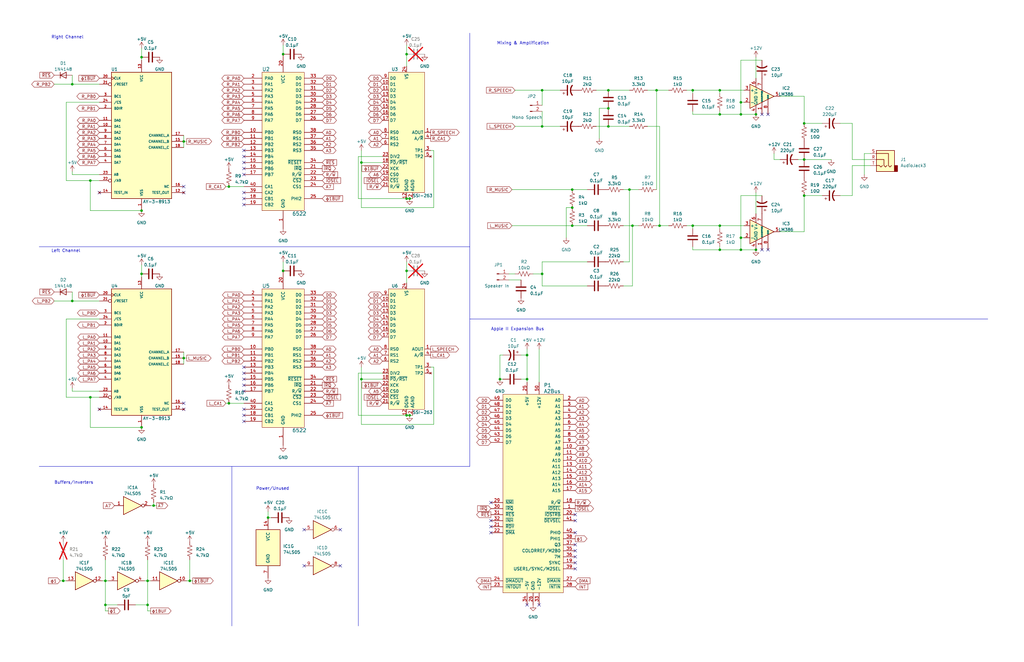
<source format=kicad_sch>
(kicad_sch (version 20230121) (generator eeschema)

  (uuid 8e234327-75e5-4964-aeb5-9946d085f5e3)

  (paper "USLedger")

  (title_block
    (title "Mockingboard")
    (date "2023-06-30")
    (rev "2.2")
    (company "Scott Alfter")
  )

  (lib_symbols
    (symbol "65xx:6522" (pin_names (offset 1.016)) (in_bom yes) (on_board yes)
      (property "Reference" "U" (at -7.62 29.21 0)
        (effects (font (size 1.524 1.524)))
      )
      (property "Value" "6522" (at 6.35 -31.75 0)
        (effects (font (size 1.524 1.524)))
      )
      (property "Footprint" "" (at -12.7 7.62 0)
        (effects (font (size 1.524 1.524)))
      )
      (property "Datasheet" "" (at -12.7 7.62 0)
        (effects (font (size 1.524 1.524)))
      )
      (property "ki_keywords" "CIA, 65xx" (at 0 0 0)
        (effects (font (size 1.27 1.27)) hide)
      )
      (property "ki_description" "Western Digital Design Center - 65C22 CIA, Complex Interface Adapter" (at 0 0 0)
        (effects (font (size 1.27 1.27)) hide)
      )
      (symbol "6522_1_1"
        (rectangle (start -8.89 27.94) (end 8.89 -30.48)
          (stroke (width 0) (type solid))
          (fill (type background))
        )
        (pin output line (at 0 -38.1 90) (length 7.62)
          (name "GND" (effects (font (size 1.27 1.27))))
          (number "1" (effects (font (size 1.27 1.27))))
        )
        (pin bidirectional line (at -16.51 2.54 0) (length 7.62)
          (name "PB0" (effects (font (size 1.27 1.27))))
          (number "10" (effects (font (size 1.27 1.27))))
        )
        (pin bidirectional line (at -16.51 0 0) (length 7.62)
          (name "PB1" (effects (font (size 1.27 1.27))))
          (number "11" (effects (font (size 1.27 1.27))))
        )
        (pin bidirectional line (at -16.51 -2.54 0) (length 7.62)
          (name "PB2" (effects (font (size 1.27 1.27))))
          (number "12" (effects (font (size 1.27 1.27))))
        )
        (pin bidirectional line (at -16.51 -5.08 0) (length 7.62)
          (name "PB3" (effects (font (size 1.27 1.27))))
          (number "13" (effects (font (size 1.27 1.27))))
        )
        (pin bidirectional line (at -16.51 -7.62 0) (length 7.62)
          (name "PB4" (effects (font (size 1.27 1.27))))
          (number "14" (effects (font (size 1.27 1.27))))
        )
        (pin bidirectional line (at -16.51 -10.16 0) (length 7.62)
          (name "PB5" (effects (font (size 1.27 1.27))))
          (number "15" (effects (font (size 1.27 1.27))))
        )
        (pin bidirectional line (at -16.51 -12.7 0) (length 7.62)
          (name "PB6" (effects (font (size 1.27 1.27))))
          (number "16" (effects (font (size 1.27 1.27))))
        )
        (pin bidirectional line (at -16.51 -15.24 0) (length 7.62)
          (name "PB7" (effects (font (size 1.27 1.27))))
          (number "17" (effects (font (size 1.27 1.27))))
        )
        (pin input line (at -16.51 -25.4 0) (length 7.62)
          (name "CB1" (effects (font (size 1.27 1.27))))
          (number "18" (effects (font (size 1.27 1.27))))
        )
        (pin output line (at -16.51 -27.94 0) (length 7.62)
          (name "CB2" (effects (font (size 1.27 1.27))))
          (number "19" (effects (font (size 1.27 1.27))))
        )
        (pin bidirectional line (at -16.51 25.4 0) (length 7.62)
          (name "PA0" (effects (font (size 1.27 1.27))))
          (number "2" (effects (font (size 1.27 1.27))))
        )
        (pin power_in line (at 0 35.56 270) (length 7.62)
          (name "VCC" (effects (font (size 1.27 1.27))))
          (number "20" (effects (font (size 1.27 1.27))))
        )
        (pin output line (at 16.51 -12.7 180) (length 7.62)
          (name "~{IRQ}" (effects (font (size 1.27 1.27))))
          (number "21" (effects (font (size 1.27 1.27))))
        )
        (pin input line (at 16.51 -15.24 180) (length 7.62)
          (name "R/~{W}" (effects (font (size 1.27 1.27))))
          (number "22" (effects (font (size 1.27 1.27))))
        )
        (pin input line (at 16.51 -17.78 180) (length 7.62)
          (name "~{CS2}" (effects (font (size 1.27 1.27))))
          (number "23" (effects (font (size 1.27 1.27))))
        )
        (pin input line (at 16.51 -20.32 180) (length 7.62)
          (name "CS1" (effects (font (size 1.27 1.27))))
          (number "24" (effects (font (size 1.27 1.27))))
        )
        (pin input line (at 16.51 -25.4 180) (length 7.62)
          (name "PHI2" (effects (font (size 1.27 1.27))))
          (number "25" (effects (font (size 1.27 1.27))))
        )
        (pin tri_state line (at 16.51 7.62 180) (length 7.62)
          (name "D7" (effects (font (size 1.27 1.27))))
          (number "26" (effects (font (size 1.27 1.27))))
        )
        (pin tri_state line (at 16.51 10.16 180) (length 7.62)
          (name "D6" (effects (font (size 1.27 1.27))))
          (number "27" (effects (font (size 1.27 1.27))))
        )
        (pin tri_state line (at 16.51 12.7 180) (length 7.62)
          (name "D5" (effects (font (size 1.27 1.27))))
          (number "28" (effects (font (size 1.27 1.27))))
        )
        (pin tri_state line (at 16.51 15.24 180) (length 7.62)
          (name "D4" (effects (font (size 1.27 1.27))))
          (number "29" (effects (font (size 1.27 1.27))))
        )
        (pin bidirectional line (at -16.51 22.86 0) (length 7.62)
          (name "PA1" (effects (font (size 1.27 1.27))))
          (number "3" (effects (font (size 1.27 1.27))))
        )
        (pin tri_state line (at 16.51 17.78 180) (length 7.62)
          (name "D3" (effects (font (size 1.27 1.27))))
          (number "30" (effects (font (size 1.27 1.27))))
        )
        (pin tri_state line (at 16.51 20.32 180) (length 7.62)
          (name "D2" (effects (font (size 1.27 1.27))))
          (number "31" (effects (font (size 1.27 1.27))))
        )
        (pin tri_state line (at 16.51 22.86 180) (length 7.62)
          (name "D1" (effects (font (size 1.27 1.27))))
          (number "32" (effects (font (size 1.27 1.27))))
        )
        (pin tri_state line (at 16.51 25.4 180) (length 7.62)
          (name "D0" (effects (font (size 1.27 1.27))))
          (number "33" (effects (font (size 1.27 1.27))))
        )
        (pin input line (at 16.51 -10.16 180) (length 7.62)
          (name "~{RESET}" (effects (font (size 1.27 1.27))))
          (number "34" (effects (font (size 1.27 1.27))))
        )
        (pin input line (at 16.51 -5.08 180) (length 7.62)
          (name "RS3" (effects (font (size 1.27 1.27))))
          (number "35" (effects (font (size 1.27 1.27))))
        )
        (pin input line (at 16.51 -2.54 180) (length 7.62)
          (name "RS2" (effects (font (size 1.27 1.27))))
          (number "36" (effects (font (size 1.27 1.27))))
        )
        (pin input line (at 16.51 0 180) (length 7.62)
          (name "RS1" (effects (font (size 1.27 1.27))))
          (number "37" (effects (font (size 1.27 1.27))))
        )
        (pin input line (at 16.51 2.54 180) (length 7.62)
          (name "RS0" (effects (font (size 1.27 1.27))))
          (number "38" (effects (font (size 1.27 1.27))))
        )
        (pin output line (at -16.51 -22.86 0) (length 7.62)
          (name "CA2" (effects (font (size 1.27 1.27))))
          (number "39" (effects (font (size 1.27 1.27))))
        )
        (pin bidirectional line (at -16.51 20.32 0) (length 7.62)
          (name "PA2" (effects (font (size 1.27 1.27))))
          (number "4" (effects (font (size 1.27 1.27))))
        )
        (pin input line (at -16.51 -20.32 0) (length 7.62)
          (name "CA1" (effects (font (size 1.27 1.27))))
          (number "40" (effects (font (size 1.27 1.27))))
        )
        (pin bidirectional line (at -16.51 17.78 0) (length 7.62)
          (name "PA3" (effects (font (size 1.27 1.27))))
          (number "5" (effects (font (size 1.27 1.27))))
        )
        (pin bidirectional line (at -16.51 15.24 0) (length 7.62)
          (name "PA4" (effects (font (size 1.27 1.27))))
          (number "6" (effects (font (size 1.27 1.27))))
        )
        (pin bidirectional line (at -16.51 12.7 0) (length 7.62)
          (name "PA5" (effects (font (size 1.27 1.27))))
          (number "7" (effects (font (size 1.27 1.27))))
        )
        (pin bidirectional line (at -16.51 10.16 0) (length 7.62)
          (name "PA6" (effects (font (size 1.27 1.27))))
          (number "8" (effects (font (size 1.27 1.27))))
        )
        (pin bidirectional line (at -16.51 7.62 0) (length 7.62)
          (name "PA7" (effects (font (size 1.27 1.27))))
          (number "9" (effects (font (size 1.27 1.27))))
        )
      )
    )
    (symbol "74xx:74LS05" (pin_names (offset 1.016)) (in_bom yes) (on_board yes)
      (property "Reference" "U" (at 0 1.27 0)
        (effects (font (size 1.27 1.27)))
      )
      (property "Value" "74LS05" (at 0 -1.27 0)
        (effects (font (size 1.27 1.27)))
      )
      (property "Footprint" "" (at 0 0 0)
        (effects (font (size 1.27 1.27)) hide)
      )
      (property "Datasheet" "http://www.ti.com/lit/gpn/sn74LS05" (at 0 0 0)
        (effects (font (size 1.27 1.27)) hide)
      )
      (property "ki_locked" "" (at 0 0 0)
        (effects (font (size 1.27 1.27)))
      )
      (property "ki_keywords" "TTL not inv OpenCol" (at 0 0 0)
        (effects (font (size 1.27 1.27)) hide)
      )
      (property "ki_description" "Inverter Open Collect" (at 0 0 0)
        (effects (font (size 1.27 1.27)) hide)
      )
      (property "ki_fp_filters" "DIP*W7.62mm*" (at 0 0 0)
        (effects (font (size 1.27 1.27)) hide)
      )
      (symbol "74LS05_1_0"
        (polyline
          (pts
            (xy -3.81 3.81)
            (xy -3.81 -3.81)
            (xy 3.81 0)
            (xy -3.81 3.81)
          )
          (stroke (width 0.254) (type default))
          (fill (type background))
        )
        (pin input line (at -7.62 0 0) (length 3.81)
          (name "~" (effects (font (size 1.27 1.27))))
          (number "1" (effects (font (size 1.27 1.27))))
        )
        (pin open_collector inverted (at 7.62 0 180) (length 3.81)
          (name "~" (effects (font (size 1.27 1.27))))
          (number "2" (effects (font (size 1.27 1.27))))
        )
      )
      (symbol "74LS05_2_0"
        (polyline
          (pts
            (xy -3.81 3.81)
            (xy -3.81 -3.81)
            (xy 3.81 0)
            (xy -3.81 3.81)
          )
          (stroke (width 0.254) (type default))
          (fill (type background))
        )
        (pin input line (at -7.62 0 0) (length 3.81)
          (name "~" (effects (font (size 1.27 1.27))))
          (number "3" (effects (font (size 1.27 1.27))))
        )
        (pin open_collector inverted (at 7.62 0 180) (length 3.81)
          (name "~" (effects (font (size 1.27 1.27))))
          (number "4" (effects (font (size 1.27 1.27))))
        )
      )
      (symbol "74LS05_3_0"
        (polyline
          (pts
            (xy -3.81 3.81)
            (xy -3.81 -3.81)
            (xy 3.81 0)
            (xy -3.81 3.81)
          )
          (stroke (width 0.254) (type default))
          (fill (type background))
        )
        (pin input line (at -7.62 0 0) (length 3.81)
          (name "~" (effects (font (size 1.27 1.27))))
          (number "5" (effects (font (size 1.27 1.27))))
        )
        (pin open_collector inverted (at 7.62 0 180) (length 3.81)
          (name "~" (effects (font (size 1.27 1.27))))
          (number "6" (effects (font (size 1.27 1.27))))
        )
      )
      (symbol "74LS05_4_0"
        (polyline
          (pts
            (xy -3.81 3.81)
            (xy -3.81 -3.81)
            (xy 3.81 0)
            (xy -3.81 3.81)
          )
          (stroke (width 0.254) (type default))
          (fill (type background))
        )
        (pin open_collector inverted (at 7.62 0 180) (length 3.81)
          (name "~" (effects (font (size 1.27 1.27))))
          (number "8" (effects (font (size 1.27 1.27))))
        )
        (pin input line (at -7.62 0 0) (length 3.81)
          (name "~" (effects (font (size 1.27 1.27))))
          (number "9" (effects (font (size 1.27 1.27))))
        )
      )
      (symbol "74LS05_5_0"
        (polyline
          (pts
            (xy -3.81 3.81)
            (xy -3.81 -3.81)
            (xy 3.81 0)
            (xy -3.81 3.81)
          )
          (stroke (width 0.254) (type default))
          (fill (type background))
        )
        (pin open_collector inverted (at 7.62 0 180) (length 3.81)
          (name "~" (effects (font (size 1.27 1.27))))
          (number "10" (effects (font (size 1.27 1.27))))
        )
        (pin input line (at -7.62 0 0) (length 3.81)
          (name "~" (effects (font (size 1.27 1.27))))
          (number "11" (effects (font (size 1.27 1.27))))
        )
      )
      (symbol "74LS05_6_0"
        (polyline
          (pts
            (xy -3.81 3.81)
            (xy -3.81 -3.81)
            (xy 3.81 0)
            (xy -3.81 3.81)
          )
          (stroke (width 0.254) (type default))
          (fill (type background))
        )
        (pin open_collector inverted (at 7.62 0 180) (length 3.81)
          (name "~" (effects (font (size 1.27 1.27))))
          (number "12" (effects (font (size 1.27 1.27))))
        )
        (pin input line (at -7.62 0 0) (length 3.81)
          (name "~" (effects (font (size 1.27 1.27))))
          (number "13" (effects (font (size 1.27 1.27))))
        )
      )
      (symbol "74LS05_7_0"
        (pin power_in line (at 0 12.7 270) (length 5.08)
          (name "VCC" (effects (font (size 1.27 1.27))))
          (number "14" (effects (font (size 1.27 1.27))))
        )
        (pin power_in line (at 0 -12.7 90) (length 5.08)
          (name "GND" (effects (font (size 1.27 1.27))))
          (number "7" (effects (font (size 1.27 1.27))))
        )
      )
      (symbol "74LS05_7_1"
        (rectangle (start -5.08 7.62) (end 5.08 -7.62)
          (stroke (width 0.254) (type default))
          (fill (type background))
        )
      )
    )
    (symbol "AY-3-8910:AY-3-8913" (pin_names (offset 1.016)) (in_bom yes) (on_board yes)
      (property "Reference" "U" (at -12.7 30.48 0)
        (effects (font (size 1.27 1.27)) (justify left bottom))
      )
      (property "Value" "AY-3-8913" (at 1.27 -26.67 0)
        (effects (font (size 1.27 1.27)) (justify left bottom))
      )
      (property "Footprint" "Package_DIP:DIP-24_W7.62mm_Socket" (at 20.32 -29.21 0)
        (effects (font (size 1.27 1.27)) (justify bottom) hide)
      )
      (property "Datasheet" "" (at 0 0 0)
        (effects (font (size 1.27 1.27)) hide)
      )
      (symbol "AY-3-8913_0_0"
        (rectangle (start -12.7 29.21) (end 12.7 -24.13)
          (stroke (width 0.254) (type default))
          (fill (type background))
        )
        (pin power_in line (at 0 -29.21 90) (length 5.08)
          (name "VSS" (effects (font (size 1.016 1.016))))
          (number "1" (effects (font (size 1.016 1.016))))
        )
        (pin bidirectional line (at -17.78 6.35 0) (length 5.08)
          (name "DA1" (effects (font (size 1.016 1.016))))
          (number "10" (effects (font (size 1.016 1.016))))
        )
        (pin bidirectional line (at -17.78 8.89 0) (length 5.08)
          (name "DA0" (effects (font (size 1.016 1.016))))
          (number "11" (effects (font (size 1.016 1.016))))
        )
        (pin no_connect line (at 17.78 -21.59 180) (length 5.08)
          (name "TEST_OUT" (effects (font (size 1.016 1.016))))
          (number "12" (effects (font (size 1.016 1.016))))
        )
        (pin power_in line (at 0 34.29 270) (length 5.08)
          (name "VCC" (effects (font (size 1.016 1.016))))
          (number "13" (effects (font (size 1.016 1.016))))
        )
        (pin no_connect line (at -17.78 -21.59 0) (length 5.08)
          (name "TEST_IN" (effects (font (size 1.016 1.016))))
          (number "14" (effects (font (size 1.016 1.016))))
        )
        (pin output line (at 17.78 0 180) (length 5.08)
          (name "CHANNEL_B" (effects (font (size 1.016 1.016))))
          (number "15" (effects (font (size 1.016 1.016))))
        )
        (pin bidirectional line (at 17.78 -19.05 180) (length 5.08)
          (name "NC" (effects (font (size 1.016 1.016))))
          (number "16" (effects (font (size 1.016 1.016))))
        )
        (pin output line (at 17.78 2.54 180) (length 5.08)
          (name "CHANNEL_A" (effects (font (size 1.016 1.016))))
          (number "17" (effects (font (size 1.016 1.016))))
        )
        (pin output line (at 17.78 -2.54 180) (length 5.08)
          (name "CHANNEL_C" (effects (font (size 1.016 1.016))))
          (number "18" (effects (font (size 1.016 1.016))))
        )
        (pin input line (at -17.78 13.97 0) (length 5.08)
          (name "BDIR" (effects (font (size 1.016 1.016))))
          (number "2" (effects (font (size 1.016 1.016))))
        )
        (pin input clock (at -17.78 26.67 0) (length 5.08)
          (name "CLK" (effects (font (size 1.016 1.016))))
          (number "20" (effects (font (size 1.016 1.016))))
        )
        (pin input inverted (at -17.78 24.13 0) (length 5.08)
          (name "/RESET" (effects (font (size 1.016 1.016))))
          (number "21" (effects (font (size 1.016 1.016))))
        )
        (pin bidirectional inverted (at -17.78 -16.51 0) (length 5.08)
          (name "/A9" (effects (font (size 1.016 1.016))))
          (number "22" (effects (font (size 1.016 1.016))))
        )
        (pin bidirectional line (at -17.78 -13.97 0) (length 5.08)
          (name "A8" (effects (font (size 1.016 1.016))))
          (number "23" (effects (font (size 1.016 1.016))))
        )
        (pin input line (at -17.78 16.51 0) (length 5.08)
          (name "/CS" (effects (font (size 1.016 1.016))))
          (number "24" (effects (font (size 1.016 1.016))))
        )
        (pin input line (at -17.78 19.05 0) (length 5.08)
          (name "BC1" (effects (font (size 1.016 1.016))))
          (number "3" (effects (font (size 1.016 1.016))))
        )
        (pin bidirectional line (at -17.78 -8.89 0) (length 5.08)
          (name "DA7" (effects (font (size 1.016 1.016))))
          (number "4" (effects (font (size 1.016 1.016))))
        )
        (pin bidirectional line (at -17.78 -6.35 0) (length 5.08)
          (name "DA6" (effects (font (size 1.016 1.016))))
          (number "5" (effects (font (size 1.016 1.016))))
        )
        (pin bidirectional line (at -17.78 -3.81 0) (length 5.08)
          (name "DA5" (effects (font (size 1.016 1.016))))
          (number "6" (effects (font (size 1.016 1.016))))
        )
        (pin bidirectional line (at -17.78 -1.27 0) (length 5.08)
          (name "DA4" (effects (font (size 1.016 1.016))))
          (number "7" (effects (font (size 1.016 1.016))))
        )
        (pin bidirectional line (at -17.78 1.27 0) (length 5.08)
          (name "DA3" (effects (font (size 1.016 1.016))))
          (number "8" (effects (font (size 1.016 1.016))))
        )
        (pin bidirectional line (at -17.78 3.81 0) (length 5.08)
          (name "DA2" (effects (font (size 1.016 1.016))))
          (number "9" (effects (font (size 1.016 1.016))))
        )
      )
      (symbol "AY-3-8913_1_0"
        (pin power_in line (at 0 -29.21 90) (length 5.08) hide
          (name "VSS" (effects (font (size 1.016 1.016))))
          (number "19" (effects (font (size 1.016 1.016))))
        )
      )
    )
    (symbol "Amplifier_Audio:LM386" (pin_names (offset 0.127)) (in_bom yes) (on_board yes)
      (property "Reference" "U" (at 1.27 7.62 0)
        (effects (font (size 1.27 1.27)) (justify left))
      )
      (property "Value" "LM386" (at 1.27 5.08 0)
        (effects (font (size 1.27 1.27)) (justify left))
      )
      (property "Footprint" "" (at 2.54 2.54 0)
        (effects (font (size 1.27 1.27)) hide)
      )
      (property "Datasheet" "http://www.ti.com/lit/ds/symlink/lm386.pdf" (at 5.08 5.08 0)
        (effects (font (size 1.27 1.27)) hide)
      )
      (property "ki_keywords" "single Power opamp" (at 0 0 0)
        (effects (font (size 1.27 1.27)) hide)
      )
      (property "ki_description" "Low Voltage Audio Power Amplifier, DIP-8/SOIC-8/SSOP-8" (at 0 0 0)
        (effects (font (size 1.27 1.27)) hide)
      )
      (property "ki_fp_filters" "SOIC*3.9x4.9mm*P1.27mm* DIP*W7.62mm* MSSOP*P0.65mm* TSSOP*3x3mm*P0.5mm*" (at 0 0 0)
        (effects (font (size 1.27 1.27)) hide)
      )
      (symbol "LM386_0_1"
        (polyline
          (pts
            (xy 5.08 0)
            (xy -5.08 5.08)
            (xy -5.08 -5.08)
            (xy 5.08 0)
          )
          (stroke (width 0.254) (type default))
          (fill (type background))
        )
      )
      (symbol "LM386_1_1"
        (pin input line (at 0 -7.62 90) (length 5.08)
          (name "GAIN" (effects (font (size 0.508 0.508))))
          (number "1" (effects (font (size 1.27 1.27))))
        )
        (pin input line (at -7.62 -2.54 0) (length 2.54)
          (name "-" (effects (font (size 1.27 1.27))))
          (number "2" (effects (font (size 1.27 1.27))))
        )
        (pin input line (at -7.62 2.54 0) (length 2.54)
          (name "+" (effects (font (size 1.27 1.27))))
          (number "3" (effects (font (size 1.27 1.27))))
        )
        (pin power_in line (at -2.54 -7.62 90) (length 3.81)
          (name "GND" (effects (font (size 1.27 1.27))))
          (number "4" (effects (font (size 1.27 1.27))))
        )
        (pin output line (at 7.62 0 180) (length 2.54)
          (name "~" (effects (font (size 1.27 1.27))))
          (number "5" (effects (font (size 1.27 1.27))))
        )
        (pin power_in line (at -2.54 7.62 270) (length 3.81)
          (name "V+" (effects (font (size 1.27 1.27))))
          (number "6" (effects (font (size 1.27 1.27))))
        )
        (pin input line (at 0 7.62 270) (length 5.08)
          (name "BYPASS" (effects (font (size 0.508 0.508))))
          (number "7" (effects (font (size 1.27 1.27))))
        )
        (pin input line (at 2.54 -7.62 90) (length 6.35)
          (name "GAIN" (effects (font (size 0.508 0.508))))
          (number "8" (effects (font (size 1.27 1.27))))
        )
      )
    )
    (symbol "Connector:Conn_01x02_Pin" (pin_names (offset 1.016) hide) (in_bom yes) (on_board yes)
      (property "Reference" "J" (at 0 2.54 0)
        (effects (font (size 1.27 1.27)))
      )
      (property "Value" "Conn_01x02_Pin" (at 0 -5.08 0)
        (effects (font (size 1.27 1.27)))
      )
      (property "Footprint" "" (at 0 0 0)
        (effects (font (size 1.27 1.27)) hide)
      )
      (property "Datasheet" "~" (at 0 0 0)
        (effects (font (size 1.27 1.27)) hide)
      )
      (property "ki_locked" "" (at 0 0 0)
        (effects (font (size 1.27 1.27)))
      )
      (property "ki_keywords" "connector" (at 0 0 0)
        (effects (font (size 1.27 1.27)) hide)
      )
      (property "ki_description" "Generic connector, single row, 01x02, script generated" (at 0 0 0)
        (effects (font (size 1.27 1.27)) hide)
      )
      (property "ki_fp_filters" "Connector*:*_1x??_*" (at 0 0 0)
        (effects (font (size 1.27 1.27)) hide)
      )
      (symbol "Conn_01x02_Pin_1_1"
        (polyline
          (pts
            (xy 1.27 -2.54)
            (xy 0.8636 -2.54)
          )
          (stroke (width 0.1524) (type default))
          (fill (type none))
        )
        (polyline
          (pts
            (xy 1.27 0)
            (xy 0.8636 0)
          )
          (stroke (width 0.1524) (type default))
          (fill (type none))
        )
        (rectangle (start 0.8636 -2.413) (end 0 -2.667)
          (stroke (width 0.1524) (type default))
          (fill (type outline))
        )
        (rectangle (start 0.8636 0.127) (end 0 -0.127)
          (stroke (width 0.1524) (type default))
          (fill (type outline))
        )
        (pin passive line (at 5.08 0 180) (length 3.81)
          (name "Pin_1" (effects (font (size 1.27 1.27))))
          (number "1" (effects (font (size 1.27 1.27))))
        )
        (pin passive line (at 5.08 -2.54 180) (length 3.81)
          (name "Pin_2" (effects (font (size 1.27 1.27))))
          (number "2" (effects (font (size 1.27 1.27))))
        )
      )
    )
    (symbol "Connector_Audio:AudioJack3" (in_bom yes) (on_board yes)
      (property "Reference" "J" (at 0 8.89 0)
        (effects (font (size 1.27 1.27)))
      )
      (property "Value" "AudioJack3" (at 0 6.35 0)
        (effects (font (size 1.27 1.27)))
      )
      (property "Footprint" "" (at 0 0 0)
        (effects (font (size 1.27 1.27)) hide)
      )
      (property "Datasheet" "~" (at 0 0 0)
        (effects (font (size 1.27 1.27)) hide)
      )
      (property "ki_keywords" "audio jack receptacle stereo headphones phones TRS connector" (at 0 0 0)
        (effects (font (size 1.27 1.27)) hide)
      )
      (property "ki_description" "Audio Jack, 3 Poles (Stereo / TRS)" (at 0 0 0)
        (effects (font (size 1.27 1.27)) hide)
      )
      (property "ki_fp_filters" "Jack*" (at 0 0 0)
        (effects (font (size 1.27 1.27)) hide)
      )
      (symbol "AudioJack3_0_1"
        (rectangle (start -5.08 -5.08) (end -6.35 -2.54)
          (stroke (width 0.254) (type default))
          (fill (type outline))
        )
        (polyline
          (pts
            (xy 0 -2.54)
            (xy 0.635 -3.175)
            (xy 1.27 -2.54)
            (xy 2.54 -2.54)
          )
          (stroke (width 0.254) (type default))
          (fill (type none))
        )
        (polyline
          (pts
            (xy -1.905 -2.54)
            (xy -1.27 -3.175)
            (xy -0.635 -2.54)
            (xy -0.635 0)
            (xy 2.54 0)
          )
          (stroke (width 0.254) (type default))
          (fill (type none))
        )
        (polyline
          (pts
            (xy 2.54 2.54)
            (xy -2.54 2.54)
            (xy -2.54 -2.54)
            (xy -3.175 -3.175)
            (xy -3.81 -2.54)
          )
          (stroke (width 0.254) (type default))
          (fill (type none))
        )
        (rectangle (start 2.54 3.81) (end -5.08 -5.08)
          (stroke (width 0.254) (type default))
          (fill (type background))
        )
      )
      (symbol "AudioJack3_1_1"
        (pin passive line (at 5.08 0 180) (length 2.54)
          (name "~" (effects (font (size 1.27 1.27))))
          (number "R" (effects (font (size 1.27 1.27))))
        )
        (pin passive line (at 5.08 2.54 180) (length 2.54)
          (name "~" (effects (font (size 1.27 1.27))))
          (number "S" (effects (font (size 1.27 1.27))))
        )
        (pin passive line (at 5.08 -2.54 180) (length 2.54)
          (name "~" (effects (font (size 1.27 1.27))))
          (number "T" (effects (font (size 1.27 1.27))))
        )
      )
    )
    (symbol "Device:C" (pin_numbers hide) (pin_names (offset 0.254)) (in_bom yes) (on_board yes)
      (property "Reference" "C" (at 0.635 2.54 0)
        (effects (font (size 1.27 1.27)) (justify left))
      )
      (property "Value" "C" (at 0.635 -2.54 0)
        (effects (font (size 1.27 1.27)) (justify left))
      )
      (property "Footprint" "" (at 0.9652 -3.81 0)
        (effects (font (size 1.27 1.27)) hide)
      )
      (property "Datasheet" "~" (at 0 0 0)
        (effects (font (size 1.27 1.27)) hide)
      )
      (property "ki_keywords" "cap capacitor" (at 0 0 0)
        (effects (font (size 1.27 1.27)) hide)
      )
      (property "ki_description" "Unpolarized capacitor" (at 0 0 0)
        (effects (font (size 1.27 1.27)) hide)
      )
      (property "ki_fp_filters" "C_*" (at 0 0 0)
        (effects (font (size 1.27 1.27)) hide)
      )
      (symbol "C_0_1"
        (polyline
          (pts
            (xy -2.032 -0.762)
            (xy 2.032 -0.762)
          )
          (stroke (width 0.508) (type default))
          (fill (type none))
        )
        (polyline
          (pts
            (xy -2.032 0.762)
            (xy 2.032 0.762)
          )
          (stroke (width 0.508) (type default))
          (fill (type none))
        )
      )
      (symbol "C_1_1"
        (pin passive line (at 0 3.81 270) (length 2.794)
          (name "~" (effects (font (size 1.27 1.27))))
          (number "1" (effects (font (size 1.27 1.27))))
        )
        (pin passive line (at 0 -3.81 90) (length 2.794)
          (name "~" (effects (font (size 1.27 1.27))))
          (number "2" (effects (font (size 1.27 1.27))))
        )
      )
    )
    (symbol "Device:C_Polarized_US" (pin_numbers hide) (pin_names (offset 0.254) hide) (in_bom yes) (on_board yes)
      (property "Reference" "C" (at 0.635 2.54 0)
        (effects (font (size 1.27 1.27)) (justify left))
      )
      (property "Value" "C_Polarized_US" (at 0.635 -2.54 0)
        (effects (font (size 1.27 1.27)) (justify left))
      )
      (property "Footprint" "" (at 0 0 0)
        (effects (font (size 1.27 1.27)) hide)
      )
      (property "Datasheet" "~" (at 0 0 0)
        (effects (font (size 1.27 1.27)) hide)
      )
      (property "ki_keywords" "cap capacitor" (at 0 0 0)
        (effects (font (size 1.27 1.27)) hide)
      )
      (property "ki_description" "Polarized capacitor, US symbol" (at 0 0 0)
        (effects (font (size 1.27 1.27)) hide)
      )
      (property "ki_fp_filters" "CP_*" (at 0 0 0)
        (effects (font (size 1.27 1.27)) hide)
      )
      (symbol "C_Polarized_US_0_1"
        (polyline
          (pts
            (xy -2.032 0.762)
            (xy 2.032 0.762)
          )
          (stroke (width 0.508) (type default))
          (fill (type none))
        )
        (polyline
          (pts
            (xy -1.778 2.286)
            (xy -0.762 2.286)
          )
          (stroke (width 0) (type default))
          (fill (type none))
        )
        (polyline
          (pts
            (xy -1.27 1.778)
            (xy -1.27 2.794)
          )
          (stroke (width 0) (type default))
          (fill (type none))
        )
        (arc (start 2.032 -1.27) (mid 0 -0.5572) (end -2.032 -1.27)
          (stroke (width 0.508) (type default))
          (fill (type none))
        )
      )
      (symbol "C_Polarized_US_1_1"
        (pin passive line (at 0 3.81 270) (length 2.794)
          (name "~" (effects (font (size 1.27 1.27))))
          (number "1" (effects (font (size 1.27 1.27))))
        )
        (pin passive line (at 0 -3.81 90) (length 3.302)
          (name "~" (effects (font (size 1.27 1.27))))
          (number "2" (effects (font (size 1.27 1.27))))
        )
      )
    )
    (symbol "Device:R_US" (pin_numbers hide) (pin_names (offset 0)) (in_bom yes) (on_board yes)
      (property "Reference" "R" (at 2.54 0 90)
        (effects (font (size 1.27 1.27)))
      )
      (property "Value" "R_US" (at -2.54 0 90)
        (effects (font (size 1.27 1.27)))
      )
      (property "Footprint" "" (at 1.016 -0.254 90)
        (effects (font (size 1.27 1.27)) hide)
      )
      (property "Datasheet" "~" (at 0 0 0)
        (effects (font (size 1.27 1.27)) hide)
      )
      (property "ki_keywords" "R res resistor" (at 0 0 0)
        (effects (font (size 1.27 1.27)) hide)
      )
      (property "ki_description" "Resistor, US symbol" (at 0 0 0)
        (effects (font (size 1.27 1.27)) hide)
      )
      (property "ki_fp_filters" "R_*" (at 0 0 0)
        (effects (font (size 1.27 1.27)) hide)
      )
      (symbol "R_US_0_1"
        (polyline
          (pts
            (xy 0 -2.286)
            (xy 0 -2.54)
          )
          (stroke (width 0) (type default))
          (fill (type none))
        )
        (polyline
          (pts
            (xy 0 2.286)
            (xy 0 2.54)
          )
          (stroke (width 0) (type default))
          (fill (type none))
        )
        (polyline
          (pts
            (xy 0 -0.762)
            (xy 1.016 -1.143)
            (xy 0 -1.524)
            (xy -1.016 -1.905)
            (xy 0 -2.286)
          )
          (stroke (width 0) (type default))
          (fill (type none))
        )
        (polyline
          (pts
            (xy 0 0.762)
            (xy 1.016 0.381)
            (xy 0 0)
            (xy -1.016 -0.381)
            (xy 0 -0.762)
          )
          (stroke (width 0) (type default))
          (fill (type none))
        )
        (polyline
          (pts
            (xy 0 2.286)
            (xy 1.016 1.905)
            (xy 0 1.524)
            (xy -1.016 1.143)
            (xy 0 0.762)
          )
          (stroke (width 0) (type default))
          (fill (type none))
        )
      )
      (symbol "R_US_1_1"
        (pin passive line (at 0 3.81 270) (length 1.27)
          (name "~" (effects (font (size 1.27 1.27))))
          (number "1" (effects (font (size 1.27 1.27))))
        )
        (pin passive line (at 0 -3.81 90) (length 1.27)
          (name "~" (effects (font (size 1.27 1.27))))
          (number "2" (effects (font (size 1.27 1.27))))
        )
      )
    )
    (symbol "Diode:1N4148" (pin_numbers hide) (pin_names hide) (in_bom yes) (on_board yes)
      (property "Reference" "D" (at 0 2.54 0)
        (effects (font (size 1.27 1.27)))
      )
      (property "Value" "1N4148" (at 0 -2.54 0)
        (effects (font (size 1.27 1.27)))
      )
      (property "Footprint" "Diode_THT:D_DO-35_SOD27_P7.62mm_Horizontal" (at 0 0 0)
        (effects (font (size 1.27 1.27)) hide)
      )
      (property "Datasheet" "https://assets.nexperia.com/documents/data-sheet/1N4148_1N4448.pdf" (at 0 0 0)
        (effects (font (size 1.27 1.27)) hide)
      )
      (property "Sim.Device" "D" (at 0 0 0)
        (effects (font (size 1.27 1.27)) hide)
      )
      (property "Sim.Pins" "1=K 2=A" (at 0 0 0)
        (effects (font (size 1.27 1.27)) hide)
      )
      (property "ki_keywords" "diode" (at 0 0 0)
        (effects (font (size 1.27 1.27)) hide)
      )
      (property "ki_description" "100V 0.15A standard switching diode, DO-35" (at 0 0 0)
        (effects (font (size 1.27 1.27)) hide)
      )
      (property "ki_fp_filters" "D*DO?35*" (at 0 0 0)
        (effects (font (size 1.27 1.27)) hide)
      )
      (symbol "1N4148_0_1"
        (polyline
          (pts
            (xy -1.27 1.27)
            (xy -1.27 -1.27)
          )
          (stroke (width 0.254) (type default))
          (fill (type none))
        )
        (polyline
          (pts
            (xy 1.27 0)
            (xy -1.27 0)
          )
          (stroke (width 0) (type default))
          (fill (type none))
        )
        (polyline
          (pts
            (xy 1.27 1.27)
            (xy 1.27 -1.27)
            (xy -1.27 0)
            (xy 1.27 1.27)
          )
          (stroke (width 0.254) (type default))
          (fill (type none))
        )
      )
      (symbol "1N4148_1_1"
        (pin passive line (at -3.81 0 0) (length 2.54)
          (name "K" (effects (font (size 1.27 1.27))))
          (number "1" (effects (font (size 1.27 1.27))))
        )
        (pin passive line (at 3.81 0 180) (length 2.54)
          (name "A" (effects (font (size 1.27 1.27))))
          (number "2" (effects (font (size 1.27 1.27))))
        )
      )
    )
    (symbol "SSI-263_1" (in_bom yes) (on_board yes)
      (property "Reference" "U3" (at -6.35 26.67 0)
        (effects (font (size 1.27 1.27)) (justify left))
      )
      (property "Value" "SSI-263" (at 2.54 -26.67 0)
        (effects (font (size 1.27 1.27)) (justify left))
      )
      (property "Footprint" "Package_DIP:DIP-24_W15.24mm_Socket" (at 22.86 -29.21 0)
        (effects (font (size 1.27 1.27)) hide)
      )
      (property "Datasheet" "" (at 0 3.81 0)
        (effects (font (size 1.27 1.27)) hide)
      )
      (property "ki_description" "phoneme speech synthesizer" (at 0 0 0)
        (effects (font (size 1.27 1.27)) hide)
      )
      (symbol "SSI-263_1_1_1"
        (rectangle (start -7.62 25.4) (end 7.62 -25.4)
          (stroke (width 0) (type default))
          (fill (type background))
        )
        (pin output line (at 10.16 0 180) (length 2.54)
          (name "AOUT" (effects (font (size 1.27 1.27))))
          (number "1" (effects (font (size 1.27 1.27))))
        )
        (pin input line (at -10.16 20.32 0) (length 2.54)
          (name "D1" (effects (font (size 1.27 1.27))))
          (number "10" (effects (font (size 1.27 1.27))))
        )
        (pin input line (at -10.16 17.78 0) (length 2.54)
          (name "D2" (effects (font (size 1.27 1.27))))
          (number "11" (effects (font (size 1.27 1.27))))
        )
        (pin power_in line (at 0 -27.94 90) (length 2.54)
          (name "DGND" (effects (font (size 1.27 1.27))))
          (number "12" (effects (font (size 1.27 1.27))))
        )
        (pin input line (at -10.16 15.24 0) (length 2.54)
          (name "D3" (effects (font (size 1.27 1.27))))
          (number "13" (effects (font (size 1.27 1.27))))
        )
        (pin input line (at -10.16 12.7 0) (length 2.54)
          (name "D4" (effects (font (size 1.27 1.27))))
          (number "14" (effects (font (size 1.27 1.27))))
        )
        (pin input line (at -10.16 10.16 0) (length 2.54)
          (name "D5" (effects (font (size 1.27 1.27))))
          (number "15" (effects (font (size 1.27 1.27))))
        )
        (pin input line (at -10.16 7.62 0) (length 2.54)
          (name "D6" (effects (font (size 1.27 1.27))))
          (number "16" (effects (font (size 1.27 1.27))))
        )
        (pin input line (at -10.16 5.08 0) (length 2.54)
          (name "D7" (effects (font (size 1.27 1.27))))
          (number "17" (effects (font (size 1.27 1.27))))
        )
        (pin input line (at -10.16 -12.7 0) (length 2.54)
          (name "~{PD}/~{RST}" (effects (font (size 1.27 1.27))))
          (number "18" (effects (font (size 1.27 1.27))))
        )
        (pin input line (at -10.16 -17.78 0) (length 2.54)
          (name "CS0" (effects (font (size 1.27 1.27))))
          (number "19" (effects (font (size 1.27 1.27))))
        )
        (pin power_in line (at 2.54 -27.94 90) (length 2.54)
          (name "AGND" (effects (font (size 1.27 1.27))))
          (number "2" (effects (font (size 1.27 1.27))))
        )
        (pin input line (at -10.16 -20.32 0) (length 2.54)
          (name "~{CS1}" (effects (font (size 1.27 1.27))))
          (number "20" (effects (font (size 1.27 1.27))))
        )
        (pin input line (at -10.16 -22.86 0) (length 2.54)
          (name "R/~{W}" (effects (font (size 1.27 1.27))))
          (number "21" (effects (font (size 1.27 1.27))))
        )
        (pin input line (at -10.16 -15.24 0) (length 2.54)
          (name "XCK" (effects (font (size 1.27 1.27))))
          (number "22" (effects (font (size 1.27 1.27))))
        )
        (pin input line (at -10.16 -10.16 0) (length 2.54)
          (name "DIV2" (effects (font (size 1.27 1.27))))
          (number "23" (effects (font (size 1.27 1.27))))
        )
        (pin power_in line (at 0 27.94 270) (length 2.54)
          (name "VS" (effects (font (size 1.27 1.27))))
          (number "24" (effects (font (size 1.27 1.27))))
        )
        (pin bidirectional line (at 10.16 -7.62 180) (length 2.54)
          (name "TP1" (effects (font (size 1.27 1.27))))
          (number "3" (effects (font (size 1.27 1.27))))
        )
        (pin output line (at 10.16 -2.54 180) (length 2.54)
          (name "A/~{R}" (effects (font (size 1.27 1.27))))
          (number "4" (effects (font (size 1.27 1.27))))
        )
        (pin no_connect line (at 10.16 -10.16 180) (length 2.54)
          (name "TP2" (effects (font (size 1.27 1.27))))
          (number "5" (effects (font (size 1.27 1.27))))
        )
        (pin input line (at -10.16 -5.08 0) (length 2.54)
          (name "RS2" (effects (font (size 1.27 1.27))))
          (number "6" (effects (font (size 1.27 1.27))))
        )
        (pin input line (at -10.16 -2.54 0) (length 2.54)
          (name "RS1" (effects (font (size 1.27 1.27))))
          (number "7" (effects (font (size 1.27 1.27))))
        )
        (pin input line (at -10.16 0 0) (length 2.54)
          (name "RS0" (effects (font (size 1.27 1.27))))
          (number "8" (effects (font (size 1.27 1.27))))
        )
        (pin input line (at -10.16 22.86 0) (length 2.54)
          (name "D0" (effects (font (size 1.27 1.27))))
          (number "9" (effects (font (size 1.27 1.27))))
        )
      )
    )
    (symbol "SpeechSynth:SSI-263" (in_bom yes) (on_board yes)
      (property "Reference" "U6" (at -6.35 26.67 0)
        (effects (font (size 1.27 1.27)) (justify left))
      )
      (property "Value" "SSI-263" (at 2.54 -26.67 0)
        (effects (font (size 1.27 1.27)) (justify left))
      )
      (property "Footprint" "Package_DIP:DIP-24_W15.24mm_Socket" (at 22.86 -29.21 0)
        (effects (font (size 1.27 1.27)) hide)
      )
      (property "Datasheet" "" (at 0 3.81 0)
        (effects (font (size 1.27 1.27)) hide)
      )
      (property "ki_description" "phoneme speech synthesizer" (at 0 0 0)
        (effects (font (size 1.27 1.27)) hide)
      )
      (symbol "SSI-263_1_1"
        (rectangle (start -7.62 25.4) (end 7.62 -25.4)
          (stroke (width 0) (type default))
          (fill (type background))
        )
        (pin output line (at 10.16 0 180) (length 2.54)
          (name "AOUT" (effects (font (size 1.27 1.27))))
          (number "1" (effects (font (size 1.27 1.27))))
        )
        (pin input line (at -10.16 20.32 0) (length 2.54)
          (name "D1" (effects (font (size 1.27 1.27))))
          (number "10" (effects (font (size 1.27 1.27))))
        )
        (pin input line (at -10.16 17.78 0) (length 2.54)
          (name "D2" (effects (font (size 1.27 1.27))))
          (number "11" (effects (font (size 1.27 1.27))))
        )
        (pin power_in line (at 0 -27.94 90) (length 2.54)
          (name "DGND" (effects (font (size 1.27 1.27))))
          (number "12" (effects (font (size 1.27 1.27))))
        )
        (pin input line (at -10.16 15.24 0) (length 2.54)
          (name "D3" (effects (font (size 1.27 1.27))))
          (number "13" (effects (font (size 1.27 1.27))))
        )
        (pin input line (at -10.16 12.7 0) (length 2.54)
          (name "D4" (effects (font (size 1.27 1.27))))
          (number "14" (effects (font (size 1.27 1.27))))
        )
        (pin input line (at -10.16 10.16 0) (length 2.54)
          (name "D5" (effects (font (size 1.27 1.27))))
          (number "15" (effects (font (size 1.27 1.27))))
        )
        (pin input line (at -10.16 7.62 0) (length 2.54)
          (name "D6" (effects (font (size 1.27 1.27))))
          (number "16" (effects (font (size 1.27 1.27))))
        )
        (pin input line (at -10.16 5.08 0) (length 2.54)
          (name "D7" (effects (font (size 1.27 1.27))))
          (number "17" (effects (font (size 1.27 1.27))))
        )
        (pin input line (at -10.16 -12.7 0) (length 2.54)
          (name "~{PD}/~{RST}" (effects (font (size 1.27 1.27))))
          (number "18" (effects (font (size 1.27 1.27))))
        )
        (pin input line (at -10.16 -17.78 0) (length 2.54)
          (name "CS0" (effects (font (size 1.27 1.27))))
          (number "19" (effects (font (size 1.27 1.27))))
        )
        (pin power_in line (at 2.54 -27.94 90) (length 2.54)
          (name "AGND" (effects (font (size 1.27 1.27))))
          (number "2" (effects (font (size 1.27 1.27))))
        )
        (pin input line (at -10.16 -20.32 0) (length 2.54)
          (name "~{CS1}" (effects (font (size 1.27 1.27))))
          (number "20" (effects (font (size 1.27 1.27))))
        )
        (pin input line (at -10.16 -22.86 0) (length 2.54)
          (name "R/~{W}" (effects (font (size 1.27 1.27))))
          (number "21" (effects (font (size 1.27 1.27))))
        )
        (pin input line (at -10.16 -15.24 0) (length 2.54)
          (name "XCK" (effects (font (size 1.27 1.27))))
          (number "22" (effects (font (size 1.27 1.27))))
        )
        (pin input line (at -10.16 -10.16 0) (length 2.54)
          (name "DIV2" (effects (font (size 1.27 1.27))))
          (number "23" (effects (font (size 1.27 1.27))))
        )
        (pin power_in line (at 0 27.94 270) (length 2.54)
          (name "VS" (effects (font (size 1.27 1.27))))
          (number "24" (effects (font (size 1.27 1.27))))
        )
        (pin bidirectional line (at 10.16 -7.62 180) (length 2.54)
          (name "TP1" (effects (font (size 1.27 1.27))))
          (number "3" (effects (font (size 1.27 1.27))))
        )
        (pin output line (at 10.16 -2.54 180) (length 2.54)
          (name "A/~{R}" (effects (font (size 1.27 1.27))))
          (number "4" (effects (font (size 1.27 1.27))))
        )
        (pin no_connect line (at 10.16 -10.16 180) (length 2.54)
          (name "TP2" (effects (font (size 1.27 1.27))))
          (number "5" (effects (font (size 1.27 1.27))))
        )
        (pin input line (at -10.16 -5.08 0) (length 2.54)
          (name "RS2" (effects (font (size 1.27 1.27))))
          (number "6" (effects (font (size 1.27 1.27))))
        )
        (pin input line (at -10.16 -2.54 0) (length 2.54)
          (name "RS1" (effects (font (size 1.27 1.27))))
          (number "7" (effects (font (size 1.27 1.27))))
        )
        (pin input line (at -10.16 0 0) (length 2.54)
          (name "RS0" (effects (font (size 1.27 1.27))))
          (number "8" (effects (font (size 1.27 1.27))))
        )
        (pin input line (at -10.16 22.86 0) (length 2.54)
          (name "D0" (effects (font (size 1.27 1.27))))
          (number "9" (effects (font (size 1.27 1.27))))
        )
      )
    )
    (symbol "apple2:A2Bus" (pin_names (offset 1.016)) (in_bom yes) (on_board yes)
      (property "Reference" "P" (at -6.35 45.085 0)
        (effects (font (size 1.524 1.524)) (justify right))
      )
      (property "Value" "A2Bus" (at -6.35 42.545 0)
        (effects (font (size 1.524 1.524)) (justify right))
      )
      (property "Footprint" "" (at 0 0 0)
        (effects (font (size 1.524 1.524)) hide)
      )
      (property "Datasheet" "https://allpinouts.org/pinouts/connectors/buses/apple-ii-slot/" (at 0 0 0)
        (effects (font (size 1.524 1.524)) hide)
      )
      (property "ki_description" "Apple II expansion bus" (at 0 0 0)
        (effects (font (size 1.27 1.27)) hide)
      )
      (symbol "A2Bus_0_1"
        (rectangle (start -12.7 40.64) (end 12.7 -43.18)
          (stroke (width 0) (type solid))
          (fill (type background))
        )
      )
      (symbol "A2Bus_1_1"
        (pin output line (at 17.78 -7.62 180) (length 5.08)
          (name "~{IOSEL}" (effects (font (size 1.27 1.27))))
          (number "1" (effects (font (size 1.27 1.27))))
        )
        (pin bidirectional line (at 17.78 17.78 180) (length 5.08)
          (name "A8" (effects (font (size 1.27 1.27))))
          (number "10" (effects (font (size 1.27 1.27))))
        )
        (pin bidirectional line (at 17.78 15.24 180) (length 5.08)
          (name "A9" (effects (font (size 1.27 1.27))))
          (number "11" (effects (font (size 1.27 1.27))))
        )
        (pin bidirectional line (at 17.78 12.7 180) (length 5.08)
          (name "A10" (effects (font (size 1.27 1.27))))
          (number "12" (effects (font (size 1.27 1.27))))
        )
        (pin bidirectional line (at 17.78 10.16 180) (length 5.08)
          (name "A11" (effects (font (size 1.27 1.27))))
          (number "13" (effects (font (size 1.27 1.27))))
        )
        (pin bidirectional line (at 17.78 7.62 180) (length 5.08)
          (name "A12" (effects (font (size 1.27 1.27))))
          (number "14" (effects (font (size 1.27 1.27))))
        )
        (pin bidirectional line (at 17.78 5.08 180) (length 5.08)
          (name "A13" (effects (font (size 1.27 1.27))))
          (number "15" (effects (font (size 1.27 1.27))))
        )
        (pin bidirectional line (at 17.78 2.54 180) (length 5.08)
          (name "A14" (effects (font (size 1.27 1.27))))
          (number "16" (effects (font (size 1.27 1.27))))
        )
        (pin bidirectional line (at 17.78 0 180) (length 5.08)
          (name "A15" (effects (font (size 1.27 1.27))))
          (number "17" (effects (font (size 1.27 1.27))))
        )
        (pin bidirectional line (at 17.78 -5.08 180) (length 5.08)
          (name "R/~{W}" (effects (font (size 1.27 1.27))))
          (number "18" (effects (font (size 1.27 1.27))))
        )
        (pin output line (at 17.78 -30.48 180) (length 5.08)
          (name "SYNC" (effects (font (size 1.27 1.27))))
          (number "19" (effects (font (size 1.27 1.27))))
        )
        (pin bidirectional line (at 17.78 38.1 180) (length 5.08)
          (name "A0" (effects (font (size 1.27 1.27))))
          (number "2" (effects (font (size 1.27 1.27))))
        )
        (pin output line (at 17.78 -10.16 180) (length 5.08)
          (name "~{IOSTRB}" (effects (font (size 1.27 1.27))))
          (number "20" (effects (font (size 1.27 1.27))))
        )
        (pin input line (at -17.78 -15.24 0) (length 5.08)
          (name "~{RDY}" (effects (font (size 1.27 1.27))))
          (number "21" (effects (font (size 1.27 1.27))))
        )
        (pin input line (at -17.78 -17.78 0) (length 5.08)
          (name "~{DMA}" (effects (font (size 1.27 1.27))))
          (number "22" (effects (font (size 1.27 1.27))))
        )
        (pin input line (at -17.78 -40.64 0) (length 5.08)
          (name "~{INTOUT}" (effects (font (size 1.27 1.27))))
          (number "23" (effects (font (size 1.27 1.27))))
        )
        (pin input line (at -17.78 -38.1 0) (length 5.08)
          (name "~{DMAOUT}" (effects (font (size 1.27 1.27))))
          (number "24" (effects (font (size 1.27 1.27))))
        )
        (pin power_out line (at -2.54 45.72 270) (length 5.08)
          (name "+5V" (effects (font (size 1.27 1.27))))
          (number "25" (effects (font (size 1.27 1.27))))
        )
        (pin power_out line (at 0 -48.26 90) (length 5.08)
          (name "GND" (effects (font (size 1.27 1.27))))
          (number "26" (effects (font (size 1.27 1.27))))
        )
        (pin output line (at 17.78 -38.1 180) (length 5.08)
          (name "~{DMAIN}" (effects (font (size 1.27 1.27))))
          (number "27" (effects (font (size 1.27 1.27))))
        )
        (pin output line (at 17.78 -40.64 180) (length 5.08)
          (name "~{INTIN}" (effects (font (size 1.27 1.27))))
          (number "28" (effects (font (size 1.27 1.27))))
        )
        (pin input line (at -17.78 -5.08 0) (length 5.08)
          (name "~{NMI}" (effects (font (size 1.27 1.27))))
          (number "29" (effects (font (size 1.27 1.27))))
        )
        (pin bidirectional line (at 17.78 35.56 180) (length 5.08)
          (name "A1" (effects (font (size 1.27 1.27))))
          (number "3" (effects (font (size 1.27 1.27))))
        )
        (pin input line (at -17.78 -7.62 0) (length 5.08)
          (name "~{IRQ}" (effects (font (size 1.27 1.27))))
          (number "30" (effects (font (size 1.27 1.27))))
        )
        (pin bidirectional line (at -17.78 -10.16 0) (length 5.08)
          (name "~{RES}" (effects (font (size 1.27 1.27))))
          (number "31" (effects (font (size 1.27 1.27))))
        )
        (pin input line (at -17.78 -12.7 0) (length 5.08)
          (name "~{INH}" (effects (font (size 1.27 1.27))))
          (number "32" (effects (font (size 1.27 1.27))))
        )
        (pin power_out line (at 2.54 -48.26 90) (length 5.08)
          (name "-12V" (effects (font (size 1.27 1.27))))
          (number "33" (effects (font (size 1.27 1.27))))
        )
        (pin power_out line (at -2.54 -48.26 90) (length 5.08)
          (name "-5V" (effects (font (size 1.27 1.27))))
          (number "34" (effects (font (size 1.27 1.27))))
        )
        (pin output line (at 17.78 -25.4 180) (length 5.08)
          (name "COLORREF/M2B0" (effects (font (size 1.27 1.27))))
          (number "35" (effects (font (size 1.27 1.27))))
        )
        (pin output line (at 17.78 -27.94 180) (length 5.08)
          (name "7M" (effects (font (size 1.27 1.27))))
          (number "36" (effects (font (size 1.27 1.27))))
        )
        (pin output line (at 17.78 -22.86 180) (length 5.08)
          (name "Q3" (effects (font (size 1.27 1.27))))
          (number "37" (effects (font (size 1.27 1.27))))
        )
        (pin output line (at 17.78 -20.32 180) (length 5.08)
          (name "PHI1" (effects (font (size 1.27 1.27))))
          (number "38" (effects (font (size 1.27 1.27))))
        )
        (pin output line (at 17.78 -33.02 180) (length 5.08)
          (name "USER1/SYNC/M2SEL" (effects (font (size 1.27 1.27))))
          (number "39" (effects (font (size 1.27 1.27))))
        )
        (pin bidirectional line (at 17.78 33.02 180) (length 5.08)
          (name "A2" (effects (font (size 1.27 1.27))))
          (number "4" (effects (font (size 1.27 1.27))))
        )
        (pin output line (at 17.78 -17.78 180) (length 5.08)
          (name "PHI0" (effects (font (size 1.27 1.27))))
          (number "40" (effects (font (size 1.27 1.27))))
        )
        (pin output line (at 17.78 -12.7 180) (length 5.08)
          (name "~{DEVSEL}" (effects (font (size 1.27 1.27))))
          (number "41" (effects (font (size 1.27 1.27))))
        )
        (pin bidirectional line (at -17.78 20.32 0) (length 5.08)
          (name "D7" (effects (font (size 1.27 1.27))))
          (number "42" (effects (font (size 1.27 1.27))))
        )
        (pin bidirectional line (at -17.78 22.86 0) (length 5.08)
          (name "D6" (effects (font (size 1.27 1.27))))
          (number "43" (effects (font (size 1.27 1.27))))
        )
        (pin bidirectional line (at -17.78 25.4 0) (length 5.08)
          (name "D5" (effects (font (size 1.27 1.27))))
          (number "44" (effects (font (size 1.27 1.27))))
        )
        (pin bidirectional line (at -17.78 27.94 0) (length 5.08)
          (name "D4" (effects (font (size 1.27 1.27))))
          (number "45" (effects (font (size 1.27 1.27))))
        )
        (pin bidirectional line (at -17.78 30.48 0) (length 5.08)
          (name "D3" (effects (font (size 1.27 1.27))))
          (number "46" (effects (font (size 1.27 1.27))))
        )
        (pin bidirectional line (at -17.78 33.02 0) (length 5.08)
          (name "D2" (effects (font (size 1.27 1.27))))
          (number "47" (effects (font (size 1.27 1.27))))
        )
        (pin bidirectional line (at -17.78 35.56 0) (length 5.08)
          (name "D1" (effects (font (size 1.27 1.27))))
          (number "48" (effects (font (size 1.27 1.27))))
        )
        (pin bidirectional line (at -17.78 38.1 0) (length 5.08)
          (name "D0" (effects (font (size 1.27 1.27))))
          (number "49" (effects (font (size 1.27 1.27))))
        )
        (pin bidirectional line (at 17.78 30.48 180) (length 5.08)
          (name "A3" (effects (font (size 1.27 1.27))))
          (number "5" (effects (font (size 1.27 1.27))))
        )
        (pin power_out line (at 2.54 45.72 270) (length 5.08)
          (name "+12V" (effects (font (size 1.27 1.27))))
          (number "50" (effects (font (size 1.27 1.27))))
        )
        (pin bidirectional line (at 17.78 27.94 180) (length 5.08)
          (name "A4" (effects (font (size 1.27 1.27))))
          (number "6" (effects (font (size 1.27 1.27))))
        )
        (pin bidirectional line (at 17.78 25.4 180) (length 5.08)
          (name "A5" (effects (font (size 1.27 1.27))))
          (number "7" (effects (font (size 1.27 1.27))))
        )
        (pin bidirectional line (at 17.78 22.86 180) (length 5.08)
          (name "A6" (effects (font (size 1.27 1.27))))
          (number "8" (effects (font (size 1.27 1.27))))
        )
        (pin bidirectional line (at 17.78 20.32 180) (length 5.08)
          (name "A7" (effects (font (size 1.27 1.27))))
          (number "9" (effects (font (size 1.27 1.27))))
        )
      )
    )
    (symbol "power:+12V" (power) (pin_names (offset 0)) (in_bom yes) (on_board yes)
      (property "Reference" "#PWR" (at 0 -3.81 0)
        (effects (font (size 1.27 1.27)) hide)
      )
      (property "Value" "+12V" (at 0 3.556 0)
        (effects (font (size 1.27 1.27)))
      )
      (property "Footprint" "" (at 0 0 0)
        (effects (font (size 1.27 1.27)) hide)
      )
      (property "Datasheet" "" (at 0 0 0)
        (effects (font (size 1.27 1.27)) hide)
      )
      (property "ki_keywords" "global power" (at 0 0 0)
        (effects (font (size 1.27 1.27)) hide)
      )
      (property "ki_description" "Power symbol creates a global label with name \"+12V\"" (at 0 0 0)
        (effects (font (size 1.27 1.27)) hide)
      )
      (symbol "+12V_0_1"
        (polyline
          (pts
            (xy -0.762 1.27)
            (xy 0 2.54)
          )
          (stroke (width 0) (type default))
          (fill (type none))
        )
        (polyline
          (pts
            (xy 0 0)
            (xy 0 2.54)
          )
          (stroke (width 0) (type default))
          (fill (type none))
        )
        (polyline
          (pts
            (xy 0 2.54)
            (xy 0.762 1.27)
          )
          (stroke (width 0) (type default))
          (fill (type none))
        )
      )
      (symbol "+12V_1_1"
        (pin power_in line (at 0 0 90) (length 0) hide
          (name "+12V" (effects (font (size 1.27 1.27))))
          (number "1" (effects (font (size 1.27 1.27))))
        )
      )
    )
    (symbol "power:+5V" (power) (pin_names (offset 0)) (in_bom yes) (on_board yes)
      (property "Reference" "#PWR" (at 0 -3.81 0)
        (effects (font (size 1.27 1.27)) hide)
      )
      (property "Value" "+5V" (at 0 3.556 0)
        (effects (font (size 1.27 1.27)))
      )
      (property "Footprint" "" (at 0 0 0)
        (effects (font (size 1.27 1.27)) hide)
      )
      (property "Datasheet" "" (at 0 0 0)
        (effects (font (size 1.27 1.27)) hide)
      )
      (property "ki_keywords" "global power" (at 0 0 0)
        (effects (font (size 1.27 1.27)) hide)
      )
      (property "ki_description" "Power symbol creates a global label with name \"+5V\"" (at 0 0 0)
        (effects (font (size 1.27 1.27)) hide)
      )
      (symbol "+5V_0_1"
        (polyline
          (pts
            (xy -0.762 1.27)
            (xy 0 2.54)
          )
          (stroke (width 0) (type default))
          (fill (type none))
        )
        (polyline
          (pts
            (xy 0 0)
            (xy 0 2.54)
          )
          (stroke (width 0) (type default))
          (fill (type none))
        )
        (polyline
          (pts
            (xy 0 2.54)
            (xy 0.762 1.27)
          )
          (stroke (width 0) (type default))
          (fill (type none))
        )
      )
      (symbol "+5V_1_1"
        (pin power_in line (at 0 0 90) (length 0) hide
          (name "+5V" (effects (font (size 1.27 1.27))))
          (number "1" (effects (font (size 1.27 1.27))))
        )
      )
    )
    (symbol "power:GND" (power) (pin_names (offset 0)) (in_bom yes) (on_board yes)
      (property "Reference" "#PWR" (at 0 -6.35 0)
        (effects (font (size 1.27 1.27)) hide)
      )
      (property "Value" "GND" (at 0 -3.81 0)
        (effects (font (size 1.27 1.27)))
      )
      (property "Footprint" "" (at 0 0 0)
        (effects (font (size 1.27 1.27)) hide)
      )
      (property "Datasheet" "" (at 0 0 0)
        (effects (font (size 1.27 1.27)) hide)
      )
      (property "ki_keywords" "global power" (at 0 0 0)
        (effects (font (size 1.27 1.27)) hide)
      )
      (property "ki_description" "Power symbol creates a global label with name \"GND\" , ground" (at 0 0 0)
        (effects (font (size 1.27 1.27)) hide)
      )
      (symbol "GND_0_1"
        (polyline
          (pts
            (xy 0 0)
            (xy 0 -1.27)
            (xy 1.27 -1.27)
            (xy 0 -2.54)
            (xy -1.27 -1.27)
            (xy 0 -1.27)
          )
          (stroke (width 0) (type default))
          (fill (type none))
        )
      )
      (symbol "GND_1_1"
        (pin power_in line (at 0 0 270) (length 0) hide
          (name "GND" (effects (font (size 1.27 1.27))))
          (number "1" (effects (font (size 1.27 1.27))))
        )
      )
    )
  )

  (junction (at 318.77 105.41) (diameter 0) (color 0 0 0 0)
    (uuid 0035a128-1854-4e75-b22a-c35b68fec456)
  )
  (junction (at 38.1 167.64) (diameter 0) (color 0 0 0 0)
    (uuid 0b357242-85fb-45cb-a249-5df8ace7dfd1)
  )
  (junction (at 172.72 83.82) (diameter 0) (color 0 0 0 0)
    (uuid 0e2abd3c-44be-4746-b02d-6efc739bb26a)
  )
  (junction (at 339.09 52.07) (diameter 0) (color 0 0 0 0)
    (uuid 11872a5a-a5d6-400b-8e7e-dde4bd89a572)
  )
  (junction (at 292.1 38.1) (diameter 0) (color 0 0 0 0)
    (uuid 1252c138-b2b9-4986-aa2a-d972c428e439)
  )
  (junction (at 59.69 115.57) (diameter 0) (color 0 0 0 0)
    (uuid 139e2a99-a243-43b6-8c78-92d5bb125bae)
  )
  (junction (at 171.45 175.26) (diameter 0) (color 0 0 0 0)
    (uuid 145f8ca8-dbda-4876-90ea-8e70360d8a71)
  )
  (junction (at 312.42 43.18) (diameter 0) (color 0 0 0 0)
    (uuid 18cff10c-a3e4-40ee-8445-e77a0325e82c)
  )
  (junction (at 241.3 87.63) (diameter 0) (color 0 0 0 0)
    (uuid 1baa4ac5-6d31-4c0e-81c3-6c595286ce39)
  )
  (junction (at 44.45 255.27) (diameter 0) (color 0 0 0 0)
    (uuid 1c0f8e2e-1c84-483f-9762-ec83a3fe5f12)
  )
  (junction (at 222.25 160.02) (diameter 0) (color 0 0 0 0)
    (uuid 1da8728e-4852-483f-85e8-f4cd51d68b22)
  )
  (junction (at 303.53 105.41) (diameter 0) (color 0 0 0 0)
    (uuid 229e1380-9a8b-4ebb-ba6c-90cbf64b5ac7)
  )
  (junction (at 119.38 114.3) (diameter 0) (color 0 0 0 0)
    (uuid 2bc44d1b-29bc-41b9-945d-36636c8c3934)
  )
  (junction (at 241.3 95.25) (diameter 0) (color 0 0 0 0)
    (uuid 2bd3759e-78fe-4571-97c1-579c1c288ea4)
  )
  (junction (at 96.52 170.18) (diameter 0) (color 0 0 0 0)
    (uuid 2daebce3-f161-49c0-baa1-218a27599b50)
  )
  (junction (at 276.86 38.1) (diameter 0) (color 0 0 0 0)
    (uuid 33758a00-1577-40a2-b04b-fa03ec57e825)
  )
  (junction (at 256.54 53.34) (diameter 0) (color 0 0 0 0)
    (uuid 3398d270-faf2-4583-b544-112afed283b6)
  )
  (junction (at 303.53 38.1) (diameter 0) (color 0 0 0 0)
    (uuid 3c0f53b2-e58b-4532-ac01-5df296dd5651)
  )
  (junction (at 38.1 76.2) (diameter 0) (color 0 0 0 0)
    (uuid 3fca1b67-2e2f-4ebc-9f8d-fea90ca405c5)
  )
  (junction (at 228.6 115.57) (diameter 0) (color 0 0 0 0)
    (uuid 438cf1e2-45ac-4242-862e-7d97c3cace9e)
  )
  (junction (at 210.82 160.02) (diameter 0) (color 0 0 0 0)
    (uuid 4c20023d-1226-4599-a00d-e7a04a3b2431)
  )
  (junction (at 241.3 80.01) (diameter 0) (color 0 0 0 0)
    (uuid 50716a07-74da-4743-883c-465e35a2ab2e)
  )
  (junction (at 339.09 82.55) (diameter 0) (color 0 0 0 0)
    (uuid 540ed87c-bec2-42e6-bc54-859ae03bff68)
  )
  (junction (at 62.23 245.11) (diameter 0) (color 0 0 0 0)
    (uuid 55d55b9a-0f06-4a05-a3d6-6d7ed58cfb5e)
  )
  (junction (at 318.77 48.26) (diameter 0) (color 0 0 0 0)
    (uuid 57124e4e-38bf-42e9-98ee-79b9a1bcf509)
  )
  (junction (at 152.4 160.02) (diameter 0) (color 0 0 0 0)
    (uuid 59438839-6618-49be-97ae-2f62bd47e6c4)
  )
  (junction (at 222.25 149.86) (diameter 0) (color 0 0 0 0)
    (uuid 5a748597-2591-4b83-a0a1-1ab60d32814d)
  )
  (junction (at 171.45 22.86) (diameter 0) (color 0 0 0 0)
    (uuid 5ffe306d-ca25-47d9-a969-5cf4b83fb097)
  )
  (junction (at 339.09 67.31) (diameter 0) (color 0 0 0 0)
    (uuid 665ba5e4-a164-4484-b393-f7057704ae62)
  )
  (junction (at 80.01 245.11) (diameter 0) (color 0 0 0 0)
    (uuid 6a3f7153-85cc-4f5a-bcc3-b97ab3159a69)
  )
  (junction (at 256.54 45.72) (diameter 0) (color 0 0 0 0)
    (uuid 6ad1aaf8-64b1-4689-88e3-aa9358efd860)
  )
  (junction (at 62.23 255.27) (diameter 0) (color 0 0 0 0)
    (uuid 6dd4c47c-6ad1-4136-bcd0-ce44c04392d7)
  )
  (junction (at 113.03 218.44) (diameter 0) (color 0 0 0 0)
    (uuid 6ef2a888-d4e7-4530-ba8a-416bfef6efff)
  )
  (junction (at 228.6 53.34) (diameter 0) (color 0 0 0 0)
    (uuid 7628e575-3ccf-49f2-be62-91f937f5753c)
  )
  (junction (at 303.53 48.26) (diameter 0) (color 0 0 0 0)
    (uuid 7c8c3365-4723-4355-8914-19538ac4dd65)
  )
  (junction (at 292.1 95.25) (diameter 0) (color 0 0 0 0)
    (uuid 812f4b99-f58b-4132-ab88-3eb7fa22b44d)
  )
  (junction (at 303.53 95.25) (diameter 0) (color 0 0 0 0)
    (uuid 83b6317b-f474-4b12-98f4-930e91d39c7c)
  )
  (junction (at 59.69 88.9) (diameter 0) (color 0 0 0 0)
    (uuid 85cee8d4-2c9f-4283-8e51-926b19b07925)
  )
  (junction (at 312.42 100.33) (diameter 0) (color 0 0 0 0)
    (uuid 85cfff01-8b81-4226-8fd3-abbe2ecef7be)
  )
  (junction (at 77.47 59.69) (diameter 0) (color 0 0 0 0)
    (uuid 86972178-1080-461a-9ed3-1ead1f52c7ec)
  )
  (junction (at 171.45 114.3) (diameter 0) (color 0 0 0 0)
    (uuid 8c343624-9c55-4e52-8c75-95e035f191dc)
  )
  (junction (at 312.42 105.41) (diameter 0) (color 0 0 0 0)
    (uuid 8e9d314a-0bf5-4f97-8ccf-fbf8177625d1)
  )
  (junction (at 30.48 127) (diameter 0) (color 0 0 0 0)
    (uuid 918ebf16-9436-497c-accb-3160ce0022be)
  )
  (junction (at 119.38 22.86) (diameter 0) (color 0 0 0 0)
    (uuid a2685f07-b3aa-4b13-b721-1c7879b664a9)
  )
  (junction (at 30.48 35.56) (diameter 0) (color 0 0 0 0)
    (uuid b8f76426-9ca2-4abe-81bd-f4ddab2a4010)
  )
  (junction (at 312.42 48.26) (diameter 0) (color 0 0 0 0)
    (uuid b9d9821d-0326-449e-8d3e-12fd9f99828e)
  )
  (junction (at 265.43 80.01) (diameter 0) (color 0 0 0 0)
    (uuid ba76db29-5fcc-4cb0-9c24-5d8c6d0878d5)
  )
  (junction (at 266.7 95.25) (diameter 0) (color 0 0 0 0)
    (uuid bfb48306-b363-49ba-8d93-ef9c11f8205c)
  )
  (junction (at 59.69 180.34) (diameter 0) (color 0 0 0 0)
    (uuid bff906b4-2447-41f8-aea7-dfe42607610d)
  )
  (junction (at 278.13 95.25) (diameter 0) (color 0 0 0 0)
    (uuid c03a5aa4-b848-4710-9f19-589c02b094a1)
  )
  (junction (at 171.45 83.82) (diameter 0) (color 0 0 0 0)
    (uuid c3805efb-4214-4f91-b03d-ef3f66dc7602)
  )
  (junction (at 77.47 151.13) (diameter 0) (color 0 0 0 0)
    (uuid d2185c24-fd66-44a5-ab20-bf2804003261)
  )
  (junction (at 26.67 245.11) (diameter 0) (color 0 0 0 0)
    (uuid d51c3f80-dea1-4207-a455-66710221de56)
  )
  (junction (at 44.45 245.11) (diameter 0) (color 0 0 0 0)
    (uuid dc56bed5-a127-4957-afcc-6e2ebdc29435)
  )
  (junction (at 172.72 175.26) (diameter 0) (color 0 0 0 0)
    (uuid dfe9a3db-5b8c-4b74-a7ea-c4fd042bfbaf)
  )
  (junction (at 256.54 38.1) (diameter 0) (color 0 0 0 0)
    (uuid e2dab1db-4f26-413e-8bd0-ba42bd642dfc)
  )
  (junction (at 96.52 78.74) (diameter 0) (color 0 0 0 0)
    (uuid e4d0ed8f-6dd1-43b7-b6c5-ca69e7de0dd6)
  )
  (junction (at 64.77 213.36) (diameter 0) (color 0 0 0 0)
    (uuid eb098b11-5018-41fe-afc0-a92a97bf85fd)
  )
  (junction (at 228.6 38.1) (diameter 0) (color 0 0 0 0)
    (uuid ecd4ec6f-5ce1-487b-a46d-37af52e5ca17)
  )
  (junction (at 59.69 24.13) (diameter 0) (color 0 0 0 0)
    (uuid f2e6ff28-c434-4148-af93-d374bc3b1746)
  )
  (junction (at 152.4 68.58) (diameter 0) (color 0 0 0 0)
    (uuid f70675b0-b868-4469-a334-2693cb7c573a)
  )

  (no_connect (at 143.51 223.52) (uuid 00899c32-dc35-4512-9cbf-1b87518d8f5f))
  (no_connect (at 41.91 172.72) (uuid 02748c3e-7a85-4405-a48b-fea2c8dfa881))
  (no_connect (at 321.31 48.26) (uuid 06d1c2c6-fbd8-4b20-aefa-55cf936eb7e5))
  (no_connect (at 77.47 170.18) (uuid 09567273-c0e9-4a9d-81c5-b7c2113fe907))
  (no_connect (at 242.57 237.49) (uuid 0e61065e-6d1e-4194-871d-e735b8aa0dda))
  (no_connect (at 323.85 48.26) (uuid 1208371d-7f38-4371-96be-4fed90392ed2))
  (no_connect (at 242.57 232.41) (uuid 12fd9616-190d-47cb-a009-84e02ae79de8))
  (no_connect (at 102.87 160.02) (uuid 1bebd8af-6fad-4edc-a67d-12d0a6d1a9a4))
  (no_connect (at 102.87 162.56) (uuid 1d58c23f-9e3c-4562-8e28-6a16630be3e5))
  (no_connect (at 102.87 68.58) (uuid 24539425-c6fa-46c9-8d97-7386b262127b))
  (no_connect (at 242.57 217.17) (uuid 25ca6c9f-d725-4858-af0d-dc5e4081940f))
  (no_connect (at 102.87 177.8) (uuid 287e45f3-21cc-473b-bfe2-6ad7f99eeb16))
  (no_connect (at 102.87 157.48) (uuid 2e5a5617-3d81-466c-a35b-50edad148d13))
  (no_connect (at 102.87 175.26) (uuid 2f935700-67a6-4480-9d32-f315d801e1c7))
  (no_connect (at 207.01 222.25) (uuid 305666ff-00a1-40e2-81dc-5e1f19b76ff1))
  (no_connect (at 102.87 71.12) (uuid 30ed4fa1-f9f7-46ff-992f-a8fa62fcc7cd))
  (no_connect (at 128.27 238.76) (uuid 30fd0a96-5653-482f-9a7e-c7e015bfcc3d))
  (no_connect (at 77.47 172.72) (uuid 36cfea98-007f-41a6-ab60-8ec2e0f45198))
  (no_connect (at 102.87 83.82) (uuid 39dd9570-a755-4f59-8030-5430a6703338))
  (no_connect (at 207.01 219.71) (uuid 5947790e-1d17-47ff-ac94-0b30f6dea98e))
  (no_connect (at 102.87 86.36) (uuid 5a98c60c-897d-4e30-94bc-27c7f28597f8))
  (no_connect (at 102.87 66.04) (uuid 5e64d2cf-f0da-4d91-aedd-111b8a86778e))
  (no_connect (at 242.57 234.95) (uuid 66533e27-1645-47ee-a3f7-679144849849))
  (no_connect (at 143.51 238.76) (uuid 675ed6d3-0de2-4722-bdde-c169aba0f320))
  (no_connect (at 242.57 224.79) (uuid 6b0bee7e-7295-40ac-9a93-80e601441f1c))
  (no_connect (at 102.87 165.1) (uuid 7238938e-019a-473e-a7ab-7e388c5d63b5))
  (no_connect (at 77.47 81.28) (uuid 78200263-78a6-4c28-802c-d5232034ceb1))
  (no_connect (at 102.87 73.66) (uuid 7cfee5d9-7ec5-4cb6-8ec7-bddc69dd402f))
  (no_connect (at 41.91 81.28) (uuid 7e4e4e9a-3b15-477a-accf-636766b46439))
  (no_connect (at 242.57 219.71) (uuid 96dacd73-3c3d-453a-804e-309bc9d21b9c))
  (no_connect (at 102.87 63.5) (uuid 9e17d5b6-94c7-4e60-a0af-0ce719947186))
  (no_connect (at 323.85 105.41) (uuid 9fcfeb08-c6de-40dc-abe5-ba1704ae1b6a))
  (no_connect (at 242.57 240.03) (uuid a909732c-a023-41a9-a27b-0ae11e696a5d))
  (no_connect (at 128.27 223.52) (uuid aaaa55da-1c8b-415c-bedc-c1382fbb00bb))
  (no_connect (at 102.87 172.72) (uuid ac4e7f2f-4089-4bc4-b6c3-e8754b485ad4))
  (no_connect (at 222.25 255.27) (uuid ad6a18ef-5cbe-48d8-943a-ac5d24085d7d))
  (no_connect (at 77.47 78.74) (uuid bc048011-ee0e-4e45-8068-b48607c49497))
  (no_connect (at 227.33 255.27) (uuid cb10dc9b-44fd-4b63-a74a-2d9cfd18ae31))
  (no_connect (at 207.01 212.09) (uuid ccda9f55-8d04-4655-95e0-08dd4a47a881))
  (no_connect (at 102.87 154.94) (uuid ce48e998-e924-47b8-9b18-0345f7492c3e))
  (no_connect (at 102.87 81.28) (uuid d84062be-a4ea-43b7-abbd-a2f8a7b0fa01))
  (no_connect (at 321.31 105.41) (uuid e5077311-d817-46d1-8e35-a095be8fc5b4))
  (no_connect (at 207.01 224.79) (uuid f02643d6-5bd0-4708-8313-36cb2a167984))
  (no_connect (at 242.57 229.87) (uuid f48ef991-9ad0-44a4-b4c8-1d06a379a379))

  (wire (pts (xy 44.45 236.22) (xy 44.45 245.11))
    (stroke (width 0) (type default))
    (uuid 009abf35-0a03-45f7-8c05-26cdb95e05c3)
  )
  (wire (pts (xy 210.82 160.02) (xy 210.82 149.86))
    (stroke (width 0) (type default))
    (uuid 0111dd7a-6520-491e-bcf0-c3c581560624)
  )
  (wire (pts (xy 152.4 87.63) (xy 182.88 87.63))
    (stroke (width 0) (type default))
    (uuid 012eb8b3-a9c2-4768-95a6-5eee0b2eb850)
  )
  (wire (pts (xy 236.22 38.1) (xy 228.6 38.1))
    (stroke (width 0) (type default))
    (uuid 01557f3c-93b8-481a-bcb5-598e052442a3)
  )
  (wire (pts (xy 292.1 104.14) (xy 292.1 105.41))
    (stroke (width 0) (type default))
    (uuid 05dc575f-20ef-4689-b32f-6ab442c086d7)
  )
  (wire (pts (xy 359.41 52.07) (xy 359.41 67.31))
    (stroke (width 0) (type default))
    (uuid 068a8bd7-cbea-4c17-a0ee-ca54fad32241)
  )
  (wire (pts (xy 80.01 236.22) (xy 80.01 245.11))
    (stroke (width 0) (type default))
    (uuid 07974c1d-f858-4b96-876e-dc100d988bc7)
  )
  (wire (pts (xy 321.31 25.4) (xy 312.42 25.4))
    (stroke (width 0) (type default))
    (uuid 0886b716-338c-4dc0-bf19-56dbe787e6ef)
  )
  (wire (pts (xy 339.09 82.55) (xy 346.71 82.55))
    (stroke (width 0) (type default))
    (uuid 08e33fb9-8185-464d-b8e3-e38fd5a67b29)
  )
  (wire (pts (xy 62.23 245.11) (xy 63.5 245.11))
    (stroke (width 0) (type default))
    (uuid 08ede7c8-e38f-4627-bba5-240ce8edbfd7)
  )
  (wire (pts (xy 38.1 76.2) (xy 27.94 76.2))
    (stroke (width 0) (type default))
    (uuid 0adf8337-e9aa-4b59-ab4d-000660a94526)
  )
  (wire (pts (xy 339.09 40.64) (xy 339.09 52.07))
    (stroke (width 0) (type default))
    (uuid 0c1098be-4670-4350-b946-354126acb14d)
  )
  (wire (pts (xy 292.1 46.99) (xy 292.1 48.26))
    (stroke (width 0) (type default))
    (uuid 0c16cfb3-45be-48bf-8459-d4cbad4b5881)
  )
  (wire (pts (xy 77.47 151.13) (xy 77.47 153.67))
    (stroke (width 0) (type default))
    (uuid 0ed35f05-0928-4dec-918d-820798d07cca)
  )
  (wire (pts (xy 278.13 95.25) (xy 281.94 95.25))
    (stroke (width 0) (type default))
    (uuid 0f70b43e-5983-4a81-a835-1d221d23328e)
  )
  (wire (pts (xy 171.45 22.86) (xy 171.45 27.94))
    (stroke (width 0) (type default))
    (uuid 10f9a67a-9535-43ee-87f3-b61110f544b7)
  )
  (wire (pts (xy 265.43 80.01) (xy 262.89 80.01))
    (stroke (width 0) (type default))
    (uuid 11b7924c-c937-4edf-845c-dd7a504b937b)
  )
  (wire (pts (xy 312.42 82.55) (xy 312.42 100.33))
    (stroke (width 0) (type default))
    (uuid 11df8cb5-36a2-47cd-827d-401d6bc8caaa)
  )
  (wire (pts (xy 292.1 95.25) (xy 303.53 95.25))
    (stroke (width 0) (type default))
    (uuid 11f394fc-72a5-4475-8933-1b35f4528018)
  )
  (wire (pts (xy 66.04 213.36) (xy 64.77 213.36))
    (stroke (width 0) (type default))
    (uuid 16763a50-26a4-4451-bb82-60021cc23e9b)
  )
  (wire (pts (xy 222.25 147.32) (xy 222.25 149.86))
    (stroke (width 0) (type default))
    (uuid 18e99ae0-44b9-45d2-910e-df24ed3f458d)
  )
  (wire (pts (xy 318.77 81.28) (xy 318.77 90.17))
    (stroke (width 0) (type default))
    (uuid 19f2330e-c98c-4608-8b5f-41ac5f36dc91)
  )
  (polyline (pts (xy 97.79 196.85) (xy 97.79 264.16))
    (stroke (width 0) (type default))
    (uuid 1a19213f-af13-4c19-8aa0-7c41a2ee2bff)
  )

  (wire (pts (xy 228.6 120.65) (xy 247.65 120.65))
    (stroke (width 0) (type default))
    (uuid 1db002e7-0642-4252-bbc2-7854cea9170b)
  )
  (wire (pts (xy 219.71 160.02) (xy 222.25 160.02))
    (stroke (width 0) (type default))
    (uuid 1dcf45c7-d496-4802-b855-0e8970359585)
  )
  (wire (pts (xy 262.89 110.49) (xy 265.43 110.49))
    (stroke (width 0) (type default))
    (uuid 1fe028d2-5f4a-405d-b3e0-4bc3bb9e5053)
  )
  (wire (pts (xy 318.77 24.13) (xy 318.77 33.02))
    (stroke (width 0) (type default))
    (uuid 2081b2cc-3b85-4cac-8fbb-645b3bc9d685)
  )
  (wire (pts (xy 77.47 59.69) (xy 78.74 59.69))
    (stroke (width 0) (type default))
    (uuid 2095c0a2-fba4-4020-862b-2b30eb02960b)
  )
  (wire (pts (xy 214.63 118.11) (xy 219.71 118.11))
    (stroke (width 0) (type default))
    (uuid 2312804e-abdb-4ad3-8162-b83ee7b98a78)
  )
  (wire (pts (xy 30.48 73.66) (xy 30.48 72.39))
    (stroke (width 0) (type default))
    (uuid 232a236b-e3c8-4b39-88ec-0a488a1038ae)
  )
  (wire (pts (xy 227.33 147.32) (xy 227.33 161.29))
    (stroke (width 0) (type default))
    (uuid 23515033-bc8d-433d-b55f-03152be01fff)
  )
  (wire (pts (xy 276.86 38.1) (xy 276.86 80.01))
    (stroke (width 0) (type default))
    (uuid 2363b4b3-f00f-4661-ab33-eff4adbf0c53)
  )
  (wire (pts (xy 228.6 115.57) (xy 228.6 110.49))
    (stroke (width 0) (type default))
    (uuid 25135248-e9fd-4e90-ba22-34a46b9ee0aa)
  )
  (wire (pts (xy 224.79 115.57) (xy 228.6 115.57))
    (stroke (width 0) (type default))
    (uuid 25e56fea-4592-4d66-8670-6f40dec36cae)
  )
  (wire (pts (xy 151.13 83.82) (xy 171.45 83.82))
    (stroke (width 0) (type default))
    (uuid 2a58e3c8-79f3-469c-be9f-c4853b30a0c8)
  )
  (wire (pts (xy 62.23 255.27) (xy 62.23 245.11))
    (stroke (width 0) (type default))
    (uuid 2ec9ca74-6665-4264-ac21-8345fcdc11ac)
  )
  (wire (pts (xy 57.15 255.27) (xy 62.23 255.27))
    (stroke (width 0) (type default))
    (uuid 2fddf6df-cc55-41a4-bb46-43b1831fca2d)
  )
  (wire (pts (xy 303.53 48.26) (xy 312.42 48.26))
    (stroke (width 0) (type default))
    (uuid 32b1f132-b1b9-471e-8d3b-588784873179)
  )
  (wire (pts (xy 266.7 95.25) (xy 266.7 120.65))
    (stroke (width 0) (type default))
    (uuid 3441f317-20dc-44ae-b957-a8d17cba5176)
  )
  (polyline (pts (xy 198.12 134.62) (xy 416.56 134.62))
    (stroke (width 0) (type default))
    (uuid 34fb95b9-fe63-42c5-9b45-55759cc9dac8)
  )

  (wire (pts (xy 30.48 123.19) (xy 30.48 127))
    (stroke (width 0) (type default))
    (uuid 36c034da-02c3-45ff-920b-26cb32acbf0b)
  )
  (wire (pts (xy 354.33 52.07) (xy 359.41 52.07))
    (stroke (width 0) (type default))
    (uuid 37f8459c-e43a-49ee-9c65-310aa5749f8f)
  )
  (wire (pts (xy 151.13 175.26) (xy 171.45 175.26))
    (stroke (width 0) (type default))
    (uuid 38256f76-f2f9-4c09-8aa7-0b57dd3e2489)
  )
  (wire (pts (xy 228.6 46.99) (xy 228.6 53.34))
    (stroke (width 0) (type default))
    (uuid 3833532c-9f7d-4fb4-80c5-02bd4ed4a1c0)
  )
  (wire (pts (xy 321.31 82.55) (xy 312.42 82.55))
    (stroke (width 0) (type default))
    (uuid 3876f3e7-4f12-43f8-a782-a88e283cf782)
  )
  (wire (pts (xy 238.76 100.33) (xy 238.76 87.63))
    (stroke (width 0) (type default))
    (uuid 38d753a1-0a6b-4be6-9d1a-aa1b3cee8321)
  )
  (wire (pts (xy 152.4 63.5) (xy 152.4 68.58))
    (stroke (width 0) (type default))
    (uuid 39447eb9-42a6-4285-9b1f-2e5af85d8b70)
  )
  (wire (pts (xy 228.6 115.57) (xy 228.6 120.65))
    (stroke (width 0) (type default))
    (uuid 3a8aba4b-e07b-494d-b7aa-7f64a82a61b8)
  )
  (wire (pts (xy 62.23 255.27) (xy 62.23 257.81))
    (stroke (width 0) (type default))
    (uuid 3b300b53-b0a6-44e8-9b15-d6a8348b7807)
  )
  (wire (pts (xy 182.88 179.07) (xy 182.88 154.94))
    (stroke (width 0) (type default))
    (uuid 3b3673de-4b3e-44f6-a927-5c583df73acc)
  )
  (wire (pts (xy 30.48 165.1) (xy 30.48 163.83))
    (stroke (width 0) (type default))
    (uuid 3c56f855-9917-4e32-af2e-35c2092d4897)
  )
  (wire (pts (xy 59.69 115.57) (xy 59.69 116.84))
    (stroke (width 0) (type default))
    (uuid 40a2ed97-1dd4-4792-9cef-3c9834515308)
  )
  (wire (pts (xy 30.48 31.75) (xy 30.48 35.56))
    (stroke (width 0) (type default))
    (uuid 40a4c6a5-88ca-4601-8a40-93692297bbbe)
  )
  (wire (pts (xy 303.53 46.99) (xy 303.53 48.26))
    (stroke (width 0) (type default))
    (uuid 415b9c8a-e26f-4c13-b431-dc16097baedc)
  )
  (wire (pts (xy 30.48 35.56) (xy 41.91 35.56))
    (stroke (width 0) (type default))
    (uuid 421f1f45-416c-4051-b07d-a6d8fb285037)
  )
  (wire (pts (xy 222.25 160.02) (xy 222.25 161.29))
    (stroke (width 0) (type default))
    (uuid 446f58a9-2570-44d4-8d54-954536c55e80)
  )
  (wire (pts (xy 64.77 212.09) (xy 64.77 213.36))
    (stroke (width 0) (type default))
    (uuid 461f3bb9-7086-461f-b06c-9719410efcb0)
  )
  (wire (pts (xy 38.1 76.2) (xy 41.91 76.2))
    (stroke (width 0) (type default))
    (uuid 47e3a02f-bc7f-437f-bc2e-bf5660ee7806)
  )
  (wire (pts (xy 251.46 53.34) (xy 256.54 53.34))
    (stroke (width 0) (type default))
    (uuid 48471b35-ba5c-4a8a-a653-a13170b86d5d)
  )
  (wire (pts (xy 228.6 53.34) (xy 217.17 53.34))
    (stroke (width 0) (type default))
    (uuid 4d41c41f-684c-44a9-9d64-7f269fa70f19)
  )
  (wire (pts (xy 113.03 215.9) (xy 113.03 218.44))
    (stroke (width 0) (type default))
    (uuid 4f5cec52-7e6b-42b0-91db-340731f832aa)
  )
  (wire (pts (xy 171.45 110.49) (xy 171.45 114.3))
    (stroke (width 0) (type default))
    (uuid 4f5d6759-4619-4669-95ca-ca0e965fa503)
  )
  (wire (pts (xy 312.42 48.26) (xy 318.77 48.26))
    (stroke (width 0) (type default))
    (uuid 4fcc077d-b03b-480b-8882-f38fc83165cf)
  )
  (wire (pts (xy 59.69 180.34) (xy 38.1 180.34))
    (stroke (width 0) (type default))
    (uuid 54e33d2d-e00a-4722-be45-52b26ad15fbb)
  )
  (wire (pts (xy 312.42 105.41) (xy 318.77 105.41))
    (stroke (width 0) (type default))
    (uuid 553eba3c-2bf2-410b-8f47-33b3f866684d)
  )
  (wire (pts (xy 312.42 43.18) (xy 312.42 48.26))
    (stroke (width 0) (type default))
    (uuid 555c4058-ab7a-4268-b75d-8a34e3f69800)
  )
  (wire (pts (xy 359.41 67.31) (xy 367.03 67.31))
    (stroke (width 0) (type default))
    (uuid 5715fcfb-00f6-4626-9e24-1fc0488297f0)
  )
  (wire (pts (xy 339.09 52.07) (xy 346.71 52.07))
    (stroke (width 0) (type default))
    (uuid 5941ec45-68ef-4837-b797-3e371486b9a8)
  )
  (wire (pts (xy 44.45 255.27) (xy 49.53 255.27))
    (stroke (width 0) (type default))
    (uuid 5c32843f-f0fa-46c5-8a3a-e1cde9a30f9c)
  )
  (wire (pts (xy 251.46 38.1) (xy 256.54 38.1))
    (stroke (width 0) (type default))
    (uuid 5cf7f682-4224-4b7a-80b1-ec3adb63de2f)
  )
  (wire (pts (xy 77.47 59.69) (xy 77.47 62.23))
    (stroke (width 0) (type default))
    (uuid 5d80300b-9896-4463-963f-c7a1aa07773d)
  )
  (wire (pts (xy 215.9 80.01) (xy 241.3 80.01))
    (stroke (width 0) (type default))
    (uuid 5d88072f-e5d6-445f-9c95-b0041d30b6c7)
  )
  (wire (pts (xy 228.6 38.1) (xy 217.17 38.1))
    (stroke (width 0) (type default))
    (uuid 5f40b243-c6b8-4b63-b7a2-eabc6ad61495)
  )
  (wire (pts (xy 152.4 154.94) (xy 152.4 160.02))
    (stroke (width 0) (type default))
    (uuid 605fe856-717f-4759-af43-ec09b2b7f168)
  )
  (wire (pts (xy 44.45 245.11) (xy 45.72 245.11))
    (stroke (width 0) (type default))
    (uuid 606ecc47-c4b3-432c-b20e-4126566ea1a5)
  )
  (wire (pts (xy 364.49 73.66) (xy 364.49 64.77))
    (stroke (width 0) (type default))
    (uuid 63764a44-74d2-4827-817b-3665060223b5)
  )
  (wire (pts (xy 161.29 157.48) (xy 151.13 157.48))
    (stroke (width 0) (type default))
    (uuid 6379da6f-11e3-4aff-b9b6-83a85dc6e723)
  )
  (wire (pts (xy 95.25 170.18) (xy 96.52 170.18))
    (stroke (width 0) (type default))
    (uuid 650ab5c7-2347-4305-a6b0-1e2547aff3a9)
  )
  (wire (pts (xy 228.6 38.1) (xy 228.6 44.45))
    (stroke (width 0) (type default))
    (uuid 661c702e-189a-44de-a270-fb552a9af257)
  )
  (wire (pts (xy 59.69 111.76) (xy 59.69 115.57))
    (stroke (width 0) (type default))
    (uuid 671e2a70-e669-4668-a5e0-2238303adf58)
  )
  (wire (pts (xy 256.54 45.72) (xy 252.73 45.72))
    (stroke (width 0) (type default))
    (uuid 6734be74-81fd-4ae7-b66e-7473320bc311)
  )
  (polyline (pts (xy 16.51 104.14) (xy 198.12 104.14))
    (stroke (width 0) (type default))
    (uuid 6b5a2779-a87a-4a72-ae76-46c47c8c4aa6)
  )

  (wire (pts (xy 292.1 48.26) (xy 303.53 48.26))
    (stroke (width 0) (type default))
    (uuid 6be245db-ed9a-46b9-ac9c-86ef72f3728a)
  )
  (wire (pts (xy 276.86 38.1) (xy 281.94 38.1))
    (stroke (width 0) (type default))
    (uuid 6d0cd11d-3bd8-4f30-a60d-b8ed5f039fd1)
  )
  (wire (pts (xy 182.88 154.94) (xy 181.61 154.94))
    (stroke (width 0) (type default))
    (uuid 6e1cf682-5dd2-4f32-ac5d-6ccade84658b)
  )
  (wire (pts (xy 22.86 35.56) (xy 30.48 35.56))
    (stroke (width 0) (type default))
    (uuid 7017e4bd-4c4a-4c91-8d2e-c498f52fbfaa)
  )
  (wire (pts (xy 27.94 43.18) (xy 41.91 43.18))
    (stroke (width 0) (type default))
    (uuid 70d38a0e-00a9-4f76-841c-a44b0ecec690)
  )
  (wire (pts (xy 38.1 180.34) (xy 38.1 167.64))
    (stroke (width 0) (type default))
    (uuid 7286227c-4cf6-4f56-8dc7-5431597ee5a4)
  )
  (wire (pts (xy 119.38 19.05) (xy 119.38 22.86))
    (stroke (width 0) (type default))
    (uuid 7344f609-20d2-42fa-8b6c-be0008b57e80)
  )
  (polyline (pts (xy 198.12 13.97) (xy 198.12 104.14))
    (stroke (width 0) (type default))
    (uuid 778e38c4-b07a-45d4-bf44-509d80ca39ef)
  )

  (wire (pts (xy 62.23 245.11) (xy 60.96 245.11))
    (stroke (width 0) (type default))
    (uuid 792291c0-0efa-4de2-8ee0-523e2ae4640b)
  )
  (wire (pts (xy 292.1 96.52) (xy 292.1 95.25))
    (stroke (width 0) (type default))
    (uuid 79efc3f0-a69f-4aaa-b1ba-7b672f3f6ca6)
  )
  (wire (pts (xy 38.1 167.64) (xy 41.91 167.64))
    (stroke (width 0) (type default))
    (uuid 7b5165df-7370-46e0-9c1c-86aa48130a92)
  )
  (wire (pts (xy 44.45 257.81) (xy 44.45 255.27))
    (stroke (width 0) (type default))
    (uuid 7c17f158-8b51-4412-9d31-30f61c9f923a)
  )
  (wire (pts (xy 326.39 64.77) (xy 326.39 67.31))
    (stroke (width 0) (type default))
    (uuid 7d14a230-6d2d-41fe-8d94-bec70dfd487f)
  )
  (wire (pts (xy 214.63 115.57) (xy 217.17 115.57))
    (stroke (width 0) (type default))
    (uuid 7ff94be1-ddeb-4df4-880d-2f540f37387d)
  )
  (wire (pts (xy 326.39 67.31) (xy 328.93 67.31))
    (stroke (width 0) (type default))
    (uuid 849286e6-b61b-40bc-892b-8b932940d4cb)
  )
  (wire (pts (xy 265.43 80.01) (xy 269.24 80.01))
    (stroke (width 0) (type default))
    (uuid 88735f16-952d-4866-9c9e-14df33f625e1)
  )
  (wire (pts (xy 273.05 38.1) (xy 276.86 38.1))
    (stroke (width 0) (type default))
    (uuid 8873b818-4176-4dc4-bc79-04c0c74e9b40)
  )
  (wire (pts (xy 77.47 57.15) (xy 77.47 59.69))
    (stroke (width 0) (type default))
    (uuid 8a4c017d-59e3-4716-8852-3717637f6de4)
  )
  (wire (pts (xy 59.69 24.13) (xy 59.69 25.4))
    (stroke (width 0) (type default))
    (uuid 8b01b48e-9284-42c6-af5c-706517df993a)
  )
  (wire (pts (xy 26.67 245.11) (xy 27.94 245.11))
    (stroke (width 0) (type default))
    (uuid 8b87b3cf-850f-48e9-94a8-89363418e40c)
  )
  (wire (pts (xy 303.53 105.41) (xy 312.42 105.41))
    (stroke (width 0) (type default))
    (uuid 8d8ad4e8-0ad2-4a3a-9d2c-415b62928c4b)
  )
  (polyline (pts (xy 198.12 104.14) (xy 198.12 196.85))
    (stroke (width 0) (type default))
    (uuid 8e53d3a9-3768-4265-b2da-26a8993a5b00)
  )

  (wire (pts (xy 236.22 53.34) (xy 228.6 53.34))
    (stroke (width 0) (type default))
    (uuid 8f95969c-9273-409a-82a0-82f998f4ddf0)
  )
  (wire (pts (xy 41.91 165.1) (xy 30.48 165.1))
    (stroke (width 0) (type default))
    (uuid 901373d8-83a8-49e8-9254-297026ee6572)
  )
  (wire (pts (xy 161.29 66.04) (xy 151.13 66.04))
    (stroke (width 0) (type default))
    (uuid 90901204-3837-4a3f-8302-05ab4310161e)
  )
  (wire (pts (xy 278.13 95.25) (xy 276.86 95.25))
    (stroke (width 0) (type default))
    (uuid 90ca57a4-4d34-4729-b090-6cf42b3ebda8)
  )
  (wire (pts (xy 43.18 245.11) (xy 44.45 245.11))
    (stroke (width 0) (type default))
    (uuid 91dcc278-4e08-4c1f-be21-001ebed7040c)
  )
  (wire (pts (xy 41.91 73.66) (xy 30.48 73.66))
    (stroke (width 0) (type default))
    (uuid 934361dd-777f-49bd-a75a-78e92db4d3cd)
  )
  (wire (pts (xy 45.72 257.81) (xy 44.45 257.81))
    (stroke (width 0) (type default))
    (uuid 994799bc-020f-429b-9820-4b7dfc925d2c)
  )
  (wire (pts (xy 228.6 110.49) (xy 247.65 110.49))
    (stroke (width 0) (type default))
    (uuid 99d64a00-a21c-4dae-99a0-85c083f1ab5f)
  )
  (wire (pts (xy 95.25 78.74) (xy 96.52 78.74))
    (stroke (width 0) (type default))
    (uuid 99df8031-f2f8-4450-a328-0c61d27545b5)
  )
  (wire (pts (xy 266.7 95.25) (xy 269.24 95.25))
    (stroke (width 0) (type default))
    (uuid 9a115e64-764d-4026-82bb-fca39efbdaf1)
  )
  (wire (pts (xy 289.56 38.1) (xy 292.1 38.1))
    (stroke (width 0) (type default))
    (uuid 9ffb0c92-10d7-4623-b6d2-4eff59aa7d18)
  )
  (wire (pts (xy 78.74 245.11) (xy 80.01 245.11))
    (stroke (width 0) (type default))
    (uuid a0893bde-e53e-4a73-95b3-686610caacd0)
  )
  (wire (pts (xy 182.88 87.63) (xy 182.88 63.5))
    (stroke (width 0) (type default))
    (uuid a130aa29-180d-4823-9f98-6d8fb13feff3)
  )
  (wire (pts (xy 38.1 167.64) (xy 27.94 167.64))
    (stroke (width 0) (type default))
    (uuid a159ed6f-a4ab-4007-8602-a4a1bf911fd2)
  )
  (wire (pts (xy 62.23 257.81) (xy 63.5 257.81))
    (stroke (width 0) (type default))
    (uuid a5d54a8b-fb33-4bd4-adab-8cb22ec85bde)
  )
  (wire (pts (xy 303.53 95.25) (xy 313.69 95.25))
    (stroke (width 0) (type default))
    (uuid a65ad18a-4c8b-4e9f-adb0-f1855c4bd91e)
  )
  (wire (pts (xy 30.48 127) (xy 41.91 127))
    (stroke (width 0) (type default))
    (uuid a74ab1c6-a188-4c74-9521-dcac96edc9b3)
  )
  (wire (pts (xy 210.82 160.02) (xy 212.09 160.02))
    (stroke (width 0) (type default))
    (uuid a78cf6f3-492a-4601-a07c-8f351d4cd6eb)
  )
  (wire (pts (xy 171.45 114.3) (xy 171.45 119.38))
    (stroke (width 0) (type default))
    (uuid a8fe7740-30f3-47d3-88e9-c7b1ecf92538)
  )
  (wire (pts (xy 328.93 40.64) (xy 339.09 40.64))
    (stroke (width 0) (type default))
    (uuid a9f345e6-6c34-4989-9bf5-d41aaf115d33)
  )
  (wire (pts (xy 38.1 88.9) (xy 38.1 76.2))
    (stroke (width 0) (type default))
    (uuid aa7caa04-272c-4c7a-9e92-93787834bb82)
  )
  (wire (pts (xy 62.23 236.22) (xy 62.23 245.11))
    (stroke (width 0) (type default))
    (uuid ab09480a-4569-45e3-be60-3922e3cc0a58)
  )
  (wire (pts (xy 22.86 127) (xy 30.48 127))
    (stroke (width 0) (type default))
    (uuid ac7393cc-a713-4070-8d59-1a1aa74c04c8)
  )
  (wire (pts (xy 171.45 175.26) (xy 172.72 175.26))
    (stroke (width 0) (type default))
    (uuid acf1e565-7b8f-4f0e-b5ea-f009d1afb853)
  )
  (wire (pts (xy 210.82 149.86) (xy 212.09 149.86))
    (stroke (width 0) (type default))
    (uuid ad6fd9a2-f390-4e21-ad0f-516b5d315338)
  )
  (wire (pts (xy 339.09 67.31) (xy 350.52 67.31))
    (stroke (width 0) (type default))
    (uuid ad75e961-d618-4e08-bf2b-f75642579214)
  )
  (polyline (pts (xy 16.51 196.85) (xy 198.12 196.85))
    (stroke (width 0) (type default))
    (uuid ae01494e-a324-476a-b4b2-4760193ca952)
  )

  (wire (pts (xy 77.47 148.59) (xy 77.47 151.13))
    (stroke (width 0) (type default))
    (uuid afcd89af-bc9d-4de1-b1ea-c8ac82743c74)
  )
  (wire (pts (xy 292.1 38.1) (xy 303.53 38.1))
    (stroke (width 0) (type default))
    (uuid b02ddb73-61b5-4bb4-804c-e9ebff8e5921)
  )
  (wire (pts (xy 96.52 170.18) (xy 102.87 170.18))
    (stroke (width 0) (type default))
    (uuid b08318d8-f47c-426c-8172-c13d9cbfda88)
  )
  (wire (pts (xy 364.49 64.77) (xy 367.03 64.77))
    (stroke (width 0) (type default))
    (uuid b0b2555c-fc51-4b9b-97bd-c8c8b9ec5571)
  )
  (wire (pts (xy 312.42 25.4) (xy 312.42 43.18))
    (stroke (width 0) (type default))
    (uuid b175fade-6d56-47dc-a242-be05b441e09b)
  )
  (wire (pts (xy 161.29 68.58) (xy 152.4 68.58))
    (stroke (width 0) (type default))
    (uuid b18c40f8-de70-4c48-9728-ab07faf94130)
  )
  (wire (pts (xy 64.77 213.36) (xy 63.5 213.36))
    (stroke (width 0) (type default))
    (uuid b20d265d-b3c3-4a5d-bf88-51599e9f6f63)
  )
  (wire (pts (xy 273.05 53.34) (xy 278.13 53.34))
    (stroke (width 0) (type default))
    (uuid b278d21d-07ae-4c70-b493-904abae1a36b)
  )
  (wire (pts (xy 113.03 218.44) (xy 114.3 218.44))
    (stroke (width 0) (type default))
    (uuid b366e112-a373-4de3-ad68-7503097c49f1)
  )
  (wire (pts (xy 303.53 39.37) (xy 303.53 38.1))
    (stroke (width 0) (type default))
    (uuid b47e3923-daf3-4bfc-9e19-bcd05fb02ded)
  )
  (wire (pts (xy 80.01 245.11) (xy 81.28 245.11))
    (stroke (width 0) (type default))
    (uuid b6437677-90b5-4130-bed7-8cd44866861e)
  )
  (wire (pts (xy 238.76 87.63) (xy 241.3 87.63))
    (stroke (width 0) (type default))
    (uuid b7a19d97-d52b-4aaa-9847-870381805799)
  )
  (wire (pts (xy 25.4 245.11) (xy 26.67 245.11))
    (stroke (width 0) (type default))
    (uuid b856ba26-3799-4681-ac82-5303e26670f7)
  )
  (wire (pts (xy 354.33 82.55) (xy 359.41 82.55))
    (stroke (width 0) (type default))
    (uuid b9f03f26-fdd6-44c2-828b-bc24e61567d2)
  )
  (wire (pts (xy 152.4 160.02) (xy 152.4 179.07))
    (stroke (width 0) (type default))
    (uuid bafcb4ff-1251-47fa-bddf-1c032fea9772)
  )
  (wire (pts (xy 59.69 20.32) (xy 59.69 24.13))
    (stroke (width 0) (type default))
    (uuid bda10f35-b59e-4a06-b58c-11dc4c300e28)
  )
  (wire (pts (xy 266.7 120.65) (xy 262.89 120.65))
    (stroke (width 0) (type default))
    (uuid bee12861-ee13-4156-9df3-cb7f76c18357)
  )
  (wire (pts (xy 241.3 80.01) (xy 247.65 80.01))
    (stroke (width 0) (type default))
    (uuid c09d8bec-9a21-4a22-9033-c7ec961653f3)
  )
  (wire (pts (xy 359.41 69.85) (xy 367.03 69.85))
    (stroke (width 0) (type default))
    (uuid c23a5c96-3b52-4b4b-9b4e-ad17340345d7)
  )
  (wire (pts (xy 96.52 78.74) (xy 102.87 78.74))
    (stroke (width 0) (type default))
    (uuid c3f0ace6-59f0-456d-b9b6-79069ef0d359)
  )
  (wire (pts (xy 77.47 151.13) (xy 78.74 151.13))
    (stroke (width 0) (type default))
    (uuid c68f001d-5337-4f60-b843-0036d1ec87a4)
  )
  (wire (pts (xy 152.4 68.58) (xy 152.4 87.63))
    (stroke (width 0) (type default))
    (uuid c6a5b32c-1cc6-42fe-b8aa-a3b39671335f)
  )
  (wire (pts (xy 256.54 38.1) (xy 265.43 38.1))
    (stroke (width 0) (type default))
    (uuid c6c9a206-dec4-44fb-a4c5-58dc1fc47d85)
  )
  (wire (pts (xy 172.72 83.82) (xy 173.99 83.82))
    (stroke (width 0) (type default))
    (uuid c824d065-7926-4586-a73f-d2a3f5ddb0eb)
  )
  (wire (pts (xy 292.1 105.41) (xy 303.53 105.41))
    (stroke (width 0) (type default))
    (uuid c89cbe66-5ffd-487b-808b-91b71e6acff3)
  )
  (polyline (pts (xy 151.13 196.85) (xy 151.13 264.16))
    (stroke (width 0) (type default))
    (uuid c9727a5c-1ebb-4bd7-ad7e-61e6d5602b81)
  )

  (wire (pts (xy 161.29 160.02) (xy 152.4 160.02))
    (stroke (width 0) (type default))
    (uuid ce2ec4ab-6f7b-4bb2-8c42-826f7ab6b514)
  )
  (wire (pts (xy 303.53 38.1) (xy 313.69 38.1))
    (stroke (width 0) (type default))
    (uuid ce590d91-b587-4c97-94ed-d8927fdfc5bf)
  )
  (wire (pts (xy 215.9 95.25) (xy 241.3 95.25))
    (stroke (width 0) (type default))
    (uuid ce8d614a-7cef-40b2-bbd5-c62b7ec4657b)
  )
  (wire (pts (xy 303.53 104.14) (xy 303.53 105.41))
    (stroke (width 0) (type default))
    (uuid cfd2c27a-a42b-41a1-96c2-c82f1951ac35)
  )
  (wire (pts (xy 44.45 245.11) (xy 44.45 255.27))
    (stroke (width 0) (type default))
    (uuid d13d903b-b32e-4ac8-bf3f-3626ad60b45b)
  )
  (wire (pts (xy 151.13 157.48) (xy 151.13 175.26))
    (stroke (width 0) (type default))
    (uuid d3c4562a-c542-4010-bfb9-6a1962b69c08)
  )
  (wire (pts (xy 222.25 149.86) (xy 222.25 160.02))
    (stroke (width 0) (type default))
    (uuid d82b9657-a092-41e6-9089-518f969cfacc)
  )
  (wire (pts (xy 172.72 175.26) (xy 173.99 175.26))
    (stroke (width 0) (type default))
    (uuid dac22795-8511-4c4e-b083-c6aae9dec8ed)
  )
  (wire (pts (xy 328.93 97.79) (xy 339.09 97.79))
    (stroke (width 0) (type default))
    (uuid dc5fb085-b9b4-4061-b0db-4c731013f9ca)
  )
  (wire (pts (xy 265.43 110.49) (xy 265.43 80.01))
    (stroke (width 0) (type default))
    (uuid dd872983-b592-4ce2-a8fe-4a22c3ad81cd)
  )
  (wire (pts (xy 119.38 110.49) (xy 119.38 114.3))
    (stroke (width 0) (type default))
    (uuid df86d3a0-ece8-4bdc-b486-2b08cb609d44)
  )
  (wire (pts (xy 171.45 83.82) (xy 172.72 83.82))
    (stroke (width 0) (type default))
    (uuid dff51fc1-ff24-4219-8000-f83b9e0dc32c)
  )
  (wire (pts (xy 151.13 66.04) (xy 151.13 83.82))
    (stroke (width 0) (type default))
    (uuid e172ee72-9c64-4c1e-8cd8-073a760581fc)
  )
  (wire (pts (xy 26.67 236.22) (xy 26.67 245.11))
    (stroke (width 0) (type default))
    (uuid e2999fbd-c0c9-4e65-9547-71265078a2d9)
  )
  (wire (pts (xy 312.42 43.18) (xy 313.69 43.18))
    (stroke (width 0) (type default))
    (uuid e37c40cd-0c38-4633-99b2-db212d33c332)
  )
  (wire (pts (xy 27.94 76.2) (xy 27.94 43.18))
    (stroke (width 0) (type default))
    (uuid e50a3fba-9448-4b4e-a271-f561acdc92c9)
  )
  (wire (pts (xy 27.94 134.62) (xy 41.91 134.62))
    (stroke (width 0) (type default))
    (uuid e6d25721-17ce-43b1-9a21-ac54ec975295)
  )
  (wire (pts (xy 312.42 100.33) (xy 312.42 105.41))
    (stroke (width 0) (type default))
    (uuid eaa6196c-0c9b-4f99-9d50-8f9f457bc474)
  )
  (wire (pts (xy 219.71 149.86) (xy 222.25 149.86))
    (stroke (width 0) (type default))
    (uuid ed1d7096-7cd3-4224-8b50-e4c8a79515fc)
  )
  (wire (pts (xy 152.4 179.07) (xy 182.88 179.07))
    (stroke (width 0) (type default))
    (uuid ef8934af-94e4-497c-aeff-9163245158e0)
  )
  (wire (pts (xy 292.1 39.37) (xy 292.1 38.1))
    (stroke (width 0) (type default))
    (uuid f21fd26d-347f-4e05-83ef-479098836658)
  )
  (wire (pts (xy 59.69 88.9) (xy 38.1 88.9))
    (stroke (width 0) (type default))
    (uuid f29bc1a6-b575-4ea5-886b-3656199ad55c)
  )
  (wire (pts (xy 312.42 100.33) (xy 313.69 100.33))
    (stroke (width 0) (type default))
    (uuid f2b18166-e622-4a81-9b90-9f64b7524106)
  )
  (wire (pts (xy 262.89 95.25) (xy 266.7 95.25))
    (stroke (width 0) (type default))
    (uuid f2f0a931-6bea-495c-baac-9fa8e88e4d4b)
  )
  (wire (pts (xy 252.73 45.72) (xy 252.73 58.42))
    (stroke (width 0) (type default))
    (uuid f2ffae30-1ce3-4ffe-863a-03d53a4cfd1c)
  )
  (wire (pts (xy 27.94 167.64) (xy 27.94 134.62))
    (stroke (width 0) (type default))
    (uuid f4d702b1-d482-4b65-b60b-0a1004e2ba9f)
  )
  (wire (pts (xy 278.13 53.34) (xy 278.13 95.25))
    (stroke (width 0) (type default))
    (uuid f72f2c77-96f2-47e2-a36c-a08316e7d2fb)
  )
  (wire (pts (xy 289.56 95.25) (xy 292.1 95.25))
    (stroke (width 0) (type default))
    (uuid f7a7711d-e783-4330-b761-9add5a596c56)
  )
  (wire (pts (xy 339.09 97.79) (xy 339.09 82.55))
    (stroke (width 0) (type default))
    (uuid f8d1f4f4-2995-4c76-ba5f-ef3558a804dd)
  )
  (wire (pts (xy 171.45 19.05) (xy 171.45 22.86))
    (stroke (width 0) (type default))
    (uuid fb935209-0d41-43df-8ce8-59c6b48405ac)
  )
  (wire (pts (xy 256.54 53.34) (xy 265.43 53.34))
    (stroke (width 0) (type default))
    (uuid fbb42e7d-3b42-422f-9cd0-e5c806660204)
  )
  (wire (pts (xy 182.88 63.5) (xy 181.61 63.5))
    (stroke (width 0) (type default))
    (uuid fc366c3c-cc93-45d6-b21b-5e62d05f28b8)
  )
  (wire (pts (xy 241.3 95.25) (xy 247.65 95.25))
    (stroke (width 0) (type default))
    (uuid fccf6528-b6e7-4ac7-81c3-f3c2f3b50245)
  )
  (wire (pts (xy 336.55 67.31) (xy 339.09 67.31))
    (stroke (width 0) (type default))
    (uuid fd3502cc-b592-4c9e-9c86-cabfcd6422aa)
  )
  (wire (pts (xy 359.41 82.55) (xy 359.41 69.85))
    (stroke (width 0) (type default))
    (uuid fddf1b45-2e58-43bc-9428-226ef691a6d5)
  )
  (wire (pts (xy 303.53 96.52) (xy 303.53 95.25))
    (stroke (width 0) (type default))
    (uuid ff0ce769-4ce2-4e86-a4ce-9d6c2f702834)
  )

  (text "Apple II Expansion Bus" (at 207.01 139.7 0)
    (effects (font (size 1.27 1.27)) (justify left bottom))
    (uuid 2470fdf6-2964-4bbc-aa3a-e1fd46de1946)
  )
  (text "Power/Unused" (at 107.95 207.01 0)
    (effects (font (size 1.27 1.27)) (justify left bottom))
    (uuid 355d7fed-a331-4eff-b5aa-cf6dc9af9f03)
  )
  (text "Buffers/Inverters" (at 22.86 204.47 0)
    (effects (font (size 1.27 1.27)) (justify left bottom))
    (uuid 92908ae8-28ed-4d14-9bc5-6d1527a73bac)
  )
  (text "Left Channel" (at 21.59 106.68 0)
    (effects (font (size 1.27 1.27)) (justify left bottom))
    (uuid ac6d58d4-7a3f-4575-9fd7-f2f2fb99a16a)
  )
  (text "Right Channel" (at 21.59 16.51 0)
    (effects (font (size 1.27 1.27)) (justify left bottom))
    (uuid dfeb29ce-bffa-42d9-a611-3f14b7d07c37)
  )
  (text "Mixing & Amplification" (at 209.55 19.05 0)
    (effects (font (size 1.27 1.27)) (justify left bottom))
    (uuid ed86de01-0593-4955-8238-6e8c975900f0)
  )

  (global_label "A2" (shape bidirectional) (at 135.89 152.4 0) (fields_autoplaced)
    (effects (font (size 1.27 1.27)) (justify left))
    (uuid 011f49b7-d294-4615-8d77-42797b294e96)
    (property "Intersheetrefs" "${INTERSHEET_REFS}" (at 142.2052 152.4 0)
      (effects (font (size 1.27 1.27)) (justify left) hide)
    )
  )
  (global_label "R_PA2" (shape bidirectional) (at 102.87 38.1 180) (fields_autoplaced)
    (effects (font (size 1.27 1.27)) (justify right))
    (uuid 01b63685-c7ce-4714-894a-19022bb712e2)
    (property "Intersheetrefs" "${INTERSHEET_REFS}" (at 93.0472 38.1 0)
      (effects (font (size 1.27 1.27)) (justify right) hide)
    )
  )
  (global_label "R_PB0" (shape bidirectional) (at 41.91 40.64 180) (fields_autoplaced)
    (effects (font (size 1.27 1.27)) (justify right))
    (uuid 01d97a7a-d878-4586-b87a-c00db7fc00f7)
    (property "Intersheetrefs" "${INTERSHEET_REFS}" (at 31.9058 40.64 0)
      (effects (font (size 1.27 1.27)) (justify right) hide)
    )
  )
  (global_label "ϕ1" (shape input) (at 25.4 245.11 180) (fields_autoplaced)
    (effects (font (size 1.27 1.27)) (justify right))
    (uuid 025df13c-3583-4119-acc6-e3f8eaea4424)
    (property "Intersheetrefs" "${INTERSHEET_REFS}" (at 19.9542 245.11 0)
      (effects (font (size 1.27 1.27)) (justify right) hide)
    )
  )
  (global_label "D0" (shape bidirectional) (at 161.29 124.46 180) (fields_autoplaced)
    (effects (font (size 1.27 1.27)) (justify right))
    (uuid 02bdc44d-461a-4e12-bcc9-3423fc4b76bd)
    (property "Intersheetrefs" "${INTERSHEET_REFS}" (at 154.7934 124.46 0)
      (effects (font (size 1.27 1.27)) (justify right) hide)
    )
  )
  (global_label "A3" (shape bidirectional) (at 135.89 63.5 0) (fields_autoplaced)
    (effects (font (size 1.27 1.27)) (justify left))
    (uuid 03c1c343-8928-449d-88be-ea45a7f988f8)
    (property "Intersheetrefs" "${INTERSHEET_REFS}" (at 142.2052 63.5 0)
      (effects (font (size 1.27 1.27)) (justify left) hide)
    )
  )
  (global_label "L_PA4" (shape bidirectional) (at 41.91 152.4 180) (fields_autoplaced)
    (effects (font (size 1.27 1.27)) (justify right))
    (uuid 050c03e4-53d5-4292-a342-520f02408db5)
    (property "Intersheetrefs" "${INTERSHEET_REFS}" (at 32.3291 152.4 0)
      (effects (font (size 1.27 1.27)) (justify right) hide)
    )
  )
  (global_label "L_SPEECH" (shape input) (at 217.17 53.34 180) (fields_autoplaced)
    (effects (font (size 1.27 1.27)) (justify right))
    (uuid 069bd5cd-0987-4e83-bb3d-648ad5303225)
    (property "Intersheetrefs" "${INTERSHEET_REFS}" (at 204.8905 53.34 0)
      (effects (font (size 1.27 1.27)) (justify right) hide)
    )
  )
  (global_label "~{ϕ1BUF}" (shape input) (at 135.89 175.26 0) (fields_autoplaced)
    (effects (font (size 1.27 1.27)) (justify left))
    (uuid 0721adde-c811-4a41-87d1-76f6625ad4db)
    (property "Intersheetrefs" "${INTERSHEET_REFS}" (at 145.0249 175.26 0)
      (effects (font (size 1.27 1.27)) (justify left) hide)
    )
  )
  (global_label "A15" (shape bidirectional) (at 242.57 207.01 0) (fields_autoplaced)
    (effects (font (size 1.27 1.27)) (justify left))
    (uuid 0788fe4f-ebb5-4f27-bb9e-d311ee009503)
    (property "Intersheetrefs" "${INTERSHEET_REFS}" (at 250.0947 207.01 0)
      (effects (font (size 1.27 1.27)) (justify left) hide)
    )
  )
  (global_label "R_PA4" (shape bidirectional) (at 41.91 60.96 180) (fields_autoplaced)
    (effects (font (size 1.27 1.27)) (justify right))
    (uuid 07c2ce2e-ecc7-41d2-aad0-80604a0c3cbf)
    (property "Intersheetrefs" "${INTERSHEET_REFS}" (at 32.0872 60.96 0)
      (effects (font (size 1.27 1.27)) (justify right) hide)
    )
  )
  (global_label "L_PA6" (shape bidirectional) (at 41.91 157.48 180) (fields_autoplaced)
    (effects (font (size 1.27 1.27)) (justify right))
    (uuid 081a8af5-96e9-4eb4-80a8-7c5b14ccf714)
    (property "Intersheetrefs" "${INTERSHEET_REFS}" (at 32.3291 157.48 0)
      (effects (font (size 1.27 1.27)) (justify right) hide)
    )
  )
  (global_label "D6" (shape bidirectional) (at 161.29 48.26 180) (fields_autoplaced)
    (effects (font (size 1.27 1.27)) (justify right))
    (uuid 0ac069b5-9313-4f51-b366-dfdbbcccff57)
    (property "Intersheetrefs" "${INTERSHEET_REFS}" (at 154.7934 48.26 0)
      (effects (font (size 1.27 1.27)) (justify right) hide)
    )
  )
  (global_label "A7" (shape input) (at 48.26 213.36 180) (fields_autoplaced)
    (effects (font (size 1.27 1.27)) (justify right))
    (uuid 0b8f3dd9-9d0f-407c-bb81-848d6ed8d92b)
    (property "Intersheetrefs" "${INTERSHEET_REFS}" (at 43.0561 213.36 0)
      (effects (font (size 1.27 1.27)) (justify right) hide)
    )
  )
  (global_label "A9" (shape bidirectional) (at 242.57 191.77 0) (fields_autoplaced)
    (effects (font (size 1.27 1.27)) (justify left))
    (uuid 0ea4a80b-afc1-48a8-92d8-57ea777beb88)
    (property "Intersheetrefs" "${INTERSHEET_REFS}" (at 248.8852 191.77 0)
      (effects (font (size 1.27 1.27)) (justify left) hide)
    )
  )
  (global_label "~{ϕ1BUF}" (shape input) (at 41.91 124.46 180) (fields_autoplaced)
    (effects (font (size 1.27 1.27)) (justify right))
    (uuid 1018eddc-5216-4699-9048-7bf060a17697)
    (property "Intersheetrefs" "${INTERSHEET_REFS}" (at 32.7751 124.46 0)
      (effects (font (size 1.27 1.27)) (justify right) hide)
    )
  )
  (global_label "R{slash}~{W}" (shape input) (at 161.29 170.18 180) (fields_autoplaced)
    (effects (font (size 1.27 1.27)) (justify right))
    (uuid 1178bd75-31be-44fa-8f51-e1ef47042dc1)
    (property "Intersheetrefs" "${INTERSHEET_REFS}" (at 154.3323 170.18 0)
      (effects (font (size 1.27 1.27)) (justify right) hide)
    )
  )
  (global_label "D6" (shape bidirectional) (at 135.89 48.26 0) (fields_autoplaced)
    (effects (font (size 1.27 1.27)) (justify left))
    (uuid 120f5f8a-9677-45ed-aad2-5f2d8879c576)
    (property "Intersheetrefs" "${INTERSHEET_REFS}" (at 142.3866 48.26 0)
      (effects (font (size 1.27 1.27)) (justify left) hide)
    )
  )
  (global_label "L_PA2" (shape bidirectional) (at 102.87 129.54 180) (fields_autoplaced)
    (effects (font (size 1.27 1.27)) (justify right))
    (uuid 12410672-a6a3-46fa-9182-42892c7df936)
    (property "Intersheetrefs" "${INTERSHEET_REFS}" (at 93.2891 129.54 0)
      (effects (font (size 1.27 1.27)) (justify right) hide)
    )
  )
  (global_label "~{ϕ1}" (shape output) (at 45.72 257.81 0) (fields_autoplaced)
    (effects (font (size 1.27 1.27)) (justify left))
    (uuid 145d23d4-b7db-472f-8b17-b8f4ef780b40)
    (property "Intersheetrefs" "${INTERSHEET_REFS}" (at 51.1658 257.81 0)
      (effects (font (size 1.27 1.27)) (justify left) hide)
    )
  )
  (global_label "A5" (shape bidirectional) (at 161.29 165.1 180) (fields_autoplaced)
    (effects (font (size 1.27 1.27)) (justify right))
    (uuid 1d6251a0-350b-4039-b8e5-0a90e96f5514)
    (property "Intersheetrefs" "${INTERSHEET_REFS}" (at 154.9748 165.1 0)
      (effects (font (size 1.27 1.27)) (justify right) hide)
    )
  )
  (global_label "A4" (shape bidirectional) (at 242.57 179.07 0) (fields_autoplaced)
    (effects (font (size 1.27 1.27)) (justify left))
    (uuid 1e07a9d4-776b-4add-82c8-7ad5df182075)
    (property "Intersheetrefs" "${INTERSHEET_REFS}" (at 248.8852 179.07 0)
      (effects (font (size 1.27 1.27)) (justify left) hide)
    )
  )
  (global_label "D5" (shape bidirectional) (at 161.29 45.72 180) (fields_autoplaced)
    (effects (font (size 1.27 1.27)) (justify right))
    (uuid 1eeaa30e-09d5-48a2-97a4-429c24e0b37e)
    (property "Intersheetrefs" "${INTERSHEET_REFS}" (at 154.7934 45.72 0)
      (effects (font (size 1.27 1.27)) (justify right) hide)
    )
  )
  (global_label "A0" (shape bidirectional) (at 161.29 55.88 180) (fields_autoplaced)
    (effects (font (size 1.27 1.27)) (justify right))
    (uuid 22851f5e-34ed-4b02-83a3-40a7d2ca5ca5)
    (property "Intersheetrefs" "${INTERSHEET_REFS}" (at 154.9748 55.88 0)
      (effects (font (size 1.27 1.27)) (justify right) hide)
    )
  )
  (global_label "D3" (shape bidirectional) (at 135.89 132.08 0) (fields_autoplaced)
    (effects (font (size 1.27 1.27)) (justify left))
    (uuid 259424eb-841f-401c-92c1-12d717a3db1c)
    (property "Intersheetrefs" "${INTERSHEET_REFS}" (at 142.3866 132.08 0)
      (effects (font (size 1.27 1.27)) (justify left) hide)
    )
  )
  (global_label "DMA" (shape input) (at 242.57 245.11 0) (fields_autoplaced)
    (effects (font (size 1.27 1.27)) (justify left))
    (uuid 26c3de40-ac8f-4cb2-a872-c59447b747e2)
    (property "Intersheetrefs" "${INTERSHEET_REFS}" (at 249.2858 245.11 0)
      (effects (font (size 1.27 1.27)) (justify left) hide)
    )
  )
  (global_label "R_CA1" (shape output) (at 181.61 58.42 0) (fields_autoplaced)
    (effects (font (size 1.27 1.27)) (justify left))
    (uuid 28cad423-2bdd-421c-873e-73afe557b644)
    (property "Intersheetrefs" "${INTERSHEET_REFS}" (at 190.3215 58.42 0)
      (effects (font (size 1.27 1.27)) (justify left) hide)
    )
  )
  (global_label "D3" (shape bidirectional) (at 161.29 40.64 180) (fields_autoplaced)
    (effects (font (size 1.27 1.27)) (justify right))
    (uuid 28ffe7d1-9b5e-46f3-a488-a006bd07e88b)
    (property "Intersheetrefs" "${INTERSHEET_REFS}" (at 154.7934 40.64 0)
      (effects (font (size 1.27 1.27)) (justify right) hide)
    )
  )
  (global_label "D4" (shape bidirectional) (at 161.29 43.18 180) (fields_autoplaced)
    (effects (font (size 1.27 1.27)) (justify right))
    (uuid 291b070d-7b91-40b5-bf31-5a3119418dc1)
    (property "Intersheetrefs" "${INTERSHEET_REFS}" (at 154.7934 43.18 0)
      (effects (font (size 1.27 1.27)) (justify right) hide)
    )
  )
  (global_label "R_PA0" (shape bidirectional) (at 41.91 50.8 180) (fields_autoplaced)
    (effects (font (size 1.27 1.27)) (justify right))
    (uuid 2d1eb5bd-6183-4862-a6cb-fcbdbaf1b4a9)
    (property "Intersheetrefs" "${INTERSHEET_REFS}" (at 32.0872 50.8 0)
      (effects (font (size 1.27 1.27)) (justify right) hide)
    )
  )
  (global_label "R_CA1" (shape input) (at 95.25 78.74 180) (fields_autoplaced)
    (effects (font (size 1.27 1.27)) (justify right))
    (uuid 2e33e7c0-3018-480c-8b3e-b42c25a7087d)
    (property "Intersheetrefs" "${INTERSHEET_REFS}" (at 86.5385 78.74 0)
      (effects (font (size 1.27 1.27)) (justify right) hide)
    )
  )
  (global_label "INT" (shape input) (at 242.57 247.65 0) (fields_autoplaced)
    (effects (font (size 1.27 1.27)) (justify left))
    (uuid 2e4add6d-f586-4136-a1f4-6271dccd32dd)
    (property "Intersheetrefs" "${INTERSHEET_REFS}" (at 248.3787 247.65 0)
      (effects (font (size 1.27 1.27)) (justify left) hide)
    )
  )
  (global_label "L_MUSIC" (shape input) (at 215.9 95.25 180) (fields_autoplaced)
    (effects (font (size 1.27 1.27)) (justify right))
    (uuid 309b6ce4-dc79-4337-8bb8-69ed1d1a96a5)
    (property "Intersheetrefs" "${INTERSHEET_REFS}" (at 205.1323 95.25 0)
      (effects (font (size 1.27 1.27)) (justify right) hide)
    )
  )
  (global_label "D5" (shape bidirectional) (at 161.29 137.16 180) (fields_autoplaced)
    (effects (font (size 1.27 1.27)) (justify right))
    (uuid 316d11cd-6218-401d-834b-76de51aa9559)
    (property "Intersheetrefs" "${INTERSHEET_REFS}" (at 154.7934 137.16 0)
      (effects (font (size 1.27 1.27)) (justify right) hide)
    )
  )
  (global_label "A0" (shape bidirectional) (at 242.57 168.91 0) (fields_autoplaced)
    (effects (font (size 1.27 1.27)) (justify left))
    (uuid 34b50197-6fb1-45ce-9ec3-8d809de243d7)
    (property "Intersheetrefs" "${INTERSHEET_REFS}" (at 248.8852 168.91 0)
      (effects (font (size 1.27 1.27)) (justify left) hide)
    )
  )
  (global_label "~{A7}" (shape input) (at 135.89 170.18 0) (fields_autoplaced)
    (effects (font (size 1.27 1.27)) (justify left))
    (uuid 34dd80bf-56ff-4a64-a397-ecb1140b2276)
    (property "Intersheetrefs" "${INTERSHEET_REFS}" (at 141.0939 170.18 0)
      (effects (font (size 1.27 1.27)) (justify left) hide)
    )
  )
  (global_label "R_SPEECH" (shape input) (at 217.17 38.1 180) (fields_autoplaced)
    (effects (font (size 1.27 1.27)) (justify right))
    (uuid 364ff6e6-7a7d-4b9b-8be4-1afb3d74a2cc)
    (property "Intersheetrefs" "${INTERSHEET_REFS}" (at 204.6486 38.1 0)
      (effects (font (size 1.27 1.27)) (justify right) hide)
    )
  )
  (global_label "D5" (shape bidirectional) (at 207.01 181.61 180) (fields_autoplaced)
    (effects (font (size 1.27 1.27)) (justify right))
    (uuid 382af475-4856-4771-b3f4-bf3baddc8ab8)
    (property "Intersheetrefs" "${INTERSHEET_REFS}" (at 200.5134 181.61 0)
      (effects (font (size 1.27 1.27)) (justify right) hide)
    )
  )
  (global_label "R{slash}~{W}" (shape output) (at 242.57 212.09 0) (fields_autoplaced)
    (effects (font (size 1.27 1.27)) (justify left))
    (uuid 38eeb128-5804-4028-a523-f9c208622481)
    (property "Intersheetrefs" "${INTERSHEET_REFS}" (at 249.5277 212.09 0)
      (effects (font (size 1.27 1.27)) (justify left) hide)
    )
  )
  (global_label "L_PB1" (shape bidirectional) (at 41.91 137.16 180) (fields_autoplaced)
    (effects (font (size 1.27 1.27)) (justify right))
    (uuid 3b566e11-7a1b-4a7a-87ed-d4adce456629)
    (property "Intersheetrefs" "${INTERSHEET_REFS}" (at 32.1477 137.16 0)
      (effects (font (size 1.27 1.27)) (justify right) hide)
    )
  )
  (global_label "R{slash}~{W}" (shape input) (at 135.89 73.66 0) (fields_autoplaced)
    (effects (font (size 1.27 1.27)) (justify left))
    (uuid 3bd735ba-77bc-401b-8eab-5c418ec9008a)
    (property "Intersheetrefs" "${INTERSHEET_REFS}" (at 142.8477 73.66 0)
      (effects (font (size 1.27 1.27)) (justify left) hide)
    )
  )
  (global_label "R_PA5" (shape bidirectional) (at 41.91 63.5 180) (fields_autoplaced)
    (effects (font (size 1.27 1.27)) (justify right))
    (uuid 3d10aff1-313d-48c0-8263-c97874f0ee46)
    (property "Intersheetrefs" "${INTERSHEET_REFS}" (at 32.0872 63.5 0)
      (effects (font (size 1.27 1.27)) (justify right) hide)
    )
  )
  (global_label "L_PA4" (shape bidirectional) (at 102.87 134.62 180) (fields_autoplaced)
    (effects (font (size 1.27 1.27)) (justify right))
    (uuid 3d705b67-01a1-4f10-8588-8dc2924f99a8)
    (property "Intersheetrefs" "${INTERSHEET_REFS}" (at 93.2891 134.62 0)
      (effects (font (size 1.27 1.27)) (justify right) hide)
    )
  )
  (global_label "L_PB2" (shape bidirectional) (at 22.86 127 180) (fields_autoplaced)
    (effects (font (size 1.27 1.27)) (justify right))
    (uuid 3f3b8e86-6c8a-40ec-9e18-ea10af90c747)
    (property "Intersheetrefs" "${INTERSHEET_REFS}" (at 13.0977 127 0)
      (effects (font (size 1.27 1.27)) (justify right) hide)
    )
  )
  (global_label "L_PA7" (shape bidirectional) (at 102.87 142.24 180) (fields_autoplaced)
    (effects (font (size 1.27 1.27)) (justify right))
    (uuid 3f95146b-5d4e-40a9-89b1-068e25ac3d0a)
    (property "Intersheetrefs" "${INTERSHEET_REFS}" (at 93.2891 142.24 0)
      (effects (font (size 1.27 1.27)) (justify right) hide)
    )
  )
  (global_label "R_PA1" (shape bidirectional) (at 41.91 53.34 180) (fields_autoplaced)
    (effects (font (size 1.27 1.27)) (justify right))
    (uuid 41944ca6-76bb-4eb5-ba90-832aab9f7c36)
    (property "Intersheetrefs" "${INTERSHEET_REFS}" (at 32.0872 53.34 0)
      (effects (font (size 1.27 1.27)) (justify right) hide)
    )
  )
  (global_label "R_PA5" (shape bidirectional) (at 102.87 45.72 180) (fields_autoplaced)
    (effects (font (size 1.27 1.27)) (justify right))
    (uuid 44169826-e084-4951-9bfb-cf48b20b172b)
    (property "Intersheetrefs" "${INTERSHEET_REFS}" (at 93.0472 45.72 0)
      (effects (font (size 1.27 1.27)) (justify right) hide)
    )
  )
  (global_label "D2" (shape bidirectional) (at 135.89 129.54 0) (fields_autoplaced)
    (effects (font (size 1.27 1.27)) (justify left))
    (uuid 44b7444f-6d5e-4fb9-ba9d-db104cffeedc)
    (property "Intersheetrefs" "${INTERSHEET_REFS}" (at 142.3866 129.54 0)
      (effects (font (size 1.27 1.27)) (justify left) hide)
    )
  )
  (global_label "D6" (shape bidirectional) (at 161.29 139.7 180) (fields_autoplaced)
    (effects (font (size 1.27 1.27)) (justify right))
    (uuid 451d88b9-5923-47e0-bd3d-516ce4cd91f6)
    (property "Intersheetrefs" "${INTERSHEET_REFS}" (at 154.7934 139.7 0)
      (effects (font (size 1.27 1.27)) (justify right) hide)
    )
  )
  (global_label "A1" (shape bidirectional) (at 135.89 149.86 0) (fields_autoplaced)
    (effects (font (size 1.27 1.27)) (justify left))
    (uuid 46118234-3812-484a-9e1a-61ff952684aa)
    (property "Intersheetrefs" "${INTERSHEET_REFS}" (at 142.2052 149.86 0)
      (effects (font (size 1.27 1.27)) (justify left) hide)
    )
  )
  (global_label "R_PA3" (shape bidirectional) (at 41.91 58.42 180) (fields_autoplaced)
    (effects (font (size 1.27 1.27)) (justify right))
    (uuid 47f14e2c-cb07-4c05-9f29-c8bbb89a060c)
    (property "Intersheetrefs" "${INTERSHEET_REFS}" (at 32.0872 58.42 0)
      (effects (font (size 1.27 1.27)) (justify right) hide)
    )
  )
  (global_label "D5" (shape bidirectional) (at 135.89 45.72 0) (fields_autoplaced)
    (effects (font (size 1.27 1.27)) (justify left))
    (uuid 48fd77e7-0b35-4b01-903b-0b7687427bf5)
    (property "Intersheetrefs" "${INTERSHEET_REFS}" (at 142.3866 45.72 0)
      (effects (font (size 1.27 1.27)) (justify left) hide)
    )
  )
  (global_label "L_PB0" (shape bidirectional) (at 102.87 147.32 180) (fields_autoplaced)
    (effects (font (size 1.27 1.27)) (justify right))
    (uuid 494af50b-68a3-410c-a335-7d4fe5f571bf)
    (property "Intersheetrefs" "${INTERSHEET_REFS}" (at 93.1077 147.32 0)
      (effects (font (size 1.27 1.27)) (justify right) hide)
    )
  )
  (global_label "D4" (shape bidirectional) (at 207.01 179.07 180) (fields_autoplaced)
    (effects (font (size 1.27 1.27)) (justify right))
    (uuid 4d205221-cfbf-4df9-89b4-f9ae7b0538f1)
    (property "Intersheetrefs" "${INTERSHEET_REFS}" (at 200.5134 179.07 0)
      (effects (font (size 1.27 1.27)) (justify right) hide)
    )
  )
  (global_label "D1" (shape bidirectional) (at 207.01 171.45 180) (fields_autoplaced)
    (effects (font (size 1.27 1.27)) (justify right))
    (uuid 4d8ef375-c2d5-4215-a82b-d4726e3ca7b3)
    (property "Intersheetrefs" "${INTERSHEET_REFS}" (at 200.5134 171.45 0)
      (effects (font (size 1.27 1.27)) (justify right) hide)
    )
  )
  (global_label "L_PA7" (shape bidirectional) (at 41.91 160.02 180) (fields_autoplaced)
    (effects (font (size 1.27 1.27)) (justify right))
    (uuid 4e2c4924-0697-4146-b31d-f524cf34d9c0)
    (property "Intersheetrefs" "${INTERSHEET_REFS}" (at 32.3291 160.02 0)
      (effects (font (size 1.27 1.27)) (justify right) hide)
    )
  )
  (global_label "A14" (shape bidirectional) (at 242.57 204.47 0) (fields_autoplaced)
    (effects (font (size 1.27 1.27)) (justify left))
    (uuid 4e32f3e5-35c3-4dd2-b866-8b89d1bd02d4)
    (property "Intersheetrefs" "${INTERSHEET_REFS}" (at 250.0947 204.47 0)
      (effects (font (size 1.27 1.27)) (justify left) hide)
    )
  )
  (global_label "D4" (shape bidirectional) (at 161.29 134.62 180) (fields_autoplaced)
    (effects (font (size 1.27 1.27)) (justify right))
    (uuid 4e8319ef-b220-485f-b296-ea282174c4ac)
    (property "Intersheetrefs" "${INTERSHEET_REFS}" (at 154.7934 134.62 0)
      (effects (font (size 1.27 1.27)) (justify right) hide)
    )
  )
  (global_label "D3" (shape bidirectional) (at 135.89 40.64 0) (fields_autoplaced)
    (effects (font (size 1.27 1.27)) (justify left))
    (uuid 4f685cd5-2f53-4413-a875-5a296d497873)
    (property "Intersheetrefs" "${INTERSHEET_REFS}" (at 142.3866 40.64 0)
      (effects (font (size 1.27 1.27)) (justify left) hide)
    )
  )
  (global_label "A3" (shape bidirectional) (at 242.57 176.53 0) (fields_autoplaced)
    (effects (font (size 1.27 1.27)) (justify left))
    (uuid 50bacea4-5b87-49bb-a002-dbea6cd973e2)
    (property "Intersheetrefs" "${INTERSHEET_REFS}" (at 248.8852 176.53 0)
      (effects (font (size 1.27 1.27)) (justify left) hide)
    )
  )
  (global_label "D7" (shape bidirectional) (at 207.01 186.69 180) (fields_autoplaced)
    (effects (font (size 1.27 1.27)) (justify right))
    (uuid 50ca77b4-0c41-4fe0-b807-56b9b8a28929)
    (property "Intersheetrefs" "${INTERSHEET_REFS}" (at 200.5134 186.69 0)
      (effects (font (size 1.27 1.27)) (justify right) hide)
    )
  )
  (global_label "~{ϕ1BUF}" (shape input) (at 161.29 162.56 180) (fields_autoplaced)
    (effects (font (size 1.27 1.27)) (justify right))
    (uuid 526d4730-9267-417d-8ef9-a98f3360e675)
    (property "Intersheetrefs" "${INTERSHEET_REFS}" (at 152.1551 162.56 0)
      (effects (font (size 1.27 1.27)) (justify right) hide)
    )
  )
  (global_label "D2" (shape bidirectional) (at 207.01 173.99 180) (fields_autoplaced)
    (effects (font (size 1.27 1.27)) (justify right))
    (uuid 59bf0db1-7d60-41bb-9d34-c5a1966188a6)
    (property "Intersheetrefs" "${INTERSHEET_REFS}" (at 200.5134 173.99 0)
      (effects (font (size 1.27 1.27)) (justify right) hide)
    )
  )
  (global_label "ϕ1BUF" (shape output) (at 63.5 257.81 0) (fields_autoplaced)
    (effects (font (size 1.27 1.27)) (justify left))
    (uuid 5c48d183-9fb7-4834-b599-0c6fa70c6735)
    (property "Intersheetrefs" "${INTERSHEET_REFS}" (at 72.6349 257.81 0)
      (effects (font (size 1.27 1.27)) (justify left) hide)
    )
  )
  (global_label "A7" (shape bidirectional) (at 242.57 186.69 0) (fields_autoplaced)
    (effects (font (size 1.27 1.27)) (justify left))
    (uuid 5cde9381-d53a-4bab-8ae4-bcd32d283a04)
    (property "Intersheetrefs" "${INTERSHEET_REFS}" (at 248.8852 186.69 0)
      (effects (font (size 1.27 1.27)) (justify left) hide)
    )
  )
  (global_label "R_MUSIC" (shape input) (at 215.9 80.01 180) (fields_autoplaced)
    (effects (font (size 1.27 1.27)) (justify right))
    (uuid 5d81ce0d-3361-43de-a052-98b93a9fb61e)
    (property "Intersheetrefs" "${INTERSHEET_REFS}" (at 204.8904 80.01 0)
      (effects (font (size 1.27 1.27)) (justify right) hide)
    )
  )
  (global_label "R_PA1" (shape bidirectional) (at 102.87 35.56 180) (fields_autoplaced)
    (effects (font (size 1.27 1.27)) (justify right))
    (uuid 5fb7429b-d567-4ef5-9730-65131e66127a)
    (property "Intersheetrefs" "${INTERSHEET_REFS}" (at 93.0472 35.56 0)
      (effects (font (size 1.27 1.27)) (justify right) hide)
    )
  )
  (global_label "L_PA1" (shape bidirectional) (at 41.91 144.78 180) (fields_autoplaced)
    (effects (font (size 1.27 1.27)) (justify right))
    (uuid 6153d18b-c8c4-402a-a88e-276ee9e53c31)
    (property "Intersheetrefs" "${INTERSHEET_REFS}" (at 32.3291 144.78 0)
      (effects (font (size 1.27 1.27)) (justify right) hide)
    )
  )
  (global_label "R_SPEECH" (shape output) (at 181.61 55.88 0) (fields_autoplaced)
    (effects (font (size 1.27 1.27)) (justify left))
    (uuid 62fe8d2d-8b4c-4a65-9474-92093d55739f)
    (property "Intersheetrefs" "${INTERSHEET_REFS}" (at 194.1314 55.88 0)
      (effects (font (size 1.27 1.27)) (justify left) hide)
    )
  )
  (global_label "L_PA6" (shape bidirectional) (at 102.87 139.7 180) (fields_autoplaced)
    (effects (font (size 1.27 1.27)) (justify right))
    (uuid 644c6ef6-3852-4bc8-8988-84ea9e2eaacb)
    (property "Intersheetrefs" "${INTERSHEET_REFS}" (at 93.2891 139.7 0)
      (effects (font (size 1.27 1.27)) (justify right) hide)
    )
  )
  (global_label "A0" (shape bidirectional) (at 135.89 55.88 0) (fields_autoplaced)
    (effects (font (size 1.27 1.27)) (justify left))
    (uuid 6589ffe5-037a-4f0c-a932-fc1319b65fb5)
    (property "Intersheetrefs" "${INTERSHEET_REFS}" (at 142.2052 55.88 0)
      (effects (font (size 1.27 1.27)) (justify left) hide)
    )
  )
  (global_label "D4" (shape bidirectional) (at 135.89 134.62 0) (fields_autoplaced)
    (effects (font (size 1.27 1.27)) (justify left))
    (uuid 66624c0e-af3f-4086-b188-60d12ac6e14e)
    (property "Intersheetrefs" "${INTERSHEET_REFS}" (at 142.3866 134.62 0)
      (effects (font (size 1.27 1.27)) (justify left) hide)
    )
  )
  (global_label "D2" (shape bidirectional) (at 135.89 38.1 0) (fields_autoplaced)
    (effects (font (size 1.27 1.27)) (justify left))
    (uuid 670e36fe-61bf-43bd-bb3a-82279be128c9)
    (property "Intersheetrefs" "${INTERSHEET_REFS}" (at 142.3866 38.1 0)
      (effects (font (size 1.27 1.27)) (justify left) hide)
    )
  )
  (global_label "D0" (shape bidirectional) (at 135.89 33.02 0) (fields_autoplaced)
    (effects (font (size 1.27 1.27)) (justify left))
    (uuid 68e35f1f-dc0d-4d17-80ae-658fc0e94eca)
    (property "Intersheetrefs" "${INTERSHEET_REFS}" (at 142.3866 33.02 0)
      (effects (font (size 1.27 1.27)) (justify left) hide)
    )
  )
  (global_label "L_SPEECH" (shape output) (at 181.61 147.32 0) (fields_autoplaced)
    (effects (font (size 1.27 1.27)) (justify left))
    (uuid 699729d8-0946-4d0e-bda7-e56ad6469483)
    (property "Intersheetrefs" "${INTERSHEET_REFS}" (at 193.8895 147.32 0)
      (effects (font (size 1.27 1.27)) (justify left) hide)
    )
  )
  (global_label "A1" (shape bidirectional) (at 135.89 58.42 0) (fields_autoplaced)
    (effects (font (size 1.27 1.27)) (justify left))
    (uuid 6b793dec-5f2f-49ae-8f3f-6b50837a1395)
    (property "Intersheetrefs" "${INTERSHEET_REFS}" (at 142.2052 58.42 0)
      (effects (font (size 1.27 1.27)) (justify left) hide)
    )
  )
  (global_label "R_PB1" (shape bidirectional) (at 41.91 45.72 180) (fields_autoplaced)
    (effects (font (size 1.27 1.27)) (justify right))
    (uuid 6b939b95-7773-47b4-b398-1d77ef7b7853)
    (property "Intersheetrefs" "${INTERSHEET_REFS}" (at 31.9058 45.72 0)
      (effects (font (size 1.27 1.27)) (justify right) hide)
    )
  )
  (global_label "D2" (shape bidirectional) (at 161.29 38.1 180) (fields_autoplaced)
    (effects (font (size 1.27 1.27)) (justify right))
    (uuid 6d1da133-c0bd-4f19-8d2e-1c6d23878fca)
    (property "Intersheetrefs" "${INTERSHEET_REFS}" (at 154.7934 38.1 0)
      (effects (font (size 1.27 1.27)) (justify right) hide)
    )
  )
  (global_label "L_PA3" (shape bidirectional) (at 41.91 149.86 180) (fields_autoplaced)
    (effects (font (size 1.27 1.27)) (justify right))
    (uuid 6ed3bde8-d4f4-4cdc-8942-913f1fda37dd)
    (property "Intersheetrefs" "${INTERSHEET_REFS}" (at 32.3291 149.86 0)
      (effects (font (size 1.27 1.27)) (justify right) hide)
    )
  )
  (global_label "D0" (shape bidirectional) (at 161.29 33.02 180) (fields_autoplaced)
    (effects (font (size 1.27 1.27)) (justify right))
    (uuid 6f6639ff-0cc8-4c9b-a496-63fbc40e9140)
    (property "Intersheetrefs" "${INTERSHEET_REFS}" (at 154.7934 33.02 0)
      (effects (font (size 1.27 1.27)) (justify right) hide)
    )
  )
  (global_label "D6" (shape bidirectional) (at 207.01 184.15 180) (fields_autoplaced)
    (effects (font (size 1.27 1.27)) (justify right))
    (uuid 6f683d0b-73ed-4428-a20e-04aeab3f9fdb)
    (property "Intersheetrefs" "${INTERSHEET_REFS}" (at 200.5134 184.15 0)
      (effects (font (size 1.27 1.27)) (justify right) hide)
    )
  )
  (global_label "~{IOSEL}" (shape input) (at 135.89 76.2 0) (fields_autoplaced)
    (effects (font (size 1.27 1.27)) (justify left))
    (uuid 6f9eee45-020b-45cf-b665-38b8175a952c)
    (property "Intersheetrefs" "${INTERSHEET_REFS}" (at 144.1177 76.2 0)
      (effects (font (size 1.27 1.27)) (justify left) hide)
    )
  )
  (global_label "~{ϕ1BUF}" (shape input) (at 161.29 71.12 180) (fields_autoplaced)
    (effects (font (size 1.27 1.27)) (justify right))
    (uuid 7006dc44-7d83-4923-a783-24532990e144)
    (property "Intersheetrefs" "${INTERSHEET_REFS}" (at 152.1551 71.12 0)
      (effects (font (size 1.27 1.27)) (justify right) hide)
    )
  )
  (global_label "A8" (shape bidirectional) (at 242.57 189.23 0) (fields_autoplaced)
    (effects (font (size 1.27 1.27)) (justify left))
    (uuid 70df321b-9aa6-4c2f-99ce-6a0f32733ba3)
    (property "Intersheetrefs" "${INTERSHEET_REFS}" (at 248.8852 189.23 0)
      (effects (font (size 1.27 1.27)) (justify left) hide)
    )
  )
  (global_label "L_PA5" (shape bidirectional) (at 41.91 154.94 180) (fields_autoplaced)
    (effects (font (size 1.27 1.27)) (justify right))
    (uuid 710900c6-0097-45d1-889e-87357668b385)
    (property "Intersheetrefs" "${INTERSHEET_REFS}" (at 32.3291 154.94 0)
      (effects (font (size 1.27 1.27)) (justify right) hide)
    )
  )
  (global_label "L_PA0" (shape bidirectional) (at 102.87 124.46 180) (fields_autoplaced)
    (effects (font (size 1.27 1.27)) (justify right))
    (uuid 73074b7b-e647-4715-88ee-81a7d85521b5)
    (property "Intersheetrefs" "${INTERSHEET_REFS}" (at 93.2891 124.46 0)
      (effects (font (size 1.27 1.27)) (justify right) hide)
    )
  )
  (global_label "D6" (shape bidirectional) (at 135.89 139.7 0) (fields_autoplaced)
    (effects (font (size 1.27 1.27)) (justify left))
    (uuid 742c5446-e9df-46fb-8606-52782862a303)
    (property "Intersheetrefs" "${INTERSHEET_REFS}" (at 142.3866 139.7 0)
      (effects (font (size 1.27 1.27)) (justify left) hide)
    )
  )
  (global_label "L_PA5" (shape bidirectional) (at 102.87 137.16 180) (fields_autoplaced)
    (effects (font (size 1.27 1.27)) (justify right))
    (uuid 75a4e1a4-e738-4485-91bf-4caf540bb030)
    (property "Intersheetrefs" "${INTERSHEET_REFS}" (at 93.2891 137.16 0)
      (effects (font (size 1.27 1.27)) (justify right) hide)
    )
  )
  (global_label "D5" (shape bidirectional) (at 135.89 137.16 0) (fields_autoplaced)
    (effects (font (size 1.27 1.27)) (justify left))
    (uuid 78d5c440-f167-486c-be0f-80ee77ae116e)
    (property "Intersheetrefs" "${INTERSHEET_REFS}" (at 142.3866 137.16 0)
      (effects (font (size 1.27 1.27)) (justify left) hide)
    )
  )
  (global_label "D4" (shape bidirectional) (at 135.89 43.18 0) (fields_autoplaced)
    (effects (font (size 1.27 1.27)) (justify left))
    (uuid 797b3551-e4cf-4fb5-a5ca-4a674d47b73f)
    (property "Intersheetrefs" "${INTERSHEET_REFS}" (at 142.3866 43.18 0)
      (effects (font (size 1.27 1.27)) (justify left) hide)
    )
  )
  (global_label "R_PA0" (shape bidirectional) (at 102.87 33.02 180) (fields_autoplaced)
    (effects (font (size 1.27 1.27)) (justify right))
    (uuid 7d93454a-0a0a-4f65-857e-5d9084f2d872)
    (property "Intersheetrefs" "${INTERSHEET_REFS}" (at 93.0472 33.02 0)
      (effects (font (size 1.27 1.27)) (justify right) hide)
    )
  )
  (global_label "ϕ1" (shape output) (at 242.57 227.33 0) (fields_autoplaced)
    (effects (font (size 1.27 1.27)) (justify left))
    (uuid 7f467eeb-8b6c-4648-a9b9-ee8aa353d81a)
    (property "Intersheetrefs" "${INTERSHEET_REFS}" (at 248.0158 227.33 0)
      (effects (font (size 1.27 1.27)) (justify left) hide)
    )
  )
  (global_label "D7" (shape bidirectional) (at 135.89 142.24 0) (fields_autoplaced)
    (effects (font (size 1.27 1.27)) (justify left))
    (uuid 7fb2fc62-1aaa-46e0-ba3b-b6b2698a56b5)
    (property "Intersheetrefs" "${INTERSHEET_REFS}" (at 142.3866 142.24 0)
      (effects (font (size 1.27 1.27)) (justify left) hide)
    )
  )
  (global_label "~{IOSEL}" (shape input) (at 135.89 167.64 0) (fields_autoplaced)
    (effects (font (size 1.27 1.27)) (justify left))
    (uuid 810138aa-48b4-44fe-a915-a9f43429b3e5)
    (property "Intersheetrefs" "${INTERSHEET_REFS}" (at 144.1177 167.64 0)
      (effects (font (size 1.27 1.27)) (justify left) hide)
    )
  )
  (global_label "D0" (shape bidirectional) (at 207.01 168.91 180) (fields_autoplaced)
    (effects (font (size 1.27 1.27)) (justify right))
    (uuid 81df38ee-d09e-4552-a072-9dc6176a7ac8)
    (property "Intersheetrefs" "${INTERSHEET_REFS}" (at 200.5134 168.91 0)
      (effects (font (size 1.27 1.27)) (justify right) hide)
    )
  )
  (global_label "~{ϕ1BUF}" (shape output) (at 81.28 245.11 0) (fields_autoplaced)
    (effects (font (size 1.27 1.27)) (justify left))
    (uuid 8379233d-6167-4056-8e9b-8300f993702e)
    (property "Intersheetrefs" "${INTERSHEET_REFS}" (at 90.4149 245.11 0)
      (effects (font (size 1.27 1.27)) (justify left) hide)
    )
  )
  (global_label "A3" (shape bidirectional) (at 135.89 154.94 0) (fields_autoplaced)
    (effects (font (size 1.27 1.27)) (justify left))
    (uuid 84b25317-95b8-4568-a056-cd3b59d7cf81)
    (property "Intersheetrefs" "${INTERSHEET_REFS}" (at 142.2052 154.94 0)
      (effects (font (size 1.27 1.27)) (justify left) hide)
    )
  )
  (global_label "D1" (shape bidirectional) (at 161.29 35.56 180) (fields_autoplaced)
    (effects (font (size 1.27 1.27)) (justify right))
    (uuid 8751397d-cf71-4aa5-b468-7ba2a2790836)
    (property "Intersheetrefs" "${INTERSHEET_REFS}" (at 154.7934 35.56 0)
      (effects (font (size 1.27 1.27)) (justify right) hide)
    )
  )
  (global_label "R_MUSIC" (shape output) (at 78.74 59.69 0) (fields_autoplaced)
    (effects (font (size 1.27 1.27)) (justify left))
    (uuid 8a3a87d8-80f6-44a7-9619-310c75ec5f01)
    (property "Intersheetrefs" "${INTERSHEET_REFS}" (at 89.7496 59.69 0)
      (effects (font (size 1.27 1.27)) (justify left) hide)
    )
  )
  (global_label "L_MUSIC" (shape output) (at 78.74 151.13 0) (fields_autoplaced)
    (effects (font (size 1.27 1.27)) (justify left))
    (uuid 8b98858c-323b-4ec7-bca9-5d19a993ccf8)
    (property "Intersheetrefs" "${INTERSHEET_REFS}" (at 89.5077 151.13 0)
      (effects (font (size 1.27 1.27)) (justify left) hide)
    )
  )
  (global_label "~{IRQ}" (shape output) (at 135.89 162.56 0) (fields_autoplaced)
    (effects (font (size 1.27 1.27)) (justify left))
    (uuid 8ed95f60-85d5-45c6-a8dc-3a9242f0f867)
    (property "Intersheetrefs" "${INTERSHEET_REFS}" (at 142.0011 162.56 0)
      (effects (font (size 1.27 1.27)) (justify left) hide)
    )
  )
  (global_label "D7" (shape bidirectional) (at 135.89 50.8 0) (fields_autoplaced)
    (effects (font (size 1.27 1.27)) (justify left))
    (uuid 8feab3c3-a786-473e-bbc5-7cbbce944a09)
    (property "Intersheetrefs" "${INTERSHEET_REFS}" (at 142.3866 50.8 0)
      (effects (font (size 1.27 1.27)) (justify left) hide)
    )
  )
  (global_label "A2" (shape bidirectional) (at 161.29 152.4 180) (fields_autoplaced)
    (effects (font (size 1.27 1.27)) (justify right))
    (uuid 8ff6c4cf-96ea-4f41-9534-c904de983ce7)
    (property "Intersheetrefs" "${INTERSHEET_REFS}" (at 154.9748 152.4 0)
      (effects (font (size 1.27 1.27)) (justify right) hide)
    )
  )
  (global_label "R_PA2" (shape bidirectional) (at 41.91 55.88 180) (fields_autoplaced)
    (effects (font (size 1.27 1.27)) (justify right))
    (uuid 907d91e2-9b27-4b28-acf9-4c9c5b803c59)
    (property "Intersheetrefs" "${INTERSHEET_REFS}" (at 32.0872 55.88 0)
      (effects (font (size 1.27 1.27)) (justify right) hide)
    )
  )
  (global_label "L_PA2" (shape bidirectional) (at 41.91 147.32 180) (fields_autoplaced)
    (effects (font (size 1.27 1.27)) (justify right))
    (uuid 914244ce-d3a4-4d7e-99e8-7ee7ac59c791)
    (property "Intersheetrefs" "${INTERSHEET_REFS}" (at 32.3291 147.32 0)
      (effects (font (size 1.27 1.27)) (justify right) hide)
    )
  )
  (global_label "D1" (shape bidirectional) (at 135.89 35.56 0) (fields_autoplaced)
    (effects (font (size 1.27 1.27)) (justify left))
    (uuid 926225ed-5bc5-454d-b5fb-25386b26f0d7)
    (property "Intersheetrefs" "${INTERSHEET_REFS}" (at 142.3866 35.56 0)
      (effects (font (size 1.27 1.27)) (justify left) hide)
    )
  )
  (global_label "L_PA1" (shape bidirectional) (at 102.87 127 180) (fields_autoplaced)
    (effects (font (size 1.27 1.27)) (justify right))
    (uuid 92e9c997-f27f-44fb-a695-0200f3c136d5)
    (property "Intersheetrefs" "${INTERSHEET_REFS}" (at 93.2891 127 0)
      (effects (font (size 1.27 1.27)) (justify right) hide)
    )
  )
  (global_label "R{slash}~{W}" (shape input) (at 135.89 165.1 0) (fields_autoplaced)
    (effects (font (size 1.27 1.27)) (justify left))
    (uuid 93256983-2102-454b-a2d5-aa9fe54a5c48)
    (property "Intersheetrefs" "${INTERSHEET_REFS}" (at 142.8477 165.1 0)
      (effects (font (size 1.27 1.27)) (justify left) hide)
    )
  )
  (global_label "R_PA4" (shape bidirectional) (at 102.87 43.18 180) (fields_autoplaced)
    (effects (font (size 1.27 1.27)) (justify right))
    (uuid 9333b962-055f-4a8e-924b-2058368cff49)
    (property "Intersheetrefs" "${INTERSHEET_REFS}" (at 93.0472 43.18 0)
      (effects (font (size 1.27 1.27)) (justify right) hide)
    )
  )
  (global_label "A1" (shape bidirectional) (at 242.57 171.45 0) (fields_autoplaced)
    (effects (font (size 1.27 1.27)) (justify left))
    (uuid 946789fa-db2c-4b34-9f49-9f58110533a3)
    (property "Intersheetrefs" "${INTERSHEET_REFS}" (at 248.8852 171.45 0)
      (effects (font (size 1.27 1.27)) (justify left) hide)
    )
  )
  (global_label "D7" (shape bidirectional) (at 161.29 142.24 180) (fields_autoplaced)
    (effects (font (size 1.27 1.27)) (justify right))
    (uuid 94887957-861b-4fa4-a6e0-dcb62075271a)
    (property "Intersheetrefs" "${INTERSHEET_REFS}" (at 154.7934 142.24 0)
      (effects (font (size 1.27 1.27)) (justify right) hide)
    )
  )
  (global_label "A10" (shape bidirectional) (at 242.57 194.31 0) (fields_autoplaced)
    (effects (font (size 1.27 1.27)) (justify left))
    (uuid 9906ec3b-4f73-4dbd-b097-a7968ed92691)
    (property "Intersheetrefs" "${INTERSHEET_REFS}" (at 250.0947 194.31 0)
      (effects (font (size 1.27 1.27)) (justify left) hide)
    )
  )
  (global_label "A0" (shape bidirectional) (at 161.29 147.32 180) (fields_autoplaced)
    (effects (font (size 1.27 1.27)) (justify right))
    (uuid 994acc5b-9bf8-4e3c-bdc8-8902d82ca776)
    (property "Intersheetrefs" "${INTERSHEET_REFS}" (at 154.9748 147.32 0)
      (effects (font (size 1.27 1.27)) (justify right) hide)
    )
  )
  (global_label "~{RES}" (shape output) (at 207.01 217.17 180) (fields_autoplaced)
    (effects (font (size 1.27 1.27)) (justify right))
    (uuid 9a27460c-aac0-4813-9802-661b7a84f0ac)
    (property "Intersheetrefs" "${INTERSHEET_REFS}" (at 200.4757 217.17 0)
      (effects (font (size 1.27 1.27)) (justify right) hide)
    )
  )
  (global_label "A2" (shape bidirectional) (at 135.89 60.96 0) (fields_autoplaced)
    (effects (font (size 1.27 1.27)) (justify left))
    (uuid 9bd66fd4-14d3-4846-85dd-39b7d3de74b6)
    (property "Intersheetrefs" "${INTERSHEET_REFS}" (at 142.2052 60.96 0)
      (effects (font (size 1.27 1.27)) (justify left) hide)
    )
  )
  (global_label "R_PB0" (shape bidirectional) (at 102.87 55.88 180) (fields_autoplaced)
    (effects (font (size 1.27 1.27)) (justify right))
    (uuid a1142684-9092-45e8-84c0-09749cfb87fb)
    (property "Intersheetrefs" "${INTERSHEET_REFS}" (at 92.8658 55.88 0)
      (effects (font (size 1.27 1.27)) (justify right) hide)
    )
  )
  (global_label "~{RES}" (shape input) (at 135.89 68.58 0) (fields_autoplaced)
    (effects (font (size 1.27 1.27)) (justify left))
    (uuid a197a187-9337-4b0b-b4dd-6311de7ddca1)
    (property "Intersheetrefs" "${INTERSHEET_REFS}" (at 142.4243 68.58 0)
      (effects (font (size 1.27 1.27)) (justify left) hide)
    )
  )
  (global_label "L_PA3" (shape bidirectional) (at 102.87 132.08 180) (fields_autoplaced)
    (effects (font (size 1.27 1.27)) (justify right))
    (uuid a487a911-b094-4dad-b25f-ea1c3924d958)
    (property "Intersheetrefs" "${INTERSHEET_REFS}" (at 93.2891 132.08 0)
      (effects (font (size 1.27 1.27)) (justify right) hide)
    )
  )
  (global_label "R_PA3" (shape bidirectional) (at 102.87 40.64 180) (fields_autoplaced)
    (effects (font (size 1.27 1.27)) (justify right))
    (uuid a55e01d6-aefa-4989-9d46-85e90112673f)
    (property "Intersheetrefs" "${INTERSHEET_REFS}" (at 93.0472 40.64 0)
      (effects (font (size 1.27 1.27)) (justify right) hide)
    )
  )
  (global_label "D2" (shape bidirectional) (at 161.29 129.54 180) (fields_autoplaced)
    (effects (font (size 1.27 1.27)) (justify right))
    (uuid a6d82b29-112a-4237-a7ad-b545502dc5ef)
    (property "Intersheetrefs" "${INTERSHEET_REFS}" (at 154.7934 129.54 0)
      (effects (font (size 1.27 1.27)) (justify right) hide)
    )
  )
  (global_label "~{ϕ1BUF}" (shape input) (at 41.91 33.02 180) (fields_autoplaced)
    (effects (font (size 1.27 1.27)) (justify right))
    (uuid accfd22d-1589-4f6b-a490-9ff36f754efc)
    (property "Intersheetrefs" "${INTERSHEET_REFS}" (at 32.7751 33.02 0)
      (effects (font (size 1.27 1.27)) (justify right) hide)
    )
  )
  (global_label "D1" (shape bidirectional) (at 161.29 127 180) (fields_autoplaced)
    (effects (font (size 1.27 1.27)) (justify right))
    (uuid afa085e3-1bcf-471c-9bb1-3504d5a26fa1)
    (property "Intersheetrefs" "${INTERSHEET_REFS}" (at 154.7934 127 0)
      (effects (font (size 1.27 1.27)) (justify right) hide)
    )
  )
  (global_label "A2" (shape bidirectional) (at 161.29 60.96 180) (fields_autoplaced)
    (effects (font (size 1.27 1.27)) (justify right))
    (uuid b07e1803-b6b4-4f3a-aef9-a56bd6e706a2)
    (property "Intersheetrefs" "${INTERSHEET_REFS}" (at 154.9748 60.96 0)
      (effects (font (size 1.27 1.27)) (justify right) hide)
    )
  )
  (global_label "A11" (shape bidirectional) (at 242.57 196.85 0) (fields_autoplaced)
    (effects (font (size 1.27 1.27)) (justify left))
    (uuid b1577ed7-913d-4ac5-ae5c-0ea7dd18ebb2)
    (property "Intersheetrefs" "${INTERSHEET_REFS}" (at 250.0947 196.85 0)
      (effects (font (size 1.27 1.27)) (justify left) hide)
    )
  )
  (global_label "~{ϕ1BUF}" (shape input) (at 135.89 83.82 0) (fields_autoplaced)
    (effects (font (size 1.27 1.27)) (justify left))
    (uuid b42a6a8d-5816-4634-b49a-c3f0d132017c)
    (property "Intersheetrefs" "${INTERSHEET_REFS}" (at 145.0249 83.82 0)
      (effects (font (size 1.27 1.27)) (justify left) hide)
    )
  )
  (global_label "A12" (shape bidirectional) (at 242.57 199.39 0) (fields_autoplaced)
    (effects (font (size 1.27 1.27)) (justify left))
    (uuid b531e156-5176-4dd1-b096-57a3c59ad0bb)
    (property "Intersheetrefs" "${INTERSHEET_REFS}" (at 250.0947 199.39 0)
      (effects (font (size 1.27 1.27)) (justify left) hide)
    )
  )
  (global_label "~{IRQ}" (shape output) (at 135.89 71.12 0) (fields_autoplaced)
    (effects (font (size 1.27 1.27)) (justify left))
    (uuid b6f48ce7-83a3-4248-8acf-b30a41d15170)
    (property "Intersheetrefs" "${INTERSHEET_REFS}" (at 142.0011 71.12 0)
      (effects (font (size 1.27 1.27)) (justify left) hide)
    )
  )
  (global_label "R_PA6" (shape bidirectional) (at 41.91 66.04 180) (fields_autoplaced)
    (effects (font (size 1.27 1.27)) (justify right))
    (uuid b7b80894-62c5-4f44-af93-0002dd5cd780)
    (property "Intersheetrefs" "${INTERSHEET_REFS}" (at 32.0872 66.04 0)
      (effects (font (size 1.27 1.27)) (justify right) hide)
    )
  )
  (global_label "L_CA1" (shape input) (at 95.25 170.18 180) (fields_autoplaced)
    (effects (font (size 1.27 1.27)) (justify right))
    (uuid ba89e291-ba99-4a35-bc64-173d165b4d87)
    (property "Intersheetrefs" "${INTERSHEET_REFS}" (at 86.7804 170.18 0)
      (effects (font (size 1.27 1.27)) (justify right) hide)
    )
  )
  (global_label "D0" (shape bidirectional) (at 135.89 124.46 0) (fields_autoplaced)
    (effects (font (size 1.27 1.27)) (justify left))
    (uuid be9f5adf-a41f-4966-8538-2c6f6447dbf0)
    (property "Intersheetrefs" "${INTERSHEET_REFS}" (at 142.3866 124.46 0)
      (effects (font (size 1.27 1.27)) (justify left) hide)
    )
  )
  (global_label "A1" (shape bidirectional) (at 161.29 58.42 180) (fields_autoplaced)
    (effects (font (size 1.27 1.27)) (justify right))
    (uuid c01a3dd9-ad21-4b06-a521-ed7eb577ef61)
    (property "Intersheetrefs" "${INTERSHEET_REFS}" (at 154.9748 58.42 0)
      (effects (font (size 1.27 1.27)) (justify right) hide)
    )
  )
  (global_label "R_PA7" (shape bidirectional) (at 102.87 50.8 180) (fields_autoplaced)
    (effects (font (size 1.27 1.27)) (justify right))
    (uuid c1826462-6808-49da-9265-ac69558d9e98)
    (property "Intersheetrefs" "${INTERSHEET_REFS}" (at 93.0472 50.8 0)
      (effects (font (size 1.27 1.27)) (justify right) hide)
    )
  )
  (global_label "R_PB2" (shape bidirectional) (at 22.86 35.56 180) (fields_autoplaced)
    (effects (font (size 1.27 1.27)) (justify right))
    (uuid c2441087-7dab-49da-8ff8-e630b1960c52)
    (property "Intersheetrefs" "${INTERSHEET_REFS}" (at 12.8558 35.56 0)
      (effects (font (size 1.27 1.27)) (justify right) hide)
    )
  )
  (global_label "INT" (shape output) (at 207.01 247.65 180) (fields_autoplaced)
    (effects (font (size 1.27 1.27)) (justify right))
    (uuid c34ca32e-c5f1-4a69-9f94-a1cd4463a8bd)
    (property "Intersheetrefs" "${INTERSHEET_REFS}" (at 201.2013 247.65 0)
      (effects (font (size 1.27 1.27)) (justify right) hide)
    )
  )
  (global_label "R_PA7" (shape bidirectional) (at 41.91 68.58 180) (fields_autoplaced)
    (effects (font (size 1.27 1.27)) (justify right))
    (uuid c6e77718-484c-486a-8343-d31abb21cdde)
    (property "Intersheetrefs" "${INTERSHEET_REFS}" (at 32.0872 68.58 0)
      (effects (font (size 1.27 1.27)) (justify right) hide)
    )
  )
  (global_label "~{A7}" (shape output) (at 66.04 213.36 0) (fields_autoplaced)
    (effects (font (size 1.27 1.27)) (justify left))
    (uuid c76cd42c-49ba-41c6-9a10-9905f9920924)
    (property "Intersheetrefs" "${INTERSHEET_REFS}" (at 71.2439 213.36 0)
      (effects (font (size 1.27 1.27)) (justify left) hide)
    )
  )
  (global_label "A2" (shape bidirectional) (at 242.57 173.99 0) (fields_autoplaced)
    (effects (font (size 1.27 1.27)) (justify left))
    (uuid c97acfcf-bb47-42d7-bf16-f0ec5bcb84e8)
    (property "Intersheetrefs" "${INTERSHEET_REFS}" (at 248.8852 173.99 0)
      (effects (font (size 1.27 1.27)) (justify left) hide)
    )
  )
  (global_label "R{slash}~{W}" (shape input) (at 161.29 78.74 180) (fields_autoplaced)
    (effects (font (size 1.27 1.27)) (justify right))
    (uuid c9bcf05c-85e2-410d-9428-b7f3b9bfb483)
    (property "Intersheetrefs" "${INTERSHEET_REFS}" (at 154.3323 78.74 0)
      (effects (font (size 1.27 1.27)) (justify right) hide)
    )
  )
  (global_label "A6" (shape bidirectional) (at 161.29 73.66 180) (fields_autoplaced)
    (effects (font (size 1.27 1.27)) (justify right))
    (uuid cdcb2323-1451-4e91-81b1-bd1f821203e3)
    (property "Intersheetrefs" "${INTERSHEET_REFS}" (at 154.9748 73.66 0)
      (effects (font (size 1.27 1.27)) (justify right) hide)
    )
  )
  (global_label "L_PA0" (shape bidirectional) (at 41.91 142.24 180) (fields_autoplaced)
    (effects (font (size 1.27 1.27)) (justify right))
    (uuid cff8fc54-8ec3-42e6-9c9f-20ea5adf12da)
    (property "Intersheetrefs" "${INTERSHEET_REFS}" (at 32.3291 142.24 0)
      (effects (font (size 1.27 1.27)) (justify right) hide)
    )
  )
  (global_label "~{IRQ}" (shape input) (at 207.01 214.63 180) (fields_autoplaced)
    (effects (font (size 1.27 1.27)) (justify right))
    (uuid d065d77a-ee55-48e4-8649-d01ca8df74bc)
    (property "Intersheetrefs" "${INTERSHEET_REFS}" (at 200.8989 214.63 0)
      (effects (font (size 1.27 1.27)) (justify right) hide)
    )
  )
  (global_label "DMA" (shape output) (at 207.01 245.11 180) (fields_autoplaced)
    (effects (font (size 1.27 1.27)) (justify right))
    (uuid d855412d-fb05-4209-b3b9-635b3953d5b5)
    (property "Intersheetrefs" "${INTERSHEET_REFS}" (at 200.2942 245.11 0)
      (effects (font (size 1.27 1.27)) (justify right) hide)
    )
  )
  (global_label "A13" (shape bidirectional) (at 242.57 201.93 0) (fields_autoplaced)
    (effects (font (size 1.27 1.27)) (justify left))
    (uuid d884d174-11f1-491f-a755-201e93a6436f)
    (property "Intersheetrefs" "${INTERSHEET_REFS}" (at 250.0947 201.93 0)
      (effects (font (size 1.27 1.27)) (justify left) hide)
    )
  )
  (global_label "L_PB1" (shape bidirectional) (at 102.87 149.86 180) (fields_autoplaced)
    (effects (font (size 1.27 1.27)) (justify right))
    (uuid db22b4aa-d309-4860-a85a-bb7f0be204cc)
    (property "Intersheetrefs" "${INTERSHEET_REFS}" (at 93.1077 149.86 0)
      (effects (font (size 1.27 1.27)) (justify right) hide)
    )
  )
  (global_label "L_PB2" (shape bidirectional) (at 102.87 152.4 180) (fields_autoplaced)
    (effects (font (size 1.27 1.27)) (justify right))
    (uuid de1efc7c-fd00-4aba-899b-01c85ece7410)
    (property "Intersheetrefs" "${INTERSHEET_REFS}" (at 93.1077 152.4 0)
      (effects (font (size 1.27 1.27)) (justify right) hide)
    )
  )
  (global_label "~{IOSEL}" (shape output) (at 242.57 214.63 0) (fields_autoplaced)
    (effects (font (size 1.27 1.27)) (justify left))
    (uuid e19ea355-4850-46e2-bbf1-4a25b668f3fc)
    (property "Intersheetrefs" "${INTERSHEET_REFS}" (at 250.7977 214.63 0)
      (effects (font (size 1.27 1.27)) (justify left) hide)
    )
  )
  (global_label "R_PA6" (shape bidirectional) (at 102.87 48.26 180) (fields_autoplaced)
    (effects (font (size 1.27 1.27)) (justify right))
    (uuid e1a2dedf-7cd5-4b3e-bfd1-b85bd45dbe94)
    (property "Intersheetrefs" "${INTERSHEET_REFS}" (at 93.0472 48.26 0)
      (effects (font (size 1.27 1.27)) (justify right) hide)
    )
  )
  (global_label "R_PB1" (shape bidirectional) (at 102.87 58.42 180) (fields_autoplaced)
    (effects (font (size 1.27 1.27)) (justify right))
    (uuid e353add0-f767-4b12-addd-ab7d3a79c6b2)
    (property "Intersheetrefs" "${INTERSHEET_REFS}" (at 92.8658 58.42 0)
      (effects (font (size 1.27 1.27)) (justify right) hide)
    )
  )
  (global_label "D1" (shape bidirectional) (at 135.89 127 0) (fields_autoplaced)
    (effects (font (size 1.27 1.27)) (justify left))
    (uuid e4216e84-3e32-48ec-9f71-4943dc8ec0b2)
    (property "Intersheetrefs" "${INTERSHEET_REFS}" (at 142.3866 127 0)
      (effects (font (size 1.27 1.27)) (justify left) hide)
    )
  )
  (global_label "A6" (shape bidirectional) (at 242.57 184.15 0) (fields_autoplaced)
    (effects (font (size 1.27 1.27)) (justify left))
    (uuid e5e3e305-dde7-4bcf-a7ee-13cfc930363e)
    (property "Intersheetrefs" "${INTERSHEET_REFS}" (at 248.8852 184.15 0)
      (effects (font (size 1.27 1.27)) (justify left) hide)
    )
  )
  (global_label "A5" (shape bidirectional) (at 242.57 181.61 0) (fields_autoplaced)
    (effects (font (size 1.27 1.27)) (justify left))
    (uuid e6fce295-d95e-4786-8e6e-b39a8ed6a6f6)
    (property "Intersheetrefs" "${INTERSHEET_REFS}" (at 248.8852 181.61 0)
      (effects (font (size 1.27 1.27)) (justify left) hide)
    )
  )
  (global_label "D3" (shape bidirectional) (at 207.01 176.53 180) (fields_autoplaced)
    (effects (font (size 1.27 1.27)) (justify right))
    (uuid ea990794-5931-4b12-b2c3-ff2438f29e7b)
    (property "Intersheetrefs" "${INTERSHEET_REFS}" (at 200.5134 176.53 0)
      (effects (font (size 1.27 1.27)) (justify right) hide)
    )
  )
  (global_label "A0" (shape bidirectional) (at 135.89 147.32 0) (fields_autoplaced)
    (effects (font (size 1.27 1.27)) (justify left))
    (uuid ec25a25c-9c60-4b69-987a-d3e223c462b3)
    (property "Intersheetrefs" "${INTERSHEET_REFS}" (at 142.2052 147.32 0)
      (effects (font (size 1.27 1.27)) (justify left) hide)
    )
  )
  (global_label "L_CA1" (shape output) (at 181.61 149.86 0) (fields_autoplaced)
    (effects (font (size 1.27 1.27)) (justify left))
    (uuid ecb0c313-e7f3-4f98-baaf-d78520a83e16)
    (property "Intersheetrefs" "${INTERSHEET_REFS}" (at 190.0796 149.86 0)
      (effects (font (size 1.27 1.27)) (justify left) hide)
    )
  )
  (global_label "D7" (shape bidirectional) (at 161.29 50.8 180) (fields_autoplaced)
    (effects (font (size 1.27 1.27)) (justify right))
    (uuid f1063a34-5757-4c68-bd28-b115bd82c5e7)
    (property "Intersheetrefs" "${INTERSHEET_REFS}" (at 154.7934 50.8 0)
      (effects (font (size 1.27 1.27)) (justify right) hide)
    )
  )
  (global_label "~{IOSEL}" (shape input) (at 161.29 167.64 180) (fields_autoplaced)
    (effects (font (size 1.27 1.27)) (justify right))
    (uuid f1d874c5-df1a-4ed0-bd65-3bca292725dd)
    (property "Intersheetrefs" "${INTERSHEET_REFS}" (at 153.0623 167.64 0)
      (effects (font (size 1.27 1.27)) (justify right) hide)
    )
  )
  (global_label "~{IOSEL}" (shape input) (at 161.29 76.2 180) (fields_autoplaced)
    (effects (font (size 1.27 1.27)) (justify right))
    (uuid f2c89776-45a1-457f-bf1e-cbc3113be390)
    (property "Intersheetrefs" "${INTERSHEET_REFS}" (at 153.0623 76.2 0)
      (effects (font (size 1.27 1.27)) (justify right) hide)
    )
  )
  (global_label "A1" (shape bidirectional) (at 161.29 149.86 180) (fields_autoplaced)
    (effects (font (size 1.27 1.27)) (justify right))
    (uuid f5a9f8b6-2182-4bbc-9fd4-5bba63752886)
    (property "Intersheetrefs" "${INTERSHEET_REFS}" (at 154.9748 149.86 0)
      (effects (font (size 1.27 1.27)) (justify right) hide)
    )
  )
  (global_label "~{RES}" (shape input) (at 22.86 123.19 180) (fields_autoplaced)
    (effects (font (size 1.27 1.27)) (justify right))
    (uuid f7ebd7c6-bb4b-4f0f-9626-4e9afd8d435c)
    (property "Intersheetrefs" "${INTERSHEET_REFS}" (at 16.3257 123.19 0)
      (effects (font (size 1.27 1.27)) (justify right) hide)
    )
  )
  (global_label "R_PB2" (shape bidirectional) (at 102.87 60.96 180) (fields_autoplaced)
    (effects (font (size 1.27 1.27)) (justify right))
    (uuid f849901e-5c0a-4cb9-bc58-c1ab72884a52)
    (property "Intersheetrefs" "${INTERSHEET_REFS}" (at 92.8658 60.96 0)
      (effects (font (size 1.27 1.27)) (justify right) hide)
    )
  )
  (global_label "~{RES}" (shape input) (at 22.86 31.75 180) (fields_autoplaced)
    (effects (font (size 1.27 1.27)) (justify right))
    (uuid f8a67d57-eaec-4a32-8573-ecbb6145aa69)
    (property "Intersheetrefs" "${INTERSHEET_REFS}" (at 16.3257 31.75 0)
      (effects (font (size 1.27 1.27)) (justify right) hide)
    )
  )
  (global_label "D3" (shape bidirectional) (at 161.29 132.08 180) (fields_autoplaced)
    (effects (font (size 1.27 1.27)) (justify right))
    (uuid fa4d801c-5fb0-40fb-b804-5a6a8056a566)
    (property "Intersheetrefs" "${INTERSHEET_REFS}" (at 154.7934 132.08 0)
      (effects (font (size 1.27 1.27)) (justify right) hide)
    )
  )
  (global_label "L_PB0" (shape bidirectional) (at 41.91 132.08 180) (fields_autoplaced)
    (effects (font (size 1.27 1.27)) (justify right))
    (uuid fbb19eb0-2587-41c9-b517-cb726f2284d6)
    (property "Intersheetrefs" "${INTERSHEET_REFS}" (at 32.1477 132.08 0)
      (effects (font (size 1.27 1.27)) (justify right) hide)
    )
  )
  (global_label "A7" (shape input) (at 135.89 78.74 0) (fields_autoplaced)
    (effects (font (size 1.27 1.27)) (justify left))
    (uuid fbc51ab2-6605-4c0d-a1b5-eee206b63667)
    (property "Intersheetrefs" "${INTERSHEET_REFS}" (at 141.0939 78.74 0)
      (effects (font (size 1.27 1.27)) (justify left) hide)
    )
  )
  (global_label "~{RES}" (shape input) (at 135.89 160.02 0) (fields_autoplaced)
    (effects (font (size 1.27 1.27)) (justify left))
    (uuid ffa5dc8c-b00c-4d7a-86be-2e76ad54dc65)
    (property "Intersheetrefs" "${INTERSHEET_REFS}" (at 142.4243 160.02 0)
      (effects (font (size 1.27 1.27)) (justify left) hide)
    )
  )

  (symbol (lib_id "power:GND") (at 172.72 83.82 0) (unit 1)
    (in_bom yes) (on_board yes) (dnp no) (fields_autoplaced)
    (uuid 0a49fe7b-6506-4f8d-b2a0-43189ca7a2c6)
    (property "Reference" "#PWR08" (at 172.72 90.17 0)
      (effects (font (size 1.27 1.27)) hide)
    )
    (property "Value" "GND" (at 172.72 88.9 0)
      (effects (font (size 1.27 1.27)))
    )
    (property "Footprint" "" (at 172.72 83.82 0)
      (effects (font (size 1.27 1.27)) hide)
    )
    (property "Datasheet" "" (at 172.72 83.82 0)
      (effects (font (size 1.27 1.27)) hide)
    )
    (pin "1" (uuid 95938d8e-eb6d-4b11-97d1-6a9f72ce70a3))
    (instances
      (project "Mockingboard"
        (path "/8e234327-75e5-4964-aeb5-9946d085f5e3"
          (reference "#PWR08") (unit 1)
        )
      )
    )
  )

  (symbol (lib_id "Device:C_Polarized_US") (at 321.31 29.21 180) (unit 1)
    (in_bom yes) (on_board yes) (dnp no) (fields_autoplaced)
    (uuid 0a8d27ff-59c9-4744-9a67-40740b1bcf44)
    (property "Reference" "C23" (at 325.12 29.21 0)
      (effects (font (size 1.27 1.27)) (justify right))
    )
    (property "Value" "10µF" (at 325.12 31.75 0)
      (effects (font (size 1.27 1.27)) (justify right))
    )
    (property "Footprint" "Capacitor_THT:CP_Radial_D8.0mm_P5.00mm" (at 321.31 29.21 0)
      (effects (font (size 1.27 1.27)) hide)
    )
    (property "Datasheet" "~" (at 321.31 29.21 0)
      (effects (font (size 1.27 1.27)) hide)
    )
    (property "DK_Mfr" "Panasonic Electronic Components" (at 321.31 29.21 0)
      (effects (font (size 1.27 1.27)) hide)
    )
    (property "DK_Mfr_PN" "ECE-A1CKS100I" (at 321.31 29.21 0)
      (effects (font (size 1.27 1.27)) hide)
    )
    (property "DK_PN" "10-ECE-A1CKS100ICT-ND" (at 321.31 29.21 0)
      (effects (font (size 1.27 1.27)) hide)
    )
    (pin "1" (uuid e621cbac-eee4-44bc-b6cc-ac0ca5dca31e))
    (pin "2" (uuid 844c4072-95f8-4d6a-ba94-a35cd4f8baec))
    (instances
      (project "Mockingboard"
        (path "/8e234327-75e5-4964-aeb5-9946d085f5e3"
          (reference "C23") (unit 1)
        )
      )
    )
  )

  (symbol (lib_id "power:GND") (at 113.03 243.84 0) (unit 1)
    (in_bom yes) (on_board yes) (dnp no) (fields_autoplaced)
    (uuid 0bf1c3b7-f7c3-48d4-b918-80694f551796)
    (property "Reference" "#PWR023" (at 113.03 250.19 0)
      (effects (font (size 1.27 1.27)) hide)
    )
    (property "Value" "GND" (at 113.03 248.92 0)
      (effects (font (size 1.27 1.27)))
    )
    (property "Footprint" "" (at 113.03 243.84 0)
      (effects (font (size 1.27 1.27)) hide)
    )
    (property "Datasheet" "" (at 113.03 243.84 0)
      (effects (font (size 1.27 1.27)) hide)
    )
    (pin "1" (uuid 71f2517a-136b-4e96-a329-bc68f42320c0))
    (instances
      (project "Mockingboard"
        (path "/8e234327-75e5-4964-aeb5-9946d085f5e3"
          (reference "#PWR023") (unit 1)
        )
      )
    )
  )

  (symbol (lib_id "74xx:74LS05") (at 71.12 245.11 0) (unit 5)
    (in_bom yes) (on_board yes) (dnp no) (fields_autoplaced)
    (uuid 0c1d0245-8856-4c46-adc5-a08cfac1f7c4)
    (property "Reference" "IC1" (at 71.12 237.49 0)
      (effects (font (size 1.27 1.27)))
    )
    (property "Value" "74LS05" (at 71.12 240.03 0)
      (effects (font (size 1.27 1.27)))
    )
    (property "Footprint" "Package_DIP:DIP-14_W7.62mm_Socket" (at 71.12 245.11 0)
      (effects (font (size 1.27 1.27)) hide)
    )
    (property "Datasheet" "http://www.ti.com/lit/gpn/sn74LS05" (at 71.12 245.11 0)
      (effects (font (size 1.27 1.27)) hide)
    )
    (pin "1" (uuid 858423c2-83c4-41f7-a752-cd4019a5a48c))
    (pin "2" (uuid 4b058ab9-8f68-4dea-9b35-09e95066e72d))
    (pin "3" (uuid 46ba93f0-8c1b-4d1c-932c-a1bd826a9fa6))
    (pin "4" (uuid df9082b2-65bb-4b9b-b461-f717f766abaf))
    (pin "5" (uuid 6166f74f-2000-4556-a823-4e098e97d2f8))
    (pin "6" (uuid 9c2554f6-2613-4928-a2f9-5b43fb3b2c7b))
    (pin "8" (uuid 01e8b3dd-14c2-43cd-a0aa-4e4bb70893e0))
    (pin "9" (uuid 87860a18-5e24-4df7-b3a9-639d321b1010))
    (pin "10" (uuid 8cd8be8f-bfcd-4d11-aae6-42b04ec0540a))
    (pin "11" (uuid deb53f83-c1c7-4e2f-8b85-4dce16d81c6f))
    (pin "12" (uuid f7382d2f-e751-42b7-a259-40dd7171f22e))
    (pin "13" (uuid 88a71e48-5b5c-4224-9548-16f35528c76f))
    (pin "14" (uuid 5fe15955-9d21-44d4-bfc9-e7b760fe4223))
    (pin "7" (uuid ecb375db-9eb5-4260-86be-90ce726106f7))
    (instances
      (project "Mockingboard"
        (path "/8e234327-75e5-4964-aeb5-9946d085f5e3"
          (reference "IC1") (unit 5)
        )
      )
    )
  )

  (symbol (lib_id "power:GND") (at 67.31 24.13 0) (unit 1)
    (in_bom yes) (on_board yes) (dnp no) (fields_autoplaced)
    (uuid 0cc9d513-675b-48f8-80aa-6911af46246c)
    (property "Reference" "#PWR012" (at 67.31 30.48 0)
      (effects (font (size 1.27 1.27)) hide)
    )
    (property "Value" "GND" (at 67.31 29.21 0)
      (effects (font (size 1.27 1.27)))
    )
    (property "Footprint" "" (at 67.31 24.13 0)
      (effects (font (size 1.27 1.27)) hide)
    )
    (property "Datasheet" "" (at 67.31 24.13 0)
      (effects (font (size 1.27 1.27)) hide)
    )
    (pin "1" (uuid 54b4514c-cd57-4ebc-8e44-1e18164be22e))
    (instances
      (project "Mockingboard"
        (path "/8e234327-75e5-4964-aeb5-9946d085f5e3"
          (reference "#PWR012") (unit 1)
        )
      )
    )
  )

  (symbol (lib_id "Device:R_US") (at 96.52 74.93 0) (unit 1)
    (in_bom yes) (on_board yes) (dnp no) (fields_autoplaced)
    (uuid 0f2eea31-ae17-4069-8e38-eb61d54547ea)
    (property "Reference" "R9" (at 99.06 74.295 0)
      (effects (font (size 1.27 1.27)) (justify left))
    )
    (property "Value" "4.7kΩ" (at 99.06 76.835 0)
      (effects (font (size 1.27 1.27)) (justify left))
    )
    (property "Footprint" "Resistor_THT:R_Axial_DIN0207_L6.3mm_D2.5mm_P10.16mm_Horizontal" (at 97.536 75.184 90)
      (effects (font (size 1.27 1.27)) hide)
    )
    (property "Datasheet" "~" (at 96.52 74.93 0)
      (effects (font (size 1.27 1.27)) hide)
    )
    (pin "1" (uuid af91f251-e075-491b-88f5-3472e959cded))
    (pin "2" (uuid 16192d66-a5a9-4132-9012-e42cfc778f31))
    (instances
      (project "Mockingboard"
        (path "/8e234327-75e5-4964-aeb5-9946d085f5e3"
          (reference "R9") (unit 1)
        )
      )
    )
  )

  (symbol (lib_id "Device:R_US") (at 285.75 38.1 90) (unit 1)
    (in_bom yes) (on_board yes) (dnp no) (fields_autoplaced)
    (uuid 13009f4e-2437-4381-973b-edd8f407a98e)
    (property "Reference" "R15" (at 285.75 33.02 90)
      (effects (font (size 1.27 1.27)))
    )
    (property "Value" "1kΩ" (at 285.75 35.56 90)
      (effects (font (size 1.27 1.27)))
    )
    (property "Footprint" "Resistor_THT:R_Axial_DIN0207_L6.3mm_D2.5mm_P10.16mm_Horizontal" (at 286.004 37.084 90)
      (effects (font (size 1.27 1.27)) hide)
    )
    (property "Datasheet" "~" (at 285.75 38.1 0)
      (effects (font (size 1.27 1.27)) hide)
    )
    (pin "1" (uuid f99adf1f-9968-468a-bc66-cec3de139f93))
    (pin "2" (uuid 697079e7-d03d-4648-b9d2-8d255345b5e9))
    (instances
      (project "Mockingboard"
        (path "/8e234327-75e5-4964-aeb5-9946d085f5e3"
          (reference "R15") (unit 1)
        )
      )
    )
  )

  (symbol (lib_id "power:GND") (at 179.07 22.86 0) (unit 1)
    (in_bom yes) (on_board yes) (dnp no) (fields_autoplaced)
    (uuid 147dce3b-e1e7-4644-a5be-8f4338b85b39)
    (property "Reference" "#PWR040" (at 179.07 29.21 0)
      (effects (font (size 1.27 1.27)) hide)
    )
    (property "Value" "GND" (at 179.07 27.94 0)
      (effects (font (size 1.27 1.27)))
    )
    (property "Footprint" "" (at 179.07 22.86 0)
      (effects (font (size 1.27 1.27)) hide)
    )
    (property "Datasheet" "" (at 179.07 22.86 0)
      (effects (font (size 1.27 1.27)) hide)
    )
    (pin "1" (uuid f7b93767-52c9-4981-98d7-65dc17a347c5))
    (instances
      (project "Mockingboard"
        (path "/8e234327-75e5-4964-aeb5-9946d085f5e3"
          (reference "#PWR040") (unit 1)
        )
      )
    )
  )

  (symbol (lib_id "Device:C") (at 251.46 95.25 270) (unit 1)
    (in_bom yes) (on_board yes) (dnp no) (fields_autoplaced)
    (uuid 164f4acb-0c43-4fb2-97e5-17d22769e5b0)
    (property "Reference" "C8" (at 251.46 88.9 90)
      (effects (font (size 1.27 1.27)))
    )
    (property "Value" "0.1µF" (at 251.46 91.44 90)
      (effects (font (size 1.27 1.27)))
    )
    (property "Footprint" "Capacitor_THT:C_Disc_D3.0mm_W1.6mm_P2.50mm" (at 247.65 96.2152 0)
      (effects (font (size 1.27 1.27)) hide)
    )
    (property "Datasheet" "~" (at 251.46 95.25 0)
      (effects (font (size 1.27 1.27)) hide)
    )
    (property "DK_Mfr" "KEMET" (at 251.46 95.25 0)
      (effects (font (size 1.27 1.27)) hide)
    )
    (property "DK_Mfr_PN" "C315C104K5R5TA" (at 251.46 95.25 0)
      (effects (font (size 1.27 1.27)) hide)
    )
    (property "DK_PN" "399-C315C104K5R5TA-ND" (at 251.46 95.25 0)
      (effects (font (size 1.27 1.27)) hide)
    )
    (pin "1" (uuid 51462651-652f-406c-8f59-e402e0467e6e))
    (pin "2" (uuid 435708ba-734a-45ec-b4d5-1ae235795650))
    (instances
      (project "Mockingboard"
        (path "/8e234327-75e5-4964-aeb5-9946d085f5e3"
          (reference "C8") (unit 1)
        )
      )
    )
  )

  (symbol (lib_id "power:GND") (at 364.49 73.66 0) (unit 1)
    (in_bom yes) (on_board yes) (dnp no) (fields_autoplaced)
    (uuid 1731986a-3332-4b86-a313-601a1d751272)
    (property "Reference" "#PWR038" (at 364.49 80.01 0)
      (effects (font (size 1.27 1.27)) hide)
    )
    (property "Value" "GND" (at 364.49 78.74 0)
      (effects (font (size 1.27 1.27)))
    )
    (property "Footprint" "" (at 364.49 73.66 0)
      (effects (font (size 1.27 1.27)) hide)
    )
    (property "Datasheet" "" (at 364.49 73.66 0)
      (effects (font (size 1.27 1.27)) hide)
    )
    (pin "1" (uuid ff3c5d82-7aa2-49c4-94cf-450423f30909))
    (instances
      (project "Mockingboard"
        (path "/8e234327-75e5-4964-aeb5-9946d085f5e3"
          (reference "#PWR038") (unit 1)
        )
      )
    )
  )

  (symbol (lib_id "power:+5V") (at 96.52 71.12 0) (unit 1)
    (in_bom yes) (on_board yes) (dnp no) (fields_autoplaced)
    (uuid 17aa8de8-a784-4489-8f37-a7f103f81a4e)
    (property "Reference" "#PWR025" (at 96.52 74.93 0)
      (effects (font (size 1.27 1.27)) hide)
    )
    (property "Value" "+5V" (at 96.52 67.31 0)
      (effects (font (size 1.27 1.27)))
    )
    (property "Footprint" "" (at 96.52 71.12 0)
      (effects (font (size 1.27 1.27)) hide)
    )
    (property "Datasheet" "" (at 96.52 71.12 0)
      (effects (font (size 1.27 1.27)) hide)
    )
    (pin "1" (uuid 61e7881b-d879-4225-9399-7fc2e94cc251))
    (instances
      (project "Mockingboard"
        (path "/8e234327-75e5-4964-aeb5-9946d085f5e3"
          (reference "#PWR025") (unit 1)
        )
      )
    )
  )

  (symbol (lib_id "Device:C") (at 123.19 114.3 90) (unit 1)
    (in_bom yes) (on_board yes) (dnp no) (fields_autoplaced)
    (uuid 186b690d-ab44-442f-85f6-b0b10d77a90c)
    (property "Reference" "C11" (at 123.19 107.95 90)
      (effects (font (size 1.27 1.27)))
    )
    (property "Value" "0.1µF" (at 123.19 110.49 90)
      (effects (font (size 1.27 1.27)))
    )
    (property "Footprint" "Capacitor_THT:C_Disc_D3.0mm_W1.6mm_P2.50mm" (at 127 113.3348 0)
      (effects (font (size 1.27 1.27)) hide)
    )
    (property "Datasheet" "~" (at 123.19 114.3 0)
      (effects (font (size 1.27 1.27)) hide)
    )
    (property "DK_Mfr" "KEMET" (at 123.19 114.3 0)
      (effects (font (size 1.27 1.27)) hide)
    )
    (property "DK_Mfr_PN" "C315C104K5R5TA" (at 123.19 114.3 0)
      (effects (font (size 1.27 1.27)) hide)
    )
    (property "DK_PN" "399-C315C104K5R5TA-ND" (at 123.19 114.3 0)
      (effects (font (size 1.27 1.27)) hide)
    )
    (pin "1" (uuid 6658a68e-b9cd-4260-8e1c-85e0e7f49238))
    (pin "2" (uuid e1d582f0-a493-4a2a-ad4f-739dd53ff093))
    (instances
      (project "Mockingboard"
        (path "/8e234327-75e5-4964-aeb5-9946d085f5e3"
          (reference "C11") (unit 1)
        )
      )
    )
  )

  (symbol (lib_id "power:+5V") (at 44.45 228.6 0) (unit 1)
    (in_bom yes) (on_board yes) (dnp no) (fields_autoplaced)
    (uuid 18837fbc-21ae-4587-bafd-c6fa35014751)
    (property "Reference" "#PWR09" (at 44.45 232.41 0)
      (effects (font (size 1.27 1.27)) hide)
    )
    (property "Value" "+5V" (at 44.45 224.79 0)
      (effects (font (size 1.27 1.27)))
    )
    (property "Footprint" "" (at 44.45 228.6 0)
      (effects (font (size 1.27 1.27)) hide)
    )
    (property "Datasheet" "" (at 44.45 228.6 0)
      (effects (font (size 1.27 1.27)) hide)
    )
    (pin "1" (uuid 7dd0e8a8-7cd3-4dd9-9783-597a71f430bb))
    (instances
      (project "Mockingboard"
        (path "/8e234327-75e5-4964-aeb5-9946d085f5e3"
          (reference "#PWR09") (unit 1)
        )
      )
    )
  )

  (symbol (lib_id "Device:C") (at 251.46 120.65 270) (unit 1)
    (in_bom yes) (on_board yes) (dnp no)
    (uuid 189f7307-6a6e-4d81-a4a8-29dce6057fa1)
    (property "Reference" "C3" (at 251.46 114.3 90)
      (effects (font (size 1.27 1.27)))
    )
    (property "Value" "0.1µF" (at 251.46 116.84 90)
      (effects (font (size 1.27 1.27)))
    )
    (property "Footprint" "Capacitor_THT:C_Disc_D3.0mm_W1.6mm_P2.50mm" (at 247.65 121.6152 0)
      (effects (font (size 1.27 1.27)) hide)
    )
    (property "Datasheet" "~" (at 251.46 120.65 0)
      (effects (font (size 1.27 1.27)) hide)
    )
    (property "DK_Mfr" "KEMET" (at 251.46 120.65 0)
      (effects (font (size 1.27 1.27)) hide)
    )
    (property "DK_Mfr_PN" "C315C104K5R5TA" (at 251.46 120.65 0)
      (effects (font (size 1.27 1.27)) hide)
    )
    (property "DK_PN" "399-C315C104K5R5TA-ND" (at 251.46 120.65 0)
      (effects (font (size 1.27 1.27)) hide)
    )
    (pin "1" (uuid 76b1a4f1-05d8-4076-9bcc-f5f4f55f2619))
    (pin "2" (uuid 548ad654-80a2-41e9-a684-b2111cb8eda6))
    (instances
      (project "Mockingboard"
        (path "/8e234327-75e5-4964-aeb5-9946d085f5e3"
          (reference "C3") (unit 1)
        )
      )
    )
  )

  (symbol (lib_id "Device:R_US") (at 303.53 43.18 180) (unit 1)
    (in_bom yes) (on_board yes) (dnp no) (fields_autoplaced)
    (uuid 1a13338c-256c-48a2-b422-4638ce86f748)
    (property "Reference" "R18" (at 306.07 42.545 0)
      (effects (font (size 1.27 1.27)) (justify right))
    )
    (property "Value" "1kΩ" (at 306.07 45.085 0)
      (effects (font (size 1.27 1.27)) (justify right))
    )
    (property "Footprint" "Resistor_THT:R_Axial_DIN0207_L6.3mm_D2.5mm_P10.16mm_Horizontal" (at 302.514 42.926 90)
      (effects (font (size 1.27 1.27)) hide)
    )
    (property "Datasheet" "~" (at 303.53 43.18 0)
      (effects (font (size 1.27 1.27)) hide)
    )
    (pin "1" (uuid 965d82e6-3f43-43dd-ada2-2939c49214c9))
    (pin "2" (uuid c88040b1-9528-4fc1-901a-26cfe62f0737))
    (instances
      (project "Mockingboard"
        (path "/8e234327-75e5-4964-aeb5-9946d085f5e3"
          (reference "R18") (unit 1)
        )
      )
    )
  )

  (symbol (lib_id "power:+12V") (at 318.77 81.28 0) (unit 1)
    (in_bom yes) (on_board yes) (dnp no) (fields_autoplaced)
    (uuid 1a981ffa-4148-4917-b712-866aff3ecd49)
    (property "Reference" "#PWR034" (at 318.77 85.09 0)
      (effects (font (size 1.27 1.27)) hide)
    )
    (property "Value" "+12V" (at 318.77 77.47 0)
      (effects (font (size 1.27 1.27)))
    )
    (property "Footprint" "" (at 318.77 81.28 0)
      (effects (font (size 1.27 1.27)) hide)
    )
    (property "Datasheet" "" (at 318.77 81.28 0)
      (effects (font (size 1.27 1.27)) hide)
    )
    (pin "1" (uuid a5da125d-5970-4794-84d2-78acbd1a8951))
    (instances
      (project "Mockingboard"
        (path "/8e234327-75e5-4964-aeb5-9946d085f5e3"
          (reference "#PWR034") (unit 1)
        )
      )
    )
  )

  (symbol (lib_id "power:GND") (at 59.69 180.34 0) (unit 1)
    (in_bom yes) (on_board yes) (dnp no) (fields_autoplaced)
    (uuid 1c0f041f-0750-4ee7-86b1-bed632bebd8b)
    (property "Reference" "#PWR015" (at 59.69 186.69 0)
      (effects (font (size 1.27 1.27)) hide)
    )
    (property "Value" "GND" (at 59.69 185.42 0)
      (effects (font (size 1.27 1.27)))
    )
    (property "Footprint" "" (at 59.69 180.34 0)
      (effects (font (size 1.27 1.27)) hide)
    )
    (property "Datasheet" "" (at 59.69 180.34 0)
      (effects (font (size 1.27 1.27)) hide)
    )
    (pin "1" (uuid d45a6c68-7ca5-4010-b721-939136ac21e3))
    (instances
      (project "Mockingboard"
        (path "/8e234327-75e5-4964-aeb5-9946d085f5e3"
          (reference "#PWR015") (unit 1)
        )
      )
    )
  )

  (symbol (lib_id "power:+5V") (at 62.23 228.6 0) (unit 1)
    (in_bom yes) (on_board yes) (dnp no) (fields_autoplaced)
    (uuid 1f89ee06-cbea-4381-b95c-c742242b9c60)
    (property "Reference" "#PWR043" (at 62.23 232.41 0)
      (effects (font (size 1.27 1.27)) hide)
    )
    (property "Value" "+5V" (at 62.23 224.79 0)
      (effects (font (size 1.27 1.27)))
    )
    (property "Footprint" "" (at 62.23 228.6 0)
      (effects (font (size 1.27 1.27)) hide)
    )
    (property "Datasheet" "" (at 62.23 228.6 0)
      (effects (font (size 1.27 1.27)) hide)
    )
    (pin "1" (uuid a3f60dc5-5f51-4a6b-b039-935b73fdd616))
    (instances
      (project "Mockingboard"
        (path "/8e234327-75e5-4964-aeb5-9946d085f5e3"
          (reference "#PWR043") (unit 1)
        )
      )
    )
  )

  (symbol (lib_id "power:+5V") (at 119.38 19.05 0) (unit 1)
    (in_bom yes) (on_board yes) (dnp no) (fields_autoplaced)
    (uuid 23da58e9-ab38-4ea8-815d-1798a89cd917)
    (property "Reference" "#PWR02" (at 119.38 22.86 0)
      (effects (font (size 1.27 1.27)) hide)
    )
    (property "Value" "+5V" (at 119.38 15.24 0)
      (effects (font (size 1.27 1.27)))
    )
    (property "Footprint" "" (at 119.38 19.05 0)
      (effects (font (size 1.27 1.27)) hide)
    )
    (property "Datasheet" "" (at 119.38 19.05 0)
      (effects (font (size 1.27 1.27)) hide)
    )
    (pin "1" (uuid 27aa2124-3050-41fc-b26a-decbcd30e4e3))
    (instances
      (project "Mockingboard"
        (path "/8e234327-75e5-4964-aeb5-9946d085f5e3"
          (reference "#PWR02") (unit 1)
        )
      )
    )
  )

  (symbol (lib_id "power:+5V") (at 26.67 228.6 0) (unit 1)
    (in_bom yes) (on_board yes) (dnp no) (fields_autoplaced)
    (uuid 265a76f6-de30-40b1-93e8-7e7e246fea55)
    (property "Reference" "#PWR042" (at 26.67 232.41 0)
      (effects (font (size 1.27 1.27)) hide)
    )
    (property "Value" "+5V" (at 26.67 224.79 0)
      (effects (font (size 1.27 1.27)))
    )
    (property "Footprint" "" (at 26.67 228.6 0)
      (effects (font (size 1.27 1.27)) hide)
    )
    (property "Datasheet" "" (at 26.67 228.6 0)
      (effects (font (size 1.27 1.27)) hide)
    )
    (pin "1" (uuid ca5642f7-a8d3-4929-bdd6-a7fbdecf1a4b))
    (instances
      (project "Mockingboard"
        (path "/8e234327-75e5-4964-aeb5-9946d085f5e3"
          (reference "#PWR042") (unit 1)
        )
      )
    )
  )

  (symbol (lib_id "power:GND") (at 224.79 255.27 0) (unit 1)
    (in_bom yes) (on_board yes) (dnp no) (fields_autoplaced)
    (uuid 2cae3913-6cd6-473e-a061-fc981d9b67d0)
    (property "Reference" "#PWR06" (at 224.79 261.62 0)
      (effects (font (size 1.27 1.27)) hide)
    )
    (property "Value" "GND" (at 224.79 260.35 0)
      (effects (font (size 1.27 1.27)))
    )
    (property "Footprint" "" (at 224.79 255.27 0)
      (effects (font (size 1.27 1.27)) hide)
    )
    (property "Datasheet" "" (at 224.79 255.27 0)
      (effects (font (size 1.27 1.27)) hide)
    )
    (pin "1" (uuid 9b228cbf-ba51-467e-9982-188a91138059))
    (instances
      (project "Mockingboard"
        (path "/8e234327-75e5-4964-aeb5-9946d085f5e3"
          (reference "#PWR06") (unit 1)
        )
      )
    )
  )

  (symbol (lib_id "Device:C") (at 292.1 43.18 180) (unit 1)
    (in_bom yes) (on_board yes) (dnp no) (fields_autoplaced)
    (uuid 2d30d3b6-43c7-4b4b-98e5-de19b1ef0f54)
    (property "Reference" "C15" (at 295.91 42.545 0)
      (effects (font (size 1.27 1.27)) (justify right))
    )
    (property "Value" "0.1µF" (at 295.91 45.085 0)
      (effects (font (size 1.27 1.27)) (justify right))
    )
    (property "Footprint" "Capacitor_THT:C_Disc_D3.0mm_W1.6mm_P2.50mm" (at 291.1348 39.37 0)
      (effects (font (size 1.27 1.27)) hide)
    )
    (property "Datasheet" "~" (at 292.1 43.18 0)
      (effects (font (size 1.27 1.27)) hide)
    )
    (property "DK_Mfr" "KEMET" (at 292.1 43.18 0)
      (effects (font (size 1.27 1.27)) hide)
    )
    (property "DK_Mfr_PN" "C315C104K5R5TA" (at 292.1 43.18 0)
      (effects (font (size 1.27 1.27)) hide)
    )
    (property "DK_PN" "399-C315C104K5R5TA-ND" (at 292.1 43.18 0)
      (effects (font (size 1.27 1.27)) hide)
    )
    (pin "1" (uuid 615f18c7-2be3-4044-a132-7a7c29257766))
    (pin "2" (uuid 4a5b1161-adc9-4eaf-847c-df076ad0f57a))
    (instances
      (project "Mockingboard"
        (path "/8e234327-75e5-4964-aeb5-9946d085f5e3"
          (reference "C15") (unit 1)
        )
      )
    )
  )

  (symbol (lib_id "Device:C") (at 63.5 24.13 90) (unit 1)
    (in_bom yes) (on_board yes) (dnp no) (fields_autoplaced)
    (uuid 308610c1-cfba-478d-88ce-49dbed39adb5)
    (property "Reference" "C5" (at 63.5 17.78 90)
      (effects (font (size 1.27 1.27)))
    )
    (property "Value" "0.1µF" (at 63.5 20.32 90)
      (effects (font (size 1.27 1.27)))
    )
    (property "Footprint" "Capacitor_THT:C_Disc_D3.0mm_W1.6mm_P2.50mm" (at 67.31 23.1648 0)
      (effects (font (size 1.27 1.27)) hide)
    )
    (property "Datasheet" "~" (at 63.5 24.13 0)
      (effects (font (size 1.27 1.27)) hide)
    )
    (property "DK_Mfr" "KEMET" (at 63.5 24.13 0)
      (effects (font (size 1.27 1.27)) hide)
    )
    (property "DK_Mfr_PN" "C315C104K5R5TA" (at 63.5 24.13 0)
      (effects (font (size 1.27 1.27)) hide)
    )
    (property "DK_PN" "399-C315C104K5R5TA-ND" (at 63.5 24.13 0)
      (effects (font (size 1.27 1.27)) hide)
    )
    (pin "1" (uuid 7b8fa9c2-9f2c-4da5-a0c4-0224281a9d07))
    (pin "2" (uuid 4b7ce8b1-0766-441e-9009-f936e3b9609b))
    (instances
      (project "Mockingboard"
        (path "/8e234327-75e5-4964-aeb5-9946d085f5e3"
          (reference "C5") (unit 1)
        )
      )
    )
  )

  (symbol (lib_id "power:+5V") (at 96.52 162.56 0) (unit 1)
    (in_bom yes) (on_board yes) (dnp no) (fields_autoplaced)
    (uuid 30c3302e-89bb-491c-8060-4d8055295790)
    (property "Reference" "#PWR026" (at 96.52 166.37 0)
      (effects (font (size 1.27 1.27)) hide)
    )
    (property "Value" "+5V" (at 96.52 158.75 0)
      (effects (font (size 1.27 1.27)))
    )
    (property "Footprint" "" (at 96.52 162.56 0)
      (effects (font (size 1.27 1.27)) hide)
    )
    (property "Datasheet" "" (at 96.52 162.56 0)
      (effects (font (size 1.27 1.27)) hide)
    )
    (pin "1" (uuid e9b47978-e4e4-4bbd-ae38-b36826256251))
    (instances
      (project "Mockingboard"
        (path "/8e234327-75e5-4964-aeb5-9946d085f5e3"
          (reference "#PWR026") (unit 1)
        )
      )
    )
  )

  (symbol (lib_id "Device:R_US") (at 96.52 166.37 0) (unit 1)
    (in_bom yes) (on_board yes) (dnp no) (fields_autoplaced)
    (uuid 32aeea57-db77-401d-b28a-47c729c63a08)
    (property "Reference" "R10" (at 99.06 165.735 0)
      (effects (font (size 1.27 1.27)) (justify left))
    )
    (property "Value" "4.7kΩ" (at 99.06 168.275 0)
      (effects (font (size 1.27 1.27)) (justify left))
    )
    (property "Footprint" "Resistor_THT:R_Axial_DIN0207_L6.3mm_D2.5mm_P10.16mm_Horizontal" (at 97.536 166.624 90)
      (effects (font (size 1.27 1.27)) hide)
    )
    (property "Datasheet" "~" (at 96.52 166.37 0)
      (effects (font (size 1.27 1.27)) hide)
    )
    (pin "1" (uuid 72fca0fe-0195-4e96-a643-4ea47172d23f))
    (pin "2" (uuid f4eaff63-0499-4071-abbf-1b31937940e4))
    (instances
      (project "Mockingboard"
        (path "/8e234327-75e5-4964-aeb5-9946d085f5e3"
          (reference "R10") (unit 1)
        )
      )
    )
  )

  (symbol (lib_id "power:+5V") (at 171.45 19.05 0) (unit 1)
    (in_bom yes) (on_board yes) (dnp no) (fields_autoplaced)
    (uuid 3304a4f7-1092-4605-91b6-dfd31fb9ffdf)
    (property "Reference" "#PWR07" (at 171.45 22.86 0)
      (effects (font (size 1.27 1.27)) hide)
    )
    (property "Value" "+5V" (at 171.45 15.24 0)
      (effects (font (size 1.27 1.27)))
    )
    (property "Footprint" "" (at 171.45 19.05 0)
      (effects (font (size 1.27 1.27)) hide)
    )
    (property "Datasheet" "" (at 171.45 19.05 0)
      (effects (font (size 1.27 1.27)) hide)
    )
    (pin "1" (uuid 880f8d49-73fe-4dfa-8cbd-5b36ce217d6a))
    (instances
      (project "Mockingboard"
        (path "/8e234327-75e5-4964-aeb5-9946d085f5e3"
          (reference "#PWR07") (unit 1)
        )
      )
    )
  )

  (symbol (lib_id "Device:C_Polarized_US") (at 350.52 52.07 90) (unit 1)
    (in_bom yes) (on_board yes) (dnp no) (fields_autoplaced)
    (uuid 38e95bef-83a3-432e-b968-e5976feff14e)
    (property "Reference" "C22" (at 349.885 45.72 90)
      (effects (font (size 1.27 1.27)))
    )
    (property "Value" "220µF" (at 349.885 48.26 90)
      (effects (font (size 1.27 1.27)))
    )
    (property "Footprint" "Capacitor_THT:CP_Axial_L18.0mm_D6.5mm_P25.00mm_Horizontal" (at 350.52 52.07 0)
      (effects (font (size 1.27 1.27)) hide)
    )
    (property "Datasheet" "~" (at 350.52 52.07 0)
      (effects (font (size 1.27 1.27)) hide)
    )
    (property "DK_Mfr" "Cornell Dubilier / Illinois Capacitor" (at 350.52 52.07 0)
      (effects (font (size 1.27 1.27)) hide)
    )
    (property "DK_Mfr_PN" "227TTA025M" (at 350.52 52.07 0)
      (effects (font (size 1.27 1.27)) hide)
    )
    (property "DK_PN" "1572-1405-ND" (at 350.52 52.07 0)
      (effects (font (size 1.27 1.27)) hide)
    )
    (pin "1" (uuid 88cba771-e7f9-4580-b8e8-b9fac825b0b1))
    (pin "2" (uuid 9bf86ca3-8493-4c41-afd9-ea7ded00abed))
    (instances
      (project "Mockingboard"
        (path "/8e234327-75e5-4964-aeb5-9946d085f5e3"
          (reference "C22") (unit 1)
        )
      )
    )
  )

  (symbol (lib_id "power:GND") (at 127 114.3 0) (unit 1)
    (in_bom yes) (on_board yes) (dnp no) (fields_autoplaced)
    (uuid 3a1e8aa9-bc9d-4a9c-88a9-9f7dc17424d2)
    (property "Reference" "#PWR019" (at 127 120.65 0)
      (effects (font (size 1.27 1.27)) hide)
    )
    (property "Value" "GND" (at 127 119.38 0)
      (effects (font (size 1.27 1.27)))
    )
    (property "Footprint" "" (at 127 114.3 0)
      (effects (font (size 1.27 1.27)) hide)
    )
    (property "Datasheet" "" (at 127 114.3 0)
      (effects (font (size 1.27 1.27)) hide)
    )
    (pin "1" (uuid a5ca7c13-5010-4ce4-b7d6-448267541f98))
    (instances
      (project "Mockingboard"
        (path "/8e234327-75e5-4964-aeb5-9946d085f5e3"
          (reference "#PWR019") (unit 1)
        )
      )
    )
  )

  (symbol (lib_id "Device:R_US") (at 64.77 208.28 0) (unit 1)
    (in_bom yes) (on_board yes) (dnp no) (fields_autoplaced)
    (uuid 3b685b57-cc4a-44ea-8e2b-f5b80e9b967a)
    (property "Reference" "R1" (at 67.31 207.645 0)
      (effects (font (size 1.27 1.27)) (justify left))
    )
    (property "Value" "4.7kΩ" (at 67.31 210.185 0)
      (effects (font (size 1.27 1.27)) (justify left))
    )
    (property "Footprint" "Resistor_THT:R_Axial_DIN0207_L6.3mm_D2.5mm_P10.16mm_Horizontal" (at 65.786 208.534 90)
      (effects (font (size 1.27 1.27)) hide)
    )
    (property "Datasheet" "~" (at 64.77 208.28 0)
      (effects (font (size 1.27 1.27)) hide)
    )
    (pin "1" (uuid 39f98746-94fb-4873-8c83-b3267e2ec1e1))
    (pin "2" (uuid 286f85fa-78be-40ca-ad68-1216ea5cc3f0))
    (instances
      (project "Mockingboard"
        (path "/8e234327-75e5-4964-aeb5-9946d085f5e3"
          (reference "R1") (unit 1)
        )
      )
    )
  )

  (symbol (lib_id "power:+5V") (at 119.38 110.49 0) (unit 1)
    (in_bom yes) (on_board yes) (dnp no) (fields_autoplaced)
    (uuid 3c19b93b-13fc-4e40-9c73-8ebc1096a272)
    (property "Reference" "#PWR017" (at 119.38 114.3 0)
      (effects (font (size 1.27 1.27)) hide)
    )
    (property "Value" "+5V" (at 119.38 106.68 0)
      (effects (font (size 1.27 1.27)))
    )
    (property "Footprint" "" (at 119.38 110.49 0)
      (effects (font (size 1.27 1.27)) hide)
    )
    (property "Datasheet" "" (at 119.38 110.49 0)
      (effects (font (size 1.27 1.27)) hide)
    )
    (pin "1" (uuid 6f8ef90e-802c-4d19-ac8c-5f45cf7a1381))
    (instances
      (project "Mockingboard"
        (path "/8e234327-75e5-4964-aeb5-9946d085f5e3"
          (reference "#PWR017") (unit 1)
        )
      )
    )
  )

  (symbol (lib_id "power:GND") (at 350.52 67.31 0) (unit 1)
    (in_bom yes) (on_board yes) (dnp no) (fields_autoplaced)
    (uuid 3c8ecdb3-66ff-4c1e-b556-fb80cc95db26)
    (property "Reference" "#PWR037" (at 350.52 73.66 0)
      (effects (font (size 1.27 1.27)) hide)
    )
    (property "Value" "GND" (at 350.52 72.39 0)
      (effects (font (size 1.27 1.27)))
    )
    (property "Footprint" "" (at 350.52 67.31 0)
      (effects (font (size 1.27 1.27)) hide)
    )
    (property "Datasheet" "" (at 350.52 67.31 0)
      (effects (font (size 1.27 1.27)) hide)
    )
    (pin "1" (uuid f6b59880-6827-4ddd-8703-b6b4a2bbe5b5))
    (instances
      (project "Mockingboard"
        (path "/8e234327-75e5-4964-aeb5-9946d085f5e3"
          (reference "#PWR037") (unit 1)
        )
      )
    )
  )

  (symbol (lib_id "65xx:6522") (at 119.38 58.42 0) (unit 1)
    (in_bom yes) (on_board yes) (dnp no)
    (uuid 3cc85d35-c353-44b7-84ce-9af6644d65dd)
    (property "Reference" "U2" (at 110.49 29.21 0)
      (effects (font (size 1.524 1.524)) (justify left))
    )
    (property "Value" "6522" (at 123.19 90.17 0)
      (effects (font (size 1.524 1.524)) (justify left))
    )
    (property "Footprint" "Package_DIP:DIP-40_W15.24mm_Socket" (at 106.68 50.8 0)
      (effects (font (size 1.524 1.524)) hide)
    )
    (property "Datasheet" "" (at 106.68 50.8 0)
      (effects (font (size 1.524 1.524)))
    )
    (pin "1" (uuid 0be15045-94bc-4bdc-982a-4130e5729ce3))
    (pin "10" (uuid 78625f0d-bc35-47ed-906e-5b1ac19b740c))
    (pin "11" (uuid 2cea51c4-5558-4102-a06e-7340ee71c590))
    (pin "12" (uuid fb1c1ed3-0440-46b1-a602-b845b9b863e9))
    (pin "13" (uuid 2a021cca-d727-4b73-b45f-8090d03feafd))
    (pin "14" (uuid f6ff9944-a8f6-4a60-859f-8f3e5843b6f3))
    (pin "15" (uuid 6fc185a3-3e1b-4632-9d23-b0dc06827b47))
    (pin "16" (uuid 5c9b0126-378d-46a3-b836-dc15257c314c))
    (pin "17" (uuid de85a6cb-44e9-4dc5-88a9-65c8a8efa463))
    (pin "18" (uuid d4bae39b-8479-4b62-9b8e-cf69b0a2ba11))
    (pin "19" (uuid 0c72ebeb-dae0-4b57-8c99-901a068c2180))
    (pin "2" (uuid ebd13f6a-bf59-4440-a3a6-737cc31b64dd))
    (pin "20" (uuid 009f5b01-6b85-4fac-a657-88e6e60a6514))
    (pin "21" (uuid 6094f2d2-3195-4e43-86cf-bd568257684d))
    (pin "22" (uuid fb80d9bb-8189-4d67-bd58-5430850d4764))
    (pin "23" (uuid e3698e2b-5de3-4e46-91da-fa989e2e7432))
    (pin "24" (uuid f256df3e-dca0-43eb-9ddc-166b4f693685))
    (pin "25" (uuid a61d694a-6025-4d07-a1cb-000f406586ce))
    (pin "26" (uuid 2a9de206-35f3-4cdc-a2ca-185dc4cad481))
    (pin "27" (uuid cc5a8c95-6320-4b46-bd13-75a6db8a04b7))
    (pin "28" (uuid b06ef06f-f91b-4345-a896-8b0b062e7d83))
    (pin "29" (uuid 410afc26-d4a0-4a0b-ad26-47c65a3c5a9d))
    (pin "3" (uuid 448ae962-af0d-4b86-9b5a-a845f8c999bd))
    (pin "30" (uuid 486da2ce-64ba-44d3-b16e-adf8950034b6))
    (pin "31" (uuid 2afe8124-8466-47ff-9811-504cb4454970))
    (pin "32" (uuid 35db9fc8-d680-4686-999f-adad595f539c))
    (pin "33" (uuid 41da7d86-418d-4f4d-a317-5e42203fab46))
    (pin "34" (uuid ff80127e-0782-48ed-8f07-5747104ab135))
    (pin "35" (uuid efc1eec3-0b44-4272-922a-a8eab458bc78))
    (pin "36" (uuid 63de4e35-d877-49ba-8c72-0af928cb0868))
    (pin "37" (uuid ae7d0994-0d03-4179-8b19-bd3012ae4559))
    (pin "38" (uuid 021710ab-8e30-4f7f-afc1-581863c9f1ae))
    (pin "39" (uuid aa6376e9-54a8-4139-b75e-f73a02d7b14f))
    (pin "4" (uuid 64e0b865-033e-40a0-af35-31a5f83212b4))
    (pin "40" (uuid 47cc41db-bda9-43fe-aaf1-9a90006c8366))
    (pin "5" (uuid 57578888-16a2-4103-8908-2349a70f4eff))
    (pin "6" (uuid 9db91e1c-20b5-41f0-a4fd-e68192766cde))
    (pin "7" (uuid 6d5965a1-db55-4a9c-a972-f28b52359e68))
    (pin "8" (uuid 6e8789a1-5487-404b-b2a4-c6b9d3ee4c77))
    (pin "9" (uuid a8dcc351-4a64-4588-896c-54a6c8161e84))
    (instances
      (project "Mockingboard"
        (path "/8e234327-75e5-4964-aeb5-9946d085f5e3"
          (reference "U2") (unit 1)
        )
      )
    )
  )

  (symbol (lib_id "apple2:A2Bus") (at 224.79 207.01 0) (unit 1)
    (in_bom no) (on_board yes) (dnp no) (fields_autoplaced)
    (uuid 3cd51dfb-2e35-45b3-9bd4-8a6913194667)
    (property "Reference" "P1" (at 229.2859 162.56 0)
      (effects (font (size 1.524 1.524)) (justify left))
    )
    (property "Value" "A2Bus" (at 229.2859 165.1 0)
      (effects (font (size 1.524 1.524)) (justify left))
    )
    (property "Footprint" "apple2-bus:Male_Card-Edge_50_pin__100_mil" (at 224.79 207.01 0)
      (effects (font (size 1.524 1.524)) hide)
    )
    (property "Datasheet" "https://allpinouts.org/pinouts/connectors/buses/apple-ii-slot/" (at 224.79 207.01 0)
      (effects (font (size 1.524 1.524)) hide)
    )
    (pin "1" (uuid 4951fda7-5886-412d-9b3c-63ea240d0ee7))
    (pin "10" (uuid 1eb58b5a-e2cc-49c4-8dd3-5827525ea6bd))
    (pin "11" (uuid c39015e8-3f14-4f28-93c4-af0fba8910f9))
    (pin "12" (uuid 13c65757-c9ed-4013-a47b-2c41f67f783d))
    (pin "13" (uuid f7f494e6-7dbd-415e-ac12-ca90bb13d2c8))
    (pin "14" (uuid 68759cef-614c-4314-8503-e2b45d086167))
    (pin "15" (uuid e689f144-8c7a-402f-8ccb-10ad39a0b85c))
    (pin "16" (uuid 17ffb291-b7ea-46e6-8ba5-a6bbe8261cf1))
    (pin "17" (uuid e78418d4-b4a5-47bd-9099-f473ff636176))
    (pin "18" (uuid fb480bba-b476-457e-a9b8-38ac1c7da49a))
    (pin "19" (uuid fd60b270-6f35-47d3-990b-d030846452da))
    (pin "2" (uuid 669d11f1-2cd3-4a63-8756-d729c249b95b))
    (pin "20" (uuid 1608a62d-4ca1-4941-b61d-992f94d67766))
    (pin "21" (uuid b556f4e1-7cb0-4b68-8a05-5c9cb03998d2))
    (pin "22" (uuid 153995dc-de97-4378-98d4-176def7e8475))
    (pin "23" (uuid ba3cc441-3a35-40b6-aafc-4c20b70ca3b4))
    (pin "24" (uuid a991ebae-ea32-45cf-9e37-451b64317d8b))
    (pin "25" (uuid ed911826-11f0-470c-9f7e-37804c0f0c47))
    (pin "26" (uuid 22caec74-5675-40eb-b63b-70a5868c1d1e))
    (pin "27" (uuid 0e008628-0e6f-4ba7-83e4-621ce9655286))
    (pin "28" (uuid a4387c01-acad-4c17-a301-92b7e4a50819))
    (pin "29" (uuid c622d236-9bc6-442c-883d-46d341e28b3d))
    (pin "3" (uuid 82be61d9-2d3e-4389-b798-d2ff3c8e64a5))
    (pin "30" (uuid ffc66138-8f1c-445d-bf53-ab6d6b4bef16))
    (pin "31" (uuid 082f643b-5be0-47b0-b6c7-78890548d4ed))
    (pin "32" (uuid bb93eef8-000f-4024-8756-41665c0e2ba5))
    (pin "33" (uuid 4545496a-17c2-4740-980f-ef846db6a990))
    (pin "34" (uuid 80aad50d-f678-4dc3-94e0-5ab20bd676a1))
    (pin "35" (uuid a25c6197-ce27-4063-9e26-ae4adb3098dd))
    (pin "36" (uuid d01457df-6ab9-4ff9-a02a-99c3d283fd5e))
    (pin "37" (uuid 7ef60708-8399-4df0-bd6d-80bc96311774))
    (pin "38" (uuid 578cb7a2-e2a1-4926-9fca-108225f3060b))
    (pin "39" (uuid 30a3a99f-92be-4fc7-a446-bb39c507612c))
    (pin "4" (uuid c48874b8-cb23-48fb-9459-2fb83dc35a6d))
    (pin "40" (uuid 90f31da7-dd84-4c2d-ae4a-32e0226eb799))
    (pin "41" (uuid 53acd0fd-00e3-401d-9ca6-a4984685afd4))
    (pin "42" (uuid c0b2c7c1-7ab3-48e9-a02e-4de5fe5ad894))
    (pin "43" (uuid b9046aa6-e2e8-4132-8be5-59903903b217))
    (pin "44" (uuid 7434a4db-b533-4552-9760-4a5aeb3c9659))
    (pin "45" (uuid 9ac126f6-8d1d-4460-8b78-ae162840fd0f))
    (pin "46" (uuid d175564e-3391-4d6d-8aff-072745dcf550))
    (pin "47" (uuid 8c166ec6-280e-4e30-8424-f290ddfc3f1e))
    (pin "48" (uuid 48a85c4d-f453-4e6c-89e0-395cf1c6557f))
    (pin "49" (uuid 13dcf99c-5245-4d76-8fb0-26b1d870ccf1))
    (pin "5" (uuid d6eba586-0b10-4881-866d-4886d44aee9a))
    (pin "50" (uuid 257f494c-0bc3-47f1-98ce-2f69f4b87f63))
    (pin "6" (uuid 39f06507-4fbf-426d-ba90-4382976c8c27))
    (pin "7" (uuid b37447e3-932b-4681-b278-553e27b1b14a))
    (pin "8" (uuid f7104c7c-a548-4923-b6cd-9eeb59248ec1))
    (pin "9" (uuid 3baeb582-686f-42b0-83cc-326fe7d0cae2))
    (instances
      (project "Mockingboard"
        (path "/8e234327-75e5-4964-aeb5-9946d085f5e3"
          (reference "P1") (unit 1)
        )
      )
    )
  )

  (symbol (lib_id "Device:R_US") (at 285.75 95.25 90) (unit 1)
    (in_bom yes) (on_board yes) (dnp no) (fields_autoplaced)
    (uuid 3e26a90b-cc16-4b07-b029-b8c8a54246a6)
    (property "Reference" "R16" (at 285.75 90.17 90)
      (effects (font (size 1.27 1.27)))
    )
    (property "Value" "1kΩ" (at 285.75 92.71 90)
      (effects (font (size 1.27 1.27)))
    )
    (property "Footprint" "Resistor_THT:R_Axial_DIN0207_L6.3mm_D2.5mm_P10.16mm_Horizontal" (at 286.004 94.234 90)
      (effects (font (size 1.27 1.27)) hide)
    )
    (property "Datasheet" "~" (at 285.75 95.25 0)
      (effects (font (size 1.27 1.27)) hide)
    )
    (pin "1" (uuid 43757753-a1d5-4213-a773-2e0e7370a21b))
    (pin "2" (uuid 4b4b18fe-f2a4-460d-bff5-ac22bb36b4a5))
    (instances
      (project "Mockingboard"
        (path "/8e234327-75e5-4964-aeb5-9946d085f5e3"
          (reference "R16") (unit 1)
        )
      )
    )
  )

  (symbol (lib_id "Device:C") (at 123.19 22.86 90) (unit 1)
    (in_bom yes) (on_board yes) (dnp no) (fields_autoplaced)
    (uuid 3e5562f3-9686-4035-ad31-7dc089a9a619)
    (property "Reference" "C10" (at 123.19 16.51 90)
      (effects (font (size 1.27 1.27)))
    )
    (property "Value" "0.1µF" (at 123.19 19.05 90)
      (effects (font (size 1.27 1.27)))
    )
    (property "Footprint" "Capacitor_THT:C_Disc_D3.0mm_W1.6mm_P2.50mm" (at 127 21.8948 0)
      (effects (font (size 1.27 1.27)) hide)
    )
    (property "Datasheet" "~" (at 123.19 22.86 0)
      (effects (font (size 1.27 1.27)) hide)
    )
    (property "DK_Mfr" "KEMET" (at 123.19 22.86 0)
      (effects (font (size 1.27 1.27)) hide)
    )
    (property "DK_Mfr_PN" "C315C104K5R5TA" (at 123.19 22.86 0)
      (effects (font (size 1.27 1.27)) hide)
    )
    (property "DK_PN" "399-C315C104K5R5TA-ND" (at 123.19 22.86 0)
      (effects (font (size 1.27 1.27)) hide)
    )
    (pin "1" (uuid 82382d26-3678-4696-a01c-9632a9d43629))
    (pin "2" (uuid 386dde6c-307e-48b1-a9f8-57d6549d86a6))
    (instances
      (project "Mockingboard"
        (path "/8e234327-75e5-4964-aeb5-9946d085f5e3"
          (reference "C10") (unit 1)
        )
      )
    )
  )

  (symbol (lib_id "Connector:Conn_01x02_Pin") (at 209.55 115.57 0) (unit 1)
    (in_bom yes) (on_board yes) (dnp no)
    (uuid 3ee5be52-2671-4cf1-bf60-9d9d51744bc3)
    (property "Reference" "JP1" (at 210.185 111.76 0)
      (effects (font (size 1.27 1.27)))
    )
    (property "Value" "Speaker In" (at 209.55 120.65 0)
      (effects (font (size 1.27 1.27)))
    )
    (property "Footprint" "Connector_PinHeader_2.54mm:PinHeader_1x02_P2.54mm_Horizontal" (at 209.55 115.57 0)
      (effects (font (size 1.27 1.27)) hide)
    )
    (property "Datasheet" "~" (at 209.55 115.57 0)
      (effects (font (size 1.27 1.27)) hide)
    )
    (pin "1" (uuid bf455257-d611-41ca-ba84-4dc43b1ba07f))
    (pin "2" (uuid c6487c9a-1c86-4d99-bf94-fb04ae3e3925))
    (instances
      (project "Mockingboard"
        (path "/8e234327-75e5-4964-aeb5-9946d085f5e3"
          (reference "JP1") (unit 1)
        )
      )
    )
  )

  (symbol (lib_id "SpeechSynth:SSI-263") (at 171.45 147.32 0) (unit 1)
    (in_bom yes) (on_board yes) (dnp no)
    (uuid 402e4830-07cb-401f-873d-8eea6d00c2ee)
    (property "Reference" "U6" (at 165.1 120.65 0)
      (effects (font (size 1.27 1.27)) (justify left))
    )
    (property "Value" "SSI-263" (at 173.99 173.99 0)
      (effects (font (size 1.27 1.27)) (justify left))
    )
    (property "Footprint" "Package_DIP:DIP-24_W15.24mm_Socket" (at 194.31 176.53 0)
      (effects (font (size 1.27 1.27)) hide)
    )
    (property "Datasheet" "" (at 171.45 143.51 0)
      (effects (font (size 1.27 1.27)) hide)
    )
    (pin "1" (uuid 987f1c32-5db9-4807-af71-cd526cf6b415))
    (pin "10" (uuid b6e24b08-da6b-4fb3-ae22-73e9255209d4))
    (pin "11" (uuid 8f5a3180-5edf-496b-a164-8e7563b0195b))
    (pin "12" (uuid 7483fcea-ff6e-4633-8828-fe4569212aa1))
    (pin "13" (uuid 3a2fcb43-8fea-46ed-b0b8-6f417ad20c82))
    (pin "14" (uuid f0520ca7-f364-4f7f-86f8-d37cb9a33b68))
    (pin "15" (uuid fc0bf5fd-c823-430f-a83e-719904c49739))
    (pin "16" (uuid 05501248-861d-4cac-8137-6b11ef78d4db))
    (pin "17" (uuid e55313e5-31d8-4a8e-9a7d-2cfcc94aa039))
    (pin "18" (uuid 6124e9e3-ff6d-4d5f-bc01-4cd59dbff0e7))
    (pin "19" (uuid 08cb1726-5094-4742-830b-58c8ec0dabd1))
    (pin "2" (uuid 94dd6f12-34ec-452c-a203-132dfeba4fa9))
    (pin "20" (uuid 2417d8b4-1f70-4237-8d78-4c47bca6464b))
    (pin "21" (uuid 673e9680-e863-4356-bdb3-92165c964076))
    (pin "22" (uuid 0bccaf83-b265-45ac-90a0-c5d5c9f37112))
    (pin "23" (uuid 62574447-2d93-4bdb-aa35-1b95b044f1cb))
    (pin "24" (uuid 7307a2dc-c27a-4b37-9995-b656d1cac671))
    (pin "3" (uuid 0f7131de-6b97-4edf-bee3-71dc6e638228))
    (pin "4" (uuid c97a2403-fff2-4361-b166-7cd054e60f8c))
    (pin "5" (uuid 07277eae-b44c-4169-9c21-7b1530857b8a))
    (pin "6" (uuid 0da5a67e-01eb-474b-a104-e1cca8410d32))
    (pin "7" (uuid 1f17a57c-8550-4b83-bdcd-09877cfb5676))
    (pin "8" (uuid 6e917773-9d61-41fa-a1e2-72c834f16b45))
    (pin "9" (uuid 53136dd0-55f7-4c9a-959c-97e81218f7fd))
    (instances
      (project "Mockingboard"
        (path "/8e234327-75e5-4964-aeb5-9946d085f5e3"
          (reference "U6") (unit 1)
        )
      )
    )
  )

  (symbol (lib_id "AY-3-8910:AY-3-8913") (at 59.69 59.69 0) (unit 1)
    (in_bom yes) (on_board yes) (dnp no)
    (uuid 41567372-e029-4c50-b70e-59a787b1a88c)
    (property "Reference" "U1" (at 48.26 29.21 0)
      (effects (font (size 1.27 1.27)))
    )
    (property "Value" "AY-3-8913" (at 66.04 85.09 0)
      (effects (font (size 1.27 1.27)))
    )
    (property "Footprint" "Package_DIP:DIP-24_W15.24mm_Socket" (at 80.01 88.9
... [96428 chars truncated]
</source>
